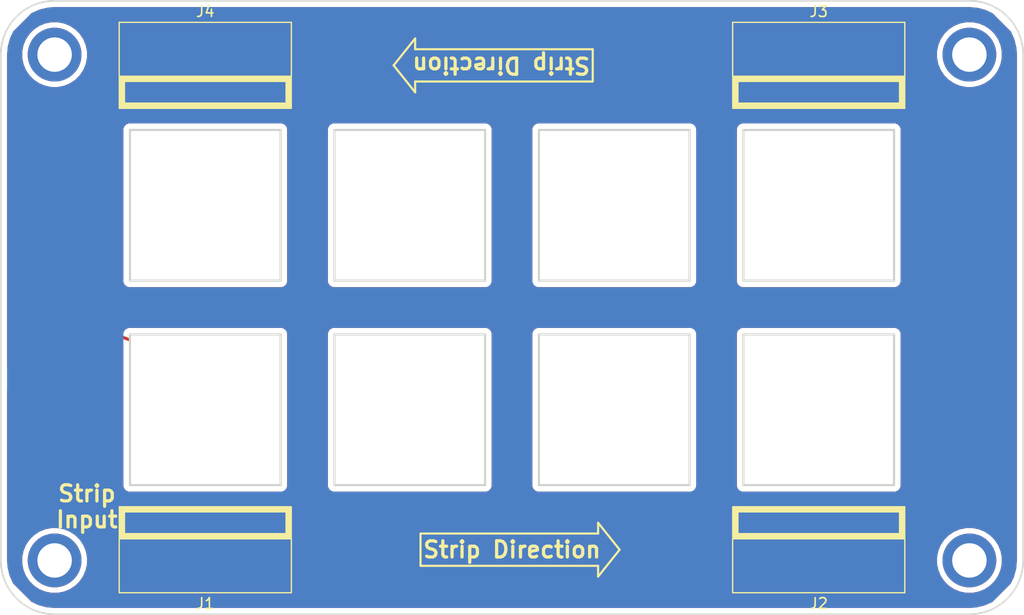
<source format=kicad_pcb>
(kicad_pcb (version 20171130) (host pcbnew 5.1.2-f72e74a~84~ubuntu18.04.1)
  (layers (0 F.Cu signal) (31 B.Cu signal) (34 B.Paste user) (35 F.Paste user) (36 B.SilkS user) (37 F.SilkS user) (38 B.Mask user) (39 F.Mask user) (44 Edge.Cuts user))
  (net 0 "")
  (net 1 GND)
  (net 2 "Net-(J1-Pad2)")
  (net 3 VCC)
  (net 4 "Net-(J2-Pad2)")
  (net 5 "Net-(J3-Pad2)")
  (module logos:8packplate (layer F.Cu) (at 143.5 97.5 90)
    (fp_text reference G*** hide)
    (fp_text value LOGO hide)
  )
  (module logos:8packplate (layer F.Cu) (at 143.5 97.5 90)
    (fp_text reference G*** hide)
    (fp_text value LOGO hide)
    (fp_poly (pts (xy -2.135461 1.410293) (xy -2.122129 1.419575) (xy -2.108304 1.430363) (xy -2.100263 1.437337) (xy -2.089619 1.445965) (xy -2.078592 1.45299) (xy -2.071866 1.456042) (xy -2.062936 1.459982) (xy -2.049953 1.467037) (xy -2.034319 1.476309) (xy -2.017437 1.486901) (xy -2.000712 1.497913) (xy -1.985545 1.50845) (xy -1.97334 1.517612) (xy -1.966597 1.523401) (xy -1.956701 1.534017) (xy -1.947162 1.545906) (xy -1.94431 1.549963) (xy -1.934931 1.564073) (xy -1.946143 1.616003) (xy -1.950614 1.637441) (xy -1.955035 1.659923) (xy -1.95896 1.6811) (xy -1.961945 1.698622) (xy -1.962504 1.702234) (xy -1.964811 1.719924) (xy -1.966466 1.737279) (xy -1.967417 1.753031) (xy -1.967616 1.765912) (xy -1.967011 1.774657) (xy -1.965553 1.777996) (xy -1.965492 1.778) (xy -1.96203 1.775881) (xy -1.955294 1.770395) (xy -1.948815 1.76462) (xy -1.930332 1.750637) (xy -1.905664 1.736871) (xy -1.8754 1.72358) (xy -1.840127 1.71102) (xy -1.800435 1.699447) (xy -1.79832 1.698893) (xy -1.779923 1.693535) (xy -1.759839 1.686814) (xy -1.741755 1.67998) (xy -1.737952 1.67839) (xy -1.684913 1.658461) (xy -1.631244 1.644189) (xy -1.575201 1.635158) (xy -1.546963 1.632562) (xy -1.529706 1.631195) (xy -1.514548 1.629746) (xy -1.50295 1.628373) (xy -1.496376 1.627232) (xy -1.495821 1.627057) (xy -1.489089 1.626553) (xy -1.479104 1.627954) (xy -1.474799 1.629013) (xy -1.464542 1.631347) (xy -1.458247 1.631063) (xy -1.454502 1.628927) (xy -1.447714 1.626684) (xy -1.43562 1.626059) (xy -1.419467 1.626942) (xy -1.400497 1.629222) (xy -1.379956 1.63279) (xy -1.36019 1.637255) (xy -1.315739 1.651319) (xy -1.269933 1.671119) (xy -1.223907 1.696093) (xy -1.178796 1.725676) (xy -1.171896 1.730684) (xy -1.154396 1.743773) (xy -1.140455 1.754933) (xy -1.128841 1.765461) (xy -1.118325 1.776655) (xy -1.107675 1.78981) (xy -1.095661 1.806224) (xy -1.083045 1.824302) (xy -1.040661 1.888701) (xy -1.004387 1.95026) (xy -0.974203 2.009019) (xy -0.950089 2.06502) (xy -0.932026 2.118303) (xy -0.922626 2.155613) (xy -0.918669 2.182013) (xy -0.916811 2.212552) (xy -0.917026 2.244934) (xy -0.919289 2.276866) (xy -0.923576 2.306052) (xy -0.924288 2.309559) (xy -0.938026 2.360532) (xy -0.957785 2.411384) (xy -0.983653 2.462235) (xy -1.015718 2.5132) (xy -1.054068 2.564398) (xy -1.098791 2.615946) (xy -1.149975 2.667961) (xy -1.207708 2.720561) (xy -1.27154 2.773436) (xy -1.290634 2.788305) (xy -1.31157 2.804143) (xy -1.332298 2.819427) (xy -1.350769 2.832637) (xy -1.357888 2.83756) (xy -1.407398 2.869485) (xy -1.463339 2.902219) (xy -1.525435 2.935627) (xy -1.593409 2.969577) (xy -1.666986 3.003936) (xy -1.745889 3.038569) (xy -1.829841 3.073343) (xy -1.918546 3.108119) (xy -1.951598 3.120694) (xy -1.979689 3.131254) (xy -2.00417 3.140255) (xy -2.026387 3.148152) (xy -2.047689 3.155399) (xy -2.069424 3.162451) (xy -2.092939 3.169764) (xy -2.119582 3.177792) (xy -2.150702 3.186991) (xy -2.162386 3.19042) (xy -2.205804 3.203246) (xy -2.245043 3.215037) (xy -2.279786 3.225689) (xy -2.309714 3.235102) (xy -2.334509 3.243171) (xy -2.353852 3.249796) (xy -2.367424 3.254872) (xy -2.374907 3.258299) (xy -2.376107 3.259166) (xy -2.378862 3.264283) (xy -2.382399 3.273856) (xy -2.385742 3.285066) (xy -2.391892 3.30666) (xy -2.400199 3.333703) (xy -2.410366 3.365332) (xy -2.422093 3.400684) (xy -2.43508 3.438895) (xy -2.449028 3.479104) (xy -2.463639 3.520447) (xy -2.478613 3.562061) (xy -2.49365 3.603083) (xy -2.508452 3.64265) (xy -2.521951 3.67792) (xy -2.531614 3.702655) (xy -2.539176 3.721507) (xy -2.544868 3.734954) (xy -2.548919 3.743473) (xy -2.551561 3.747539) (xy -2.553024 3.747632) (xy -2.553537 3.744227) (xy -2.553546 3.743361) (xy -2.552422 3.737289) (xy -2.549369 3.726305) (xy -2.544871 3.711827) (xy -2.539411 3.695273) (xy -2.533471 3.67806) (xy -2.527535 3.661605) (xy -2.522086 3.647328) (xy -2.517605 3.636645) (xy -2.516203 3.633717) (xy -2.511524 3.620269) (xy -2.509528 3.605458) (xy -2.50952 3.604583) (xy -2.50952 3.58855) (xy -2.518152 3.600215) (xy -2.527287 3.614508) (xy -2.538172 3.634948) (xy -2.550664 3.661175) (xy -2.564623 3.69283) (xy -2.579909 3.729557) (xy -2.59638 3.770995) (xy -2.613896 3.816786) (xy -2.632316 3.866573) (xy -2.6515 3.919995) (xy -2.671306 3.976696) (xy -2.691594 4.036316) (xy -2.70421 4.07416) (xy -2.712189 4.097889) (xy -2.719785 4.119754) (xy -2.726665 4.138851) (xy -2.732496 4.154279) (xy -2.736945 4.165135) (xy -2.73968 4.170515) (xy -2.739812 4.17068) (xy -2.74532 4.179419) (xy -2.752085 4.194269) (xy -2.759907 4.214728) (xy -2.768589 4.240291) (xy -2.773873 4.25704) (xy -2.779421 4.273757) (xy -2.785506 4.290018) (xy -2.791233 4.303512) (xy -2.794241 4.309533) (xy -2.799528 4.319663) (xy -2.805588 4.332538) (xy -2.812685 4.348797) (xy -2.821088 4.369078) (xy -2.831063 4.394021) (xy -2.842875 4.424262) (xy -2.852172 4.448386) (xy -2.863918 4.478084) (xy -2.873922 4.501395) (xy -2.882253 4.518457) (xy -2.88898 4.529408) (xy -2.894174 4.534388) (xy -2.895648 4.534746) (xy -2.898532 4.531872) (xy -2.898338 4.523769) (xy -2.895116 4.511217) (xy -2.893923 4.507701) (xy -2.891031 4.498551) (xy -2.890981 4.492696) (xy -2.894214 4.487095) (xy -2.89749 4.483094) (xy -2.90324 4.47409) (xy -2.903824 4.467385) (xy -2.901983 4.462467) (xy -2.898356 4.452341) (xy -2.893366 4.438205) (xy -2.887436 4.421254) (xy -2.88299 4.408461) (xy -2.875132 4.384991) (xy -2.869871 4.367102) (xy -2.867134 4.354148) (xy -2.866852 4.345484) (xy -2.868954 4.340463) (xy -2.873369 4.338439) (xy -2.875317 4.33832) (xy -2.879635 4.34144) (xy -2.88619 4.350605) (xy -2.89483 4.36552) (xy -2.905405 4.38589) (xy -2.917765 4.41142) (xy -2.93176 4.441816) (xy -2.947239 4.476783) (xy -2.954715 4.494084) (xy -2.962798 4.512628) (xy -2.970131 4.5289) (xy -2.976253 4.541921) (xy -2.980701 4.550708) (xy -2.983015 4.554282) (xy -2.983067 4.554306) (xy -2.984274 4.551921) (xy -2.984085 4.544708) (xy -2.983335 4.539088) (xy -2.980861 4.518909) (xy -2.980731 4.503282) (xy -2.982915 4.492899) (xy -2.985568 4.489283) (xy -2.987967 4.486728) (xy -2.98862 4.482794) (xy -2.987353 4.47603) (xy -2.98399 4.464985) (xy -2.981865 4.458584) (xy -2.977082 4.442662) (xy -2.973423 4.427227) (xy -2.971084 4.413585) (xy -2.970261 4.403045) (xy -2.971147 4.396914) (xy -2.972501 4.395893) (xy -2.974915 4.398794) (xy -2.979564 4.406751) (xy -2.985902 4.418646) (xy -2.993379 4.433361) (xy -3.001448 4.449777) (xy -3.009561 4.466775) (xy -3.017168 4.483239) (xy -3.023723 4.498049) (xy -3.028677 4.510087) (xy -3.029361 4.511886) (xy -3.03414 4.521814) (xy -3.038847 4.527105) (xy -3.042601 4.527308) (xy -3.044522 4.521971) (xy -3.044613 4.5197) (xy -3.042904 4.511465) (xy -3.038672 4.501483) (xy -3.03742 4.499235) (xy -3.033463 4.491207) (xy -3.032165 4.485695) (xy -3.032502 4.484768) (xy -3.037032 4.484316) (xy -3.043308 4.488471) (xy -3.050108 4.495751) (xy -3.056212 4.504675) (xy -3.060398 4.513761) (xy -3.061546 4.520007) (xy -3.063283 4.526281) (xy -3.066305 4.527973) (xy -3.068913 4.526551) (xy -3.069925 4.52141) (xy -3.069528 4.51124) (xy -3.069228 4.507725) (xy -3.068487 4.496068) (xy -3.069125 4.489426) (xy -3.071431 4.486128) (xy -3.073108 4.485283) (xy -3.079697 4.486046) (xy -3.087807 4.491546) (xy -3.095884 4.500484) (xy -3.100902 4.5085) (xy -3.106165 4.516099) (xy -3.11054 4.517023) (xy -3.113969 4.511261) (xy -3.114011 4.511129) (xy -3.117036 4.50478) (xy -3.122651 4.49531) (xy -3.127786 4.487504) (xy -3.133972 4.478063) (xy -3.138198 4.470756) (xy -3.13944 4.467643) (xy -3.138341 4.46378) (xy -3.135247 4.454434) (xy -3.130466 4.44049) (xy -3.124304 4.422837) (xy -3.117069 4.40236) (xy -3.110426 4.383742) (xy -3.088333 4.321908) (xy -3.067007 4.261884) (xy -3.046575 4.204042) (xy -3.027165 4.148755) (xy -3.008905 4.096397) (xy -2.991923 4.047339) (xy -2.976346 4.001955) (xy -2.962303 3.960618) (xy -2.954517 3.937402) (xy -2.714449 3.937402) (xy -2.714205 3.938266) (xy -2.711807 3.939018) (xy -2.708183 3.93464) (xy -2.703943 3.926522) (xy -2.699697 3.916053) (xy -2.696056 3.904623) (xy -2.693628 3.893622) (xy -2.693209 3.890433) (xy -2.69294 3.879818) (xy -2.694622 3.874851) (xy -2.69784 3.8759) (xy -2.701897 3.88271) (xy -2.705901 3.893285) (xy -2.709612 3.906086) (xy -2.712575 3.919069) (xy -2.714338 3.930189) (xy -2.714449 3.937402) (xy -2.954517 3.937402) (xy -2.949921 3.923701) (xy -2.939329 3.891575) (xy -2.930653 3.864615) (xy -2.924022 3.843193) (xy -2.919564 3.827682) (xy -2.918923 3.82524) (xy -2.911014 3.801616) (xy -2.900121 3.778728) (xy -2.897625 3.77444) (xy -2.891982 3.764018) (xy -2.885634 3.75008) (xy -2.878339 3.732001) (xy -2.869855 3.709155) (xy -2.859937 3.68092) (xy -2.850868 3.654213) (xy -2.840791 3.624528) (xy -2.829588 3.592096) (xy -2.817939 3.558847) (xy -2.806524 3.526713) (xy -2.796023 3.497623) (xy -2.789104 3.478824) (xy -2.761489 3.404651) (xy -2.454609 3.404651) (xy -2.454416 3.411263) (xy -2.454391 3.411331) (xy -2.451665 3.416058) (xy -2.448635 3.416034) (xy -2.445019 3.410816) (xy -2.44053 3.399961) (xy -2.434885 3.383028) (xy -2.433646 3.379046) (xy -2.42828 3.36152) (xy -2.42301 3.34406) (xy -2.418536 3.328997) (xy -2.416134 3.320711) (xy -2.41198 3.30829) (xy -2.407259 3.297348) (xy -2.404118 3.291925) (xy -2.398139 3.281305) (xy -2.395454 3.271217) (xy -2.396307 3.263428) (xy -2.399703 3.260039) (xy -2.402809 3.259129) (xy -2.40545 3.259704) (xy -2.408177 3.262669) (xy -2.411542 3.268927) (xy -2.416097 3.27938) (xy -2.422394 3.294932) (xy -2.424978 3.301411) (xy -2.431926 3.319996) (xy -2.438512 3.33968) (xy -2.444405 3.359225) (xy -2.449273 3.377394) (xy -2.452785 3.392948) (xy -2.454609 3.404651) (xy -2.761489 3.404651) (xy -2.75974 3.399955) (xy -2.76657 3.388904) (xy -2.7734 3.377852) (xy -2.756938 3.328919) (xy -2.745488 3.296225) (xy -2.734155 3.266405) (xy -2.723352 3.240471) (xy -2.713494 3.219436) (xy -2.70776 3.208819) (xy -2.702392 3.197168) (xy -2.701094 3.185767) (xy -2.701543 3.179984) (xy -2.701746 3.172989) (xy -2.700789 3.164034) (xy -2.698465 3.152163) (xy -2.694566 3.136421) (xy -2.688886 3.11585) (xy -2.683939 3.098751) (xy -2.668154 3.045525) (xy -2.651428 2.99038) (xy -2.634351 2.935212) (xy -2.617513 2.881918) (xy -2.611792 2.86422) (xy -2.256549 2.86422) (xy -2.256225 2.866672) (xy -2.253161 2.867801) (xy -2.247152 2.867436) (xy -2.237516 2.865406) (xy -2.223571 2.861542) (xy -2.204633 2.855671) (xy -2.18013 2.847661) (xy -2.130213 2.830162) (xy -2.075028 2.80909) (xy -2.014958 2.784602) (xy -1.950387 2.756859) (xy -1.881698 2.72602) (xy -1.837977 2.705772) (xy -1.831412 2.701553) (xy -1.829926 2.696011) (xy -1.830573 2.692036) (xy -1.831116 2.686688) (xy -1.82922 2.682275) (xy -1.823748 2.677367) (xy -1.813561 2.670533) (xy -1.81336 2.670404) (xy -1.796982 2.660251) (xy -1.77842 2.649268) (xy -1.759107 2.638251) (xy -1.740476 2.627995) (xy -1.723962 2.619297) (xy -1.710996 2.612952) (xy -1.705998 2.610793) (xy -1.696398 2.607177) (xy -1.690792 2.606129) (xy -1.686892 2.607685) (xy -1.683138 2.611155) (xy -1.676612 2.616149) (xy -1.671766 2.617893) (xy -1.667583 2.616155) (xy -1.65894 2.611432) (xy -1.647037 2.604464) (xy -1.633071 2.595987) (xy -1.618243 2.58674) (xy -1.60375 2.577461) (xy -1.590792 2.568889) (xy -1.580568 2.561761) (xy -1.580472 2.561691) (xy -1.573294 2.555416) (xy -1.572383 2.551683) (xy -1.577719 2.55055) (xy -1.584113 2.551173) (xy -1.596813 2.553073) (xy -1.586952 2.54569) (xy -1.527045 2.499973) (xy -1.473072 2.456962) (xy -1.424835 2.416483) (xy -1.382135 2.378365) (xy -1.344775 2.342433) (xy -1.312557 2.308517) (xy -1.305099 2.300123) (xy -1.289111 2.280422) (xy -1.271756 2.256534) (xy -1.253717 2.229626) (xy -1.235676 2.200861) (xy -1.218315 2.171404) (xy -1.20232 2.142419) (xy -1.188371 2.115071) (xy -1.177152 2.090524) (xy -1.169346 2.069943) (xy -1.16848 2.067165) (xy -1.163514 2.045313) (xy -1.162225 2.025987) (xy -1.162281 2.024831) (xy -1.16332 2.0066) (xy -1.18872 1.993763) (xy -1.205923 1.985975) (xy -1.21809 1.982557) (xy -1.222904 1.982566) (xy -1.230629 1.982375) (xy -1.242067 1.980254) (xy -1.253384 1.977078) (xy -1.26249 1.974382) (xy -1.271764 1.972437) (xy -1.28256 1.971119) (xy -1.296233 1.970305) (xy -1.314137 1.969871) (xy -1.334346 1.969707) (xy -1.357123 1.969718) (xy -1.375161 1.970093) (xy -1.390492 1.971029) (xy -1.405149 1.972722) (xy -1.421164 1.975366) (xy -1.440569 1.979159) (xy -1.4478 1.980642) (xy -1.515868 1.995617) (xy -1.578293 2.011425) (xy -1.636191 2.028497) (xy -1.69068 2.047264) (xy -1.742878 2.068156) (xy -1.793902 2.091605) (xy -1.84487 2.118041) (xy -1.896899 2.147895) (xy -1.92306 2.163864) (xy -1.968483 2.193475) (xy -2.007271 2.221727) (xy -2.039427 2.248623) (xy -2.064951 2.274163) (xy -2.083844 2.298348) (xy -2.096108 2.321181) (xy -2.101151 2.338493) (xy -2.102887 2.346501) (xy -2.106254 2.360194) (xy -2.111026 2.37874) (xy -2.116976 2.401311) (xy -2.123878 2.427077) (xy -2.131505 2.455207) (xy -2.139632 2.484872) (xy -2.148032 2.515243) (xy -2.156477 2.54549) (xy -2.164743 2.574782) (xy -2.172602 2.60229) (xy -2.179829 2.627184) (xy -2.181079 2.63144) (xy -2.190198 2.661896) (xy -2.199956 2.693575) (xy -2.209992 2.725368) (xy -2.219943 2.756169) (xy -2.229446 2.784868) (xy -2.238141 2.810359) (xy -2.245664 2.831533) (xy -2.251528 2.84697) (xy -2.254989 2.856918) (xy -2.256549 2.86422) (xy -2.611792 2.86422) (xy -2.601503 2.832393) (xy -2.594424 2.810933) (xy -2.587436 2.78956) (xy -2.581108 2.769546) (xy -2.575796 2.75207) (xy -2.571854 2.738309) (xy -2.569638 2.729442) (xy -2.56937 2.72796) (xy -2.56546 2.715714) (xy -2.55674 2.705106) (xy -2.555388 2.703894) (xy -2.546161 2.69308) (xy -2.543581 2.682731) (xy -2.547685 2.673017) (xy -2.548741 2.671776) (xy -2.550596 2.669089) (xy -2.551359 2.665491) (xy -2.550819 2.659955) (xy -2.548763 2.651452) (xy -2.544979 2.638956) (xy -2.539253 2.621438) (xy -2.536836 2.614183) (xy -2.528587 2.590448) (xy -2.520324 2.568422) (xy -2.512415 2.548944) (xy -2.505229 2.532854) (xy -2.499134 2.520994) (xy -2.494498 2.514203) (xy -2.492459 2.512906) (xy -2.489818 2.510135) (xy -2.489427 2.5035) (xy -2.491267 2.495522) (xy -2.49261 2.492541) (xy -2.493852 2.486779) (xy -2.492643 2.477622) (xy -2.488792 2.463785) (xy -2.488043 2.461437) (xy -2.484662 2.450444) (xy -2.480873 2.437063) (xy -2.476513 2.420646) (xy -2.471419 2.400545) (xy -2.465429 2.376111) (xy -2.45838 2.346698) (xy -2.450109 2.311655) (xy -2.445292 2.29108) (xy -2.440352 2.270494) (xy -2.434095 2.245266) (xy -2.427 2.217285) (xy -2.419548 2.188439) (xy -2.41222 2.160616) (xy -2.409522 2.150533) (xy -2.398751 2.109762) (xy -2.387779 2.066883) (xy -2.376873 2.023023) (xy -2.3663 1.979311) (xy -2.356326 1.936877) (xy -2.347219 1.896848) (xy -2.339244 1.860355) (xy -2.332669 1.828525) (xy -2.329302 1.811033) (xy -2.324459 1.786157) (xy -2.320363 1.767848) (xy -2.317024 1.756156) (xy -2.314457 1.751129) (xy -2.31394 1.75092) (xy -2.310716 1.753906) (xy -2.309948 1.762954) (xy -2.311637 1.778152) (xy -2.314846 1.795216) (xy -2.317125 1.807256) (xy -2.318396 1.816488) (xy -2.318424 1.821136) (xy -2.318318 1.821317) (xy -2.315984 1.819793) (xy -2.312391 1.812919) (xy -2.307997 1.801897) (xy -2.30326 1.787927) (xy -2.298639 1.772212) (xy -2.296536 1.764161) (xy -2.291468 1.741664) (xy -2.286117 1.713994) (xy -2.280742 1.682731) (xy -2.275602 1.649455) (xy -2.270954 1.615745) (xy -2.267443 1.586653) (xy -2.264053 1.559911) (xy -2.259736 1.531409) (xy -2.254807 1.502878) (xy -2.249582 1.476048) (xy -2.244377 1.452651) (xy -2.239906 1.435743) (xy -2.235269 1.420129) (xy -2.154889 1.397865) (xy -2.135461 1.410293)) (layer F.Cu) (width 0.01))
    (fp_poly (pts (xy 0.824729 1.562152) (xy 0.835862 1.565992) (xy 0.854915 1.578993) (xy 0.873208 1.597292) (xy 0.889595 1.619424) (xy 0.902929 1.643925) (xy 0.90913 1.659572) (xy 0.914486 1.673352) (xy 0.920665 1.686242) (xy 0.926166 1.695212) (xy 0.937424 1.706337) (xy 0.951409 1.715023) (xy 0.965613 1.71987) (xy 0.97133 1.720426) (xy 0.983792 1.723665) (xy 0.998063 1.733328) (xy 1.014068 1.749329) (xy 1.031734 1.771586) (xy 1.050988 1.800014) (xy 1.071382 1.83388) (xy 1.080817 1.849983) (xy 1.089655 1.864452) (xy 1.097102 1.876029) (xy 1.102363 1.883456) (xy 1.103683 1.884989) (xy 1.109218 1.89191) (xy 1.114399 1.901588) (xy 1.119628 1.915033) (xy 1.125302 1.933254) (xy 1.130931 1.953846) (xy 1.135253 1.971173) (xy 1.137763 1.984047) (xy 1.138696 1.994471) (xy 1.138286 2.004447) (xy 1.137559 2.010567) (xy 1.13305 2.037153) (xy 1.12751 2.059158) (xy 1.121144 2.076028) (xy 1.11416 2.087209) (xy 1.107137 2.092057) (xy 1.101556 2.096377) (xy 1.098624 2.102678) (xy 1.087175 2.150581) (xy 1.075494 2.19173) (xy 1.063572 2.22614) (xy 1.051406 2.253826) (xy 1.038987 2.274803) (xy 1.026309 2.289086) (xy 1.018549 2.294464) (xy 1.010365 2.299593) (xy 1.006722 2.305032) (xy 1.005852 2.31355) (xy 1.005849 2.314334) (xy 1.006289 2.322728) (xy 1.008264 2.325963) (xy 1.012658 2.325647) (xy 1.019841 2.326614) (xy 1.022818 2.330109) (xy 1.025755 2.337309) (xy 1.024292 2.341254) (xy 1.017596 2.3427) (xy 1.009048 2.342617) (xy 0.991936 2.34188) (xy 0.955219 2.437064) (xy 0.944787 2.464168) (xy 0.936579 2.485734) (xy 0.930362 2.502535) (xy 0.925902 2.515346) (xy 0.922967 2.524938) (xy 0.921321 2.532087) (xy 0.920732 2.537564) (xy 0.920966 2.542145) (xy 0.921789 2.546601) (xy 0.921936 2.547254) (xy 0.922956 2.55255) (xy 0.923253 2.557776) (xy 0.922567 2.563907) (xy 0.920639 2.571922) (xy 0.917209 2.582798) (xy 0.912017 2.597512) (xy 0.904803 2.617041) (xy 0.899928 2.630058) (xy 0.887856 2.663693) (xy 0.876462 2.698627) (xy 0.865442 2.735944) (xy 0.854491 2.77673) (xy 0.843303 2.822069) (xy 0.831599 2.872933) (xy 0.826973 2.893241) (xy 0.823307 2.908029) (xy 0.820204 2.918415) (xy 0.817264 2.925515) (xy 0.81409 2.930445) (xy 0.810283 2.934321) (xy 0.809444 2.93504) (xy 0.803066 2.941441) (xy 0.800066 2.948358) (xy 0.799259 2.958726) (xy 0.799254 2.960247) (xy 0.799623 2.970293) (xy 0.801188 2.97526) (xy 0.804629 2.976824) (xy 0.806027 2.97688) (xy 0.811162 2.979506) (xy 0.813284 2.98581) (xy 0.812446 2.993433) (xy 0.808702 3.000013) (xy 0.805446 3.002323) (xy 0.795049 3.010166) (xy 0.786761 3.023441) (xy 0.780491 3.042427) (xy 0.776146 3.067401) (xy 0.773635 3.098641) (xy 0.773627 3.0988) (xy 0.772488 3.120684) (xy 0.771313 3.136841) (xy 0.769936 3.148316) (xy 0.768193 3.156154) (xy 0.765919 3.1614) (xy 0.763191 3.164859) (xy 0.760084 3.169368) (xy 0.75967 3.175482) (xy 0.761652 3.185182) (xy 0.76262 3.19001) (xy 0.763048 3.195505) (xy 0.762824 3.202461) (xy 0.761833 3.211676) (xy 0.75996 3.223943) (xy 0.757092 3.24006) (xy 0.753114 3.260821) (xy 0.747912 3.287022) (xy 0.744861 3.30219) (xy 0.738918 3.331928) (xy 0.734298 3.355769) (xy 0.730892 3.374434) (xy 0.72859 3.388648) (xy 0.727283 3.399132) (xy 0.726862 3.406609) (xy 0.727219 3.411803) (xy 0.727906 3.414562) (xy 0.729477 3.422436) (xy 0.730703 3.434991) (xy 0.731412 3.450136) (xy 0.73152 3.458609) (xy 0.731409 3.474064) (xy 0.730911 3.484044) (xy 0.729778 3.489844) (xy 0.727763 3.492761) (xy 0.724747 3.494058) (xy 0.720827 3.49586) (xy 0.718737 3.499507) (xy 0.718432 3.506166) (xy 0.719867 3.517004) (xy 0.722997 3.533189) (xy 0.723189 3.534121) (xy 0.728425 3.555847) (xy 0.736169 3.582823) (xy 0.746126 3.614131) (xy 0.757999 3.648855) (xy 0.771491 3.686079) (xy 0.777409 3.701813) (xy 0.784416 3.720531) (xy 0.790492 3.737287) (xy 0.795247 3.750966) (xy 0.798293 3.760454) (xy 0.799254 3.764503) (xy 0.796057 3.769368) (xy 0.787096 3.774652) (xy 0.773311 3.779825) (xy 0.770467 3.780682) (xy 0.763281 3.780071) (xy 0.751576 3.775763) (xy 0.739987 3.770087) (xy 0.713642 3.752961) (xy 0.687463 3.729901) (xy 0.66215 3.701727) (xy 0.638403 3.669257) (xy 0.616923 3.633311) (xy 0.607938 3.615713) (xy 0.599267 3.595707) (xy 0.589803 3.570194) (xy 0.579882 3.540347) (xy 0.56984 3.507338) (xy 0.560012 3.472339) (xy 0.550734 3.436522) (xy 0.542342 3.401059) (xy 0.535171 3.367122) (xy 0.53214 3.351048) (xy 0.528181 3.327118) (xy 0.524895 3.303479) (xy 0.522367 3.281167) (xy 0.520682 3.261218) (xy 0.519925 3.244669) (xy 0.52018 3.232554) (xy 0.521533 3.225911) (xy 0.521845 3.22544) (xy 0.52415 3.218406) (xy 0.522628 3.212999) (xy 0.521189 3.205297) (xy 0.520983 3.192646) (xy 0.521889 3.178386) (xy 0.523127 3.161127) (xy 0.523953 3.140977) (xy 0.524364 3.119598) (xy 0.524357 3.098654) (xy 0.52393 3.079808) (xy 0.52308 3.064724) (xy 0.52209 3.056466) (xy 0.519638 3.04292) (xy 0.502812 3.043251) (xy 0.490542 3.042495) (xy 0.483857 3.039758) (xy 0.483279 3.039018) (xy 0.478299 3.034716) (xy 0.473004 3.036703) (xy 0.468534 3.044249) (xy 0.462585 3.052797) (xy 0.454245 3.056371) (xy 0.446019 3.059894) (xy 0.444199 3.065011) (xy 0.448803 3.071069) (xy 0.453792 3.074404) (xy 0.460603 3.078851) (xy 0.463897 3.082124) (xy 0.463952 3.08238) (xy 0.461749 3.0855) (xy 0.455686 3.092551) (xy 0.446604 3.102591) (xy 0.435346 3.114678) (xy 0.431171 3.119086) (xy 0.38259 3.16609) (xy 0.331626 3.207529) (xy 0.278852 3.242963) (xy 0.245534 3.261693) (xy 0.225588 3.271425) (xy 0.204206 3.280741) (xy 0.183106 3.288981) (xy 0.16401 3.295484) (xy 0.148636 3.29959) (xy 0.145114 3.300239) (xy 0.136789 3.302777) (xy 0.12637 3.307614) (xy 0.11546 3.313761) (xy 0.105665 3.320229) (xy 0.098587 3.326029) (xy 0.095831 3.330171) (xy 0.095891 3.330592) (xy 0.099714 3.333894) (xy 0.10522 3.335921) (xy 0.11193 3.339506) (xy 0.114531 3.343635) (xy 0.112291 3.347248) (xy 0.104551 3.349243) (xy 0.092356 3.34974) (xy 0.076751 3.348859) (xy 0.058781 3.346721) (xy 0.039494 3.343444) (xy 0.019934 3.339151) (xy 0.001146 3.33396) (xy -0.01347 3.328918) (xy -0.039717 3.3172) (xy -0.064145 3.302676) (xy -0.088375 3.284252) (xy -0.113453 3.261395) (xy -0.128689 3.24661) (xy -0.146429 3.229485) (xy -0.164263 3.212344) (xy -0.177205 3.199963) (xy -0.208882 3.167077) (xy -0.24177 3.127722) (xy -0.275734 3.082068) (xy -0.296897 3.051234) (xy -0.308627 3.033309) (xy -0.316973 3.019559) (xy -0.322582 3.008718) (xy -0.326102 2.99952) (xy -0.328182 2.990696) (xy -0.328349 2.989699) (xy -0.331212 2.977054) (xy -0.335885 2.961378) (xy -0.336421 2.959869) (xy -0.130286 2.959869) (xy -0.13 2.970062) (xy -0.128531 2.980411) (xy -0.125943 2.992041) (xy -0.122296 3.006078) (xy -0.119782 3.015539) (xy -0.106715 3.064933) (xy -0.091045 3.064933) (xy -0.0808 3.064077) (xy -0.066423 3.061785) (xy -0.050298 3.058466) (xy -0.0423 3.056543) (xy -0.003271 3.043856) (xy 0.034228 3.026833) (xy 0.493075 3.026833) (xy 0.493324 3.030248) (xy 0.498358 3.030981) (xy 0.50603 3.02901) (xy 0.50948 3.025227) (xy 0.511289 3.018987) (xy 0.511061 3.013193) (xy 0.508525 3.010746) (xy 0.50414 3.013266) (xy 0.498279 3.019382) (xy 0.493075 3.026833) (xy 0.034228 3.026833) (xy 0.038196 3.025032) (xy 0.081951 3.000193) (xy 0.12784 2.96946) (xy 0.175711 2.932953) (xy 0.225411 2.890795) (xy 0.276789 2.843106) (xy 0.329692 2.790008) (xy 0.383968 2.731621) (xy 0.425678 2.684208) (xy 0.442187 2.664431) (xy 0.461419 2.640427) (xy 0.482317 2.613593) (xy 0.503824 2.585322) (xy 0.524884 2.55701) (xy 0.544439 2.530052) (xy 0.561433 2.505843) (xy 0.566991 2.497666) (xy 0.575482 2.484106) (xy 0.586269 2.465436) (xy 0.598815 2.442696) (xy 0.612584 2.416929) (xy 0.627039 2.389177) (xy 0.641643 2.360481) (xy 0.655858 2.331884) (xy 0.669149 2.304426) (xy 0.680979 2.27915) (xy 0.690028 2.258906) (xy 0.710209 2.209927) (xy 0.727274 2.163389) (xy 0.740794 2.120499) (xy 0.74518 2.104372) (xy 0.749379 2.08968) (xy 0.755457 2.07063) (xy 0.763115 2.048) (xy 0.772057 2.022566) (xy 0.781983 1.995108) (xy 0.792595 1.966402) (xy 0.803595 1.937227) (xy 0.814684 1.90836) (xy 0.825565 1.880578) (xy 0.835939 1.854661) (xy 0.845508 1.831385) (xy 0.853973 1.811528) (xy 0.861037 1.795868) (xy 0.8664 1.785183) (xy 0.869323 1.780676) (xy 0.873264 1.77349) (xy 0.871412 1.767929) (xy 0.864632 1.764366) (xy 0.853788 1.763175) (xy 0.839745 1.76473) (xy 0.834951 1.765809) (xy 0.829089 1.767815) (xy 0.826732 1.771297) (xy 0.826911 1.77843) (xy 0.827455 1.782638) (xy 0.829435 1.797089) (xy 0.811804 1.803292) (xy 0.780236 1.816001) (xy 0.744688 1.833199) (xy 0.705858 1.854474) (xy 0.664442 1.879413) (xy 0.621135 1.907606) (xy 0.576633 1.93864) (xy 0.549197 1.95879) (xy 0.51758 1.982461) (xy 0.519807 1.997917) (xy 0.521514 2.008901) (xy 0.523136 2.017979) (xy 0.523594 2.020146) (xy 0.523231 2.023928) (xy 0.519902 2.028468) (xy 0.512776 2.034536) (xy 0.501024 2.0429) (xy 0.493718 2.047808) (xy 0.469352 2.06451) (xy 0.449363 2.079604) (xy 0.432106 2.094594) (xy 0.415942 2.110981) (xy 0.399227 2.130267) (xy 0.386921 2.145535) (xy 0.36724 2.170214) (xy 0.35087 2.190155) (xy 0.337135 2.206093) (xy 0.325358 2.218763) (xy 0.314859 2.2289) (xy 0.304961 2.23724) (xy 0.29691 2.24319) (xy 0.290534 2.248199) (xy 0.282734 2.255415) (xy 0.273113 2.265286) (xy 0.261271 2.278259) (xy 0.246808 2.294781) (xy 0.229325 2.315299) (xy 0.208425 2.340261) (xy 0.184994 2.36855) (xy 0.158501 2.400676) (xy 0.135969 2.428046) (xy 0.117034 2.451121) (xy 0.101336 2.470359) (xy 0.088512 2.486222) (xy 0.078199 2.499167) (xy 0.070037 2.509656) (xy 0.063662 2.518148) (xy 0.058712 2.525101) (xy 0.054826 2.530977) (xy 0.051642 2.536234) (xy 0.048796 2.541333) (xy 0.048618 2.541662) (xy 0.041132 2.554356) (xy 0.032603 2.567153) (xy 0.02888 2.572173) (xy 0.019544 2.584697) (xy 0.010503 2.598231) (xy 0.000814 2.61429) (xy -0.010464 2.634392) (xy -0.015302 2.643293) (xy -0.023399 2.657735) (xy -0.031501 2.671262) (xy -0.038381 2.68186) (xy -0.041131 2.685626) (xy -0.052756 2.70331) (xy -0.064753 2.727246) (xy -0.076934 2.756935) (xy -0.08911 2.79188) (xy -0.101091 2.831582) (xy -0.111783 2.871893) (xy -0.11835 2.898172) (xy -0.123421 2.918985) (xy -0.127059 2.935456) (xy -0.129326 2.948709) (xy -0.130286 2.959869) (xy -0.336421 2.959869) (xy -0.341417 2.945825) (xy -0.342088 2.944131) (xy -0.34768 2.929109) (xy -0.350584 2.917921) (xy -0.351251 2.908394) (xy -0.350738 2.902373) (xy -0.34965 2.888583) (xy -0.349529 2.87421) (xy -0.349635 2.871893) (xy -0.351075 2.824087) (xy -0.349368 2.780404) (xy -0.344278 2.738853) (xy -0.33557 2.69744) (xy -0.32441 2.658533) (xy -0.314696 2.630268) (xy -0.302893 2.599575) (xy -0.28946 2.567384) (xy -0.274855 2.534627) (xy -0.259537 2.502234) (xy -0.243967 2.471135) (xy -0.228601 2.442263) (xy -0.213901 2.416546) (xy -0.200323 2.394917) (xy -0.188328 2.378305) (xy -0.183366 2.372495) (xy -0.173148 2.360759) (xy -0.161517 2.346104) (xy -0.148065 2.327965) (xy -0.132383 2.305776) (xy -0.114064 2.27897) (xy -0.0927 2.246982) (xy -0.090454 2.243588) (xy -0.079782 2.227501) (xy -0.070523 2.213789) (xy -0.062051 2.201719) (xy -0.053746 2.190556) (xy -0.044983 2.179565) (xy -0.03514 2.168011) (xy -0.023595 2.15516) (xy -0.009723 2.140278) (xy 0.007096 2.122629) (xy 0.027488 2.10148) (xy 0.047988 2.08031) (xy 0.069412 2.058158) (xy 0.089848 2.036945) (xy 0.1087 2.017294) (xy 0.125375 1.999827) (xy 0.13928 1.985168) (xy 0.14982 1.973938) (xy 0.156402 1.966761) (xy 0.15748 1.965532) (xy 0.165546 1.957205) (xy 0.178381 1.945305) (xy 0.195353 1.930345) (xy 0.215831 1.912837) (xy 0.239182 1.893297) (xy 0.264775 1.872236) (xy 0.291978 1.85017) (xy 0.320158 1.82761) (xy 0.348684 1.805072) (xy 0.376925 1.783067) (xy 0.404247 1.762111) (xy 0.43002 1.742716) (xy 0.4476 1.72976) (xy 0.504178 1.690452) (xy 0.559746 1.655704) (xy 0.613798 1.625778) (xy 0.665833 1.600937) (xy 0.715345 1.581446) (xy 0.754311 1.569479) (xy 0.782959 1.563157) (xy 0.80634 1.560718) (xy 0.824729 1.562152)) (layer F.Cu) (width 0.01))
    (fp_poly (pts (xy -0.181784 0.404891) (xy -0.175281 0.406999) (xy -0.163682 0.411807) (xy -0.147899 0.418894) (xy -0.128847 0.427838) (xy -0.10744 0.438217) (xy -0.084591 0.449611) (xy -0.081573 0.451138) (xy -0.053897 0.465277) (xy -0.031564 0.477018) (xy -0.01382 0.486911) (xy 0.000089 0.49551) (xy 0.010915 0.503365) (xy 0.019413 0.511029) (xy 0.026338 0.519053) (xy 0.032441 0.527989) (xy 0.038478 0.538389) (xy 0.039058 0.53944) (xy 0.045828 0.556557) (xy 0.050561 0.578845) (xy 0.053121 0.604972) (xy 0.053368 0.633606) (xy 0.051555 0.659896) (xy 0.046748 0.696851) (xy 0.039488 0.740047) (xy 0.029774 0.789494) (xy 0.017604 0.845199) (xy 0.002975 0.90717) (xy -0.014114 0.975416) (xy -0.033666 1.049945) (xy -0.055682 1.130765) (xy -0.079574 1.215813) (xy -0.082771 1.226883) (xy -0.087727 1.243831) (xy -0.094311 1.266213) (xy -0.102391 1.293586) (xy -0.111833 1.325505) (xy -0.122507 1.361528) (xy -0.134279 1.401212) (xy -0.147017 1.444112) (xy -0.16059 1.489785) (xy -0.174864 1.537788) (xy -0.189708 1.587676) (xy -0.20499 1.639008) (xy -0.220577 1.691339) (xy -0.236337 1.744225) (xy -0.252139 1.797224) (xy -0.267848 1.849891) (xy -0.283335 1.901784) (xy -0.298465 1.952458) (xy -0.313107 2.001471) (xy -0.32713 2.048378) (xy -0.340399 2.092737) (xy -0.352784 2.134103) (xy -0.364153 2.172034) (xy -0.374372 2.206086) (xy -0.38331 2.235814) (xy -0.390834 2.260777) (xy -0.396813 2.28053) (xy -0.401113 2.29463) (xy -0.403429 2.302086) (xy -0.407059 2.309515) (xy -0.411284 2.313046) (xy -0.411742 2.313093) (xy -0.414337 2.312808) (xy -0.415763 2.311299) (xy -0.415874 2.307583) (xy -0.414523 2.300679) (xy -0.411563 2.289605) (xy -0.406847 2.27338) (xy -0.404706 2.266143) (xy -0.400162 2.250629) (xy -0.396424 2.237539) (xy -0.393864 2.228202) (xy -0.392856 2.223948) (xy -0.392853 2.223888) (xy -0.395693 2.222057) (xy -0.399483 2.221653) (xy -0.403363 2.222933) (xy -0.406746 2.227589) (xy -0.410312 2.236846) (xy -0.413135 2.246206) (xy -0.422164 2.275186) (xy -0.431941 2.301985) (xy -0.441793 2.324844) (xy -0.447176 2.335419) (xy -0.454178 2.352004) (xy -0.460006 2.373639) (xy -0.4621 2.384526) (xy -0.467776 2.413278) (xy -0.475958 2.447729) (xy -0.48669 2.48805) (xy -0.500017 2.534413) (xy -0.501938 2.540881) (xy -0.506751 2.557619) (xy -0.510546 2.571988) (xy -0.51303 2.582777) (xy -0.51391 2.588779) (xy -0.513755 2.58956) (xy -0.509019 2.591023) (xy -0.504644 2.586663) (xy -0.501315 2.57742) (xy -0.50022 2.570945) (xy -0.497894 2.559409) (xy -0.493611 2.544639) (xy -0.488233 2.529559) (xy -0.487391 2.527464) (xy -0.482416 2.514333) (xy -0.478763 2.502818) (xy -0.477047 2.494925) (xy -0.476998 2.493623) (xy -0.475805 2.486796) (xy -0.472281 2.476345) (xy -0.467747 2.465756) (xy -0.461305 2.450657) (xy -0.455036 2.433601) (xy -0.451756 2.423233) (xy -0.448185 2.412341) (xy -0.444848 2.404644) (xy -0.442288 2.400866) (xy -0.44105 2.401732) (xy -0.441676 2.407969) (xy -0.442189 2.41046) (xy -0.445867 2.42577) (xy -0.450873 2.444595) (xy -0.456929 2.466061) (xy -0.463758 2.489295) (xy -0.471081 2.513424) (xy -0.47862 2.537576) (xy -0.486097 2.560877) (xy -0.493234 2.582455) (xy -0.499753 2.601437) (xy -0.505376 2.61695) (xy -0.509824 2.62812) (xy -0.51282 2.634076) (xy -0.513667 2.634826) (xy -0.51701 2.631698) (xy -0.51816 2.622973) (xy -0.519261 2.614206) (xy -0.522777 2.611141) (xy -0.52324 2.61112) (xy -0.527698 2.613841) (xy -0.52832 2.616334) (xy -0.530634 2.625217) (xy -0.537483 2.638752) (xy -0.548727 2.656692) (xy -0.56041 2.673515) (xy -0.569337 2.68626) (xy -0.574694 2.694966) (xy -0.57707 2.70094) (xy -0.577057 2.705491) (xy -0.576081 2.708229) (xy -0.574377 2.714251) (xy -0.575679 2.716106) (xy -0.579696 2.719317) (xy -0.585306 2.728701) (xy -0.592367 2.743881) (xy -0.600737 2.764481) (xy -0.610275 2.790126) (xy -0.62084 2.820441) (xy -0.63229 2.85505) (xy -0.644485 2.893576) (xy -0.653443 2.922853) (xy -0.660377 2.945402) (xy -0.667125 2.966581) (xy -0.673307 2.985253) (xy -0.678542 3.000282) (xy -0.68245 3.01053) (xy -0.683816 3.013562) (xy -0.687323 3.020857) (xy -0.691319 3.030066) (xy -0.696065 3.04188) (xy -0.701819 3.056993) (xy -0.708844 3.076095) (xy -0.7174 3.099878) (xy -0.727748 3.129033) (xy -0.733707 3.145932) (xy -0.743526 3.173482) (xy -0.75152 3.195069) (xy -0.757917 3.211181) (xy -0.762946 3.222309) (xy -0.766834 3.228944) (xy -0.769809 3.231575) (xy -0.7721 3.230693) (xy -0.772704 3.229787) (xy -0.777549 3.224695) (xy -0.782786 3.226212) (xy -0.788529 3.234395) (xy -0.790541 3.238534) (xy -0.794506 3.246837) (xy -0.796663 3.249513) (xy -0.797837 3.247174) (xy -0.798317 3.244295) (xy -0.797718 3.237669) (xy -0.795126 3.226429) (xy -0.790984 3.212282) (xy -0.786939 3.200268) (xy -0.78038 3.180092) (xy -0.776218 3.163361) (xy -0.774757 3.151321) (xy -0.77477 3.150471) (xy -0.774563 3.141182) (xy -0.772465 3.13646) (xy -0.767437 3.134151) (xy -0.766817 3.133991) (xy -0.760545 3.13065) (xy -0.760042 3.126346) (xy -0.763525 3.112998) (xy -0.764459 3.104262) (xy -0.762932 3.098515) (xy -0.761693 3.096737) (xy -0.759291 3.092928) (xy -0.76211 3.092151) (xy -0.765533 3.092548) (xy -0.768523 3.093698) (xy -0.77201 3.096768) (xy -0.776407 3.102411) (xy -0.782126 3.111277) (xy -0.78958 3.124019) (xy -0.799181 3.141288) (xy -0.811342 3.163735) (xy -0.815527 3.171533) (xy -0.826785 3.192491) (xy -0.837008 3.211428) (xy -0.845758 3.22754) (xy -0.852595 3.240024) (xy -0.857083 3.248074) (xy -0.858757 3.250873) (xy -0.861634 3.249769) (xy -0.864705 3.246351) (xy -0.870996 3.241964) (xy -0.877864 3.242454) (xy -0.882612 3.247354) (xy -0.88321 3.249545) (xy -0.884675 3.256122) (xy -0.887486 3.26684) (xy -0.890966 3.27914) (xy -0.894754 3.29121) (xy -0.897884 3.298106) (xy -0.901297 3.301233) (xy -0.905935 3.301998) (xy -0.906259 3.302) (xy -0.912404 3.300949) (xy -0.913267 3.297054) (xy -0.912993 3.296073) (xy -0.909192 3.283695) (xy -0.904537 3.268095) (xy -0.899377 3.250489) (xy -0.894056 3.232092) (xy -0.888923 3.214119) (xy -0.884325 3.197784) (xy -0.880608 3.184304) (xy -0.878119 3.174891) (xy -0.877206 3.170766) (xy -0.879981 3.167333) (xy -0.88392 3.166533) (xy -0.889628 3.168936) (xy -0.890693 3.172486) (xy -0.892978 3.181593) (xy -0.899674 3.195226) (xy -0.910543 3.212985) (xy -0.925347 3.234471) (xy -0.93705 3.250357) (xy -0.947815 3.265163) (xy -0.957227 3.279064) (xy -0.964412 3.2907) (xy -0.968497 3.298711) (xy -0.968927 3.299973) (xy -0.972394 3.308249) (xy -0.976642 3.313183) (xy -0.977119 3.31341) (xy -0.979493 3.313336) (xy -0.980994 3.310188) (xy -0.981806 3.302878) (xy -0.982111 3.290318) (xy -0.982133 3.283629) (xy -0.98243 3.267378) (xy -0.983401 3.256966) (xy -0.985172 3.251485) (xy -0.986671 3.250183) (xy -0.988964 3.247533) (xy -0.990049 3.241074) (xy -0.990041 3.229663) (xy -0.989623 3.221034) (xy -0.98923 3.208231) (xy -0.989609 3.198676) (xy -0.990676 3.193899) (xy -0.991099 3.193626) (xy -0.99421 3.196427) (xy -0.998608 3.203528) (xy -1.000847 3.20802) (xy -1.006316 3.217727) (xy -1.010443 3.220842) (xy -1.012954 3.217424) (xy -1.013578 3.207532) (xy -1.013479 3.205265) (xy -1.013217 3.196021) (xy -1.014382 3.19196) (xy -1.017877 3.191516) (xy -1.020992 3.192213) (xy -1.029332 3.194307) (xy -1.022744 3.174493) (xy -1.020413 3.167332) (xy -1.016267 3.154433) (xy -1.010536 3.136515) (xy -1.003449 3.114297) (xy -0.995235 3.088499) (xy -0.986123 3.059841) (xy -0.976342 3.02904) (xy -0.966122 2.996818) (xy -0.965415 2.994585) (xy -0.953078 2.955485) (xy -0.942774 2.922412) (xy -0.934387 2.894969) (xy -0.927805 2.87276) (xy -0.922914 2.855388) (xy -0.9196 2.842454) (xy -0.917751 2.833564) (xy -0.917251 2.828318) (xy -0.91747 2.826945) (xy -0.918092 2.820949) (xy -0.915901 2.812331) (xy -0.910515 2.79977) (xy -0.908124 2.794846) (xy -0.902071 2.782095) (xy -0.89887 2.773485) (xy -0.89809 2.767234) (xy -0.899297 2.761561) (xy -0.899744 2.760326) (xy -0.901755 2.752541) (xy -0.899747 2.747262) (xy -0.897021 2.74449) (xy -0.890608 2.735357) (xy -0.885614 2.722291) (xy -0.88275 2.708094) (xy -0.882727 2.695568) (xy -0.883638 2.691752) (xy -0.886405 2.683518) (xy -0.886892 2.679834) (xy -0.885019 2.678844) (xy -0.883073 2.678778) (xy -0.877568 2.676792) (xy -0.870373 2.672174) (xy -0.864785 2.667462) (xy -0.864249 2.664475) (xy -0.868396 2.660877) (xy -0.868565 2.660753) (xy -0.872262 2.657436) (xy -0.873587 2.653376) (xy -0.872723 2.646504) (xy -0.870613 2.637723) (xy -0.867404 2.626216) (xy -0.862327 2.609393) (xy -0.855738 2.588337) (xy -0.847992 2.564129) (xy -0.839445 2.537853) (xy -0.83045 2.51059) (xy -0.821365 2.483423) (xy -0.812542 2.457435) (xy -0.804339 2.433707) (xy -0.797109 2.413322) (xy -0.795765 2.409613) (xy -0.789286 2.391158) (xy -0.781454 2.367788) (xy -0.772784 2.341097) (xy -0.763787 2.312683) (xy -0.754977 2.28414) (xy -0.748555 2.262779) (xy -0.740438 2.235542) (xy -0.733896 2.214022) (xy -0.732377 2.209235) (xy -0.396231 2.209235) (xy -0.395512 2.216829) (xy -0.3934 2.218006) (xy -0.389992 2.212958) (xy -0.385388 2.201874) (xy -0.379683 2.184947) (xy -0.373914 2.165657) (xy -0.369021 2.14824) (xy -0.364997 2.133253) (xy -0.362133 2.121836) (xy -0.36072 2.115128) (xy -0.360675 2.113849) (xy -0.36443 2.114145) (xy -0.36965 2.11944) (xy -0.374293 2.126954) (xy -0.377921 2.135789) (xy -0.382243 2.148967) (xy -0.386734 2.164526) (xy -0.390872 2.180499) (xy -0.394132 2.194924) (xy -0.395991 2.205837) (xy -0.396231 2.209235) (xy -0.732377 2.209235) (xy -0.728629 2.197428) (xy -0.724338 2.184968) (xy -0.720725 2.17585) (xy -0.717489 2.169282) (xy -0.714331 2.164473) (xy -0.710953 2.160631) (xy -0.709366 2.159086) (xy -0.70102 2.150252) (xy -0.698055 2.144098) (xy -0.700159 2.139626) (xy -0.702758 2.137853) (xy -0.705461 2.135487) (xy -0.706043 2.1314) (xy -0.704474 2.123805) (xy -0.702398 2.116518) (xy -0.697698 2.101632) (xy -0.693949 2.092548) (xy -0.690651 2.08845) (xy -0.687305 2.088523) (xy -0.685865 2.089519) (xy -0.683062 2.091443) (xy -0.680837 2.091106) (xy -0.678637 2.087501) (xy -0.675911 2.079622) (xy -0.672108 2.066461) (xy -0.670934 2.062263) (xy -0.666623 2.045968) (xy -0.664446 2.035103) (xy -0.664347 2.028689) (xy -0.666272 2.025746) (xy -0.668866 2.025226) (xy -0.673385 2.023494) (xy -0.672809 2.019109) (xy -0.667604 2.013288) (xy -0.663048 2.009986) (xy -0.655114 2.003919) (xy -0.650988 1.998761) (xy -0.651158 1.995593) (xy -0.656112 1.995497) (xy -0.65656 1.995609) (xy -0.661947 1.995847) (xy -0.663712 1.991475) (xy -0.663786 1.988987) (xy -0.66283 1.982989) (xy -0.659157 1.982333) (xy -0.65786 1.982781) (xy -0.649785 1.985272) (xy -0.645823 1.98398) (xy -0.644126 1.978413) (xy -0.645088 1.971479) (xy -0.649459 1.968838) (xy -0.652269 1.967767) (xy -0.65367 1.965565) (xy -0.653554 1.961019) (xy -0.651814 1.952918) (xy -0.648345 1.940049) (xy -0.646275 1.932679) (xy -0.634316 1.890127) (xy -0.297982 1.890127) (xy -0.296656 1.895529) (xy -0.295052 1.896533) (xy -0.292493 1.893573) (xy -0.289546 1.886121) (xy -0.288451 1.882249) (xy -0.286238 1.871637) (xy -0.286665 1.8668) (xy -0.289916 1.867203) (xy -0.292865 1.869372) (xy -0.295881 1.874502) (xy -0.297655 1.882269) (xy -0.297982 1.890127) (xy -0.634316 1.890127) (xy -0.626174 1.861159) (xy -0.605218 1.786185) (xy -0.583678 1.708745) (xy -0.561825 1.629828) (xy -0.539929 1.55042) (xy -0.518263 1.471511) (xy -0.497098 1.394087) (xy -0.476704 1.319138) (xy -0.457353 1.247651) (xy -0.439317 1.180613) (xy -0.422866 1.119014) (xy -0.42159 1.114213) (xy -0.413632 1.084522) (xy -0.405296 1.053883) (xy -0.396974 1.023707) (xy -0.389059 0.995404) (xy -0.381943 0.970387) (xy -0.376019 0.950064) (xy -0.37445 0.944821) (xy -0.368641 0.92521) (xy -0.361539 0.900663) (xy -0.353597 0.872786) (xy -0.345272 0.843186) (xy -0.337018 0.813471) (xy -0.330068 0.788108) (xy -0.321739 0.757881) (xy -0.31485 0.733874) (xy -0.309256 0.715724) (xy -0.304808 0.703067) (xy -0.301359 0.695538) (xy -0.298762 0.692774) (xy -0.296869 0.69441) (xy -0.295533 0.700083) (xy -0.295262 0.702147) (xy -0.293424 0.709382) (xy -0.290562 0.710467) (xy -0.286932 0.705905) (xy -0.282792 0.696198) (xy -0.278397 0.681848) (xy -0.274005 0.663357) (xy -0.273049 0.658706) (xy -0.268515 0.63429) (xy -0.263947 0.606048) (xy -0.259228 0.573179) (xy -0.254239 0.534882) (xy -0.250735 0.506174) (xy -0.247621 0.479934) (xy -0.24519 0.459633) (xy -0.243253 0.444495) (xy -0.241621 0.43374) (xy -0.240103 0.426593) (xy -0.238511 0.422276) (xy -0.236654 0.42001) (xy -0.234344 0.41902) (xy -0.23139 0.418527) (xy -0.229274 0.418156) (xy -0.218785 0.41483) (xy -0.207784 0.409755) (xy -0.20689 0.409252) (xy -0.195698 0.404663) (xy -0.183828 0.404575) (xy -0.181784 0.404891)) (layer F.Cu) (width 0.01))
    (fp_poly (pts (xy 1.872644 0.017536) (xy 1.898291 0.02476) (xy 1.924193 0.035955) (xy 1.948268 0.050257) (xy 1.959294 0.05669) (xy 1.970467 0.061492) (xy 1.974427 0.06262) (xy 1.992239 0.068449) (xy 2.005572 0.077869) (xy 2.013706 0.087948) (xy 2.023205 0.098702) (xy 2.032308 0.103361) (xy 2.041325 0.107103) (xy 2.053528 0.114541) (xy 2.067355 0.124541) (xy 2.081245 0.13597) (xy 2.093634 0.147694) (xy 2.094191 0.148273) (xy 2.107275 0.161938) (xy 2.104921 0.193576) (xy 2.101326 0.233306) (xy 2.096085 0.277816) (xy 2.089167 0.327277) (xy 2.08054 0.381857) (xy 2.070173 0.441728) (xy 2.058034 0.507059) (xy 2.044091 0.578021) (xy 2.028312 0.654783) (xy 2.010667 0.737515) (xy 1.991123 0.826388) (xy 1.969649 0.921571) (xy 1.969353 0.922866) (xy 1.961705 0.956908) (xy 1.954197 0.991326) (xy 1.946976 1.025366) (xy 1.94019 1.058271) (xy 1.933988 1.089286) (xy 1.928516 1.117657) (xy 1.923924 1.142627) (xy 1.920358 1.163442) (xy 1.917966 1.179345) (xy 1.916897 1.189583) (xy 1.916854 1.191118) (xy 1.917718 1.197142) (xy 1.919183 1.19888) (xy 1.92356 1.198622) (xy 1.934089 1.197881) (xy 1.950168 1.196702) (xy 1.971198 1.195132) (xy 1.996576 1.193218) (xy 2.025702 1.191006) (xy 2.057976 1.188542) (xy 2.092796 1.185874) (xy 2.129562 1.183048) (xy 2.167672 1.18011) (xy 2.206525 1.177106) (xy 2.245522 1.174084) (xy 2.28406 1.17109) (xy 2.321539 1.16817) (xy 2.357358 1.165371) (xy 2.390917 1.162739) (xy 2.421614 1.160321) (xy 2.448848 1.158164) (xy 2.472019 1.156313) (xy 2.490526 1.154816) (xy 2.503767 1.15372) (xy 2.511142 1.153069) (xy 2.51206 1.152975) (xy 2.522938 1.15234) (xy 2.528992 1.15327) (xy 2.52984 1.154327) (xy 2.526785 1.156437) (xy 2.51872 1.159371) (xy 2.507293 1.16271) (xy 2.494151 1.166038) (xy 2.480943 1.168938) (xy 2.469318 1.170993) (xy 2.460924 1.171786) (xy 2.460841 1.171786) (xy 2.453991 1.173214) (xy 2.45195 1.178257) (xy 2.451947 1.17856) (xy 2.452062 1.181088) (xy 2.452907 1.182985) (xy 2.455229 1.184248) (xy 2.459777 1.184875) (xy 2.467298 1.184862) (xy 2.478541 1.184208) (xy 2.494253 1.18291) (xy 2.515184 1.180965) (xy 2.54208 1.178372) (xy 2.54321 1.178263) (xy 2.565843 1.17623) (xy 2.587212 1.174605) (xy 2.606035 1.173462) (xy 2.621034 1.172878) (xy 2.630928 1.172925) (xy 2.632574 1.173057) (xy 2.644112 1.173311) (xy 2.659147 1.172233) (xy 2.674586 1.170053) (xy 2.675816 1.169825) (xy 2.695279 1.166975) (xy 2.709186 1.166919) (xy 2.713703 1.167771) (xy 2.723512 1.169153) (xy 2.731717 1.168226) (xy 2.731768 1.168207) (xy 2.738946 1.16699) (xy 2.75003 1.166597) (xy 2.758787 1.166899) (xy 2.770984 1.166972) (xy 2.787247 1.166097) (xy 2.804961 1.164444) (xy 2.81432 1.163274) (xy 2.830731 1.161297) (xy 2.851616 1.159218) (xy 2.874682 1.157242) (xy 2.897638 1.155574) (xy 2.90576 1.155069) (xy 2.96164 1.151787) (xy 2.968414 1.160196) (xy 2.972634 1.164544) (xy 2.977779 1.16724) (xy 2.985246 1.168494) (xy 2.99643 1.168513) (xy 3.012727 1.167506) (xy 3.015827 1.167269) (xy 3.026323 1.166772) (xy 3.034827 1.167555) (xy 3.043559 1.170187) (xy 3.054738 1.175237) (xy 3.062907 1.17934) (xy 3.07608 1.185884) (xy 3.085539 1.18977) (xy 3.093554 1.191519) (xy 3.102392 1.191652) (xy 3.11286 1.190828) (xy 3.125341 1.189906) (xy 3.132462 1.190153) (xy 3.135561 1.191734) (xy 3.136054 1.193689) (xy 3.133311 1.198608) (xy 3.12669 1.203546) (xy 3.126451 1.203671) (xy 3.119684 1.208496) (xy 3.117925 1.214745) (xy 3.118269 1.218325) (xy 3.117998 1.224833) (xy 3.11441 1.229808) (xy 3.106615 1.233719) (xy 3.093723 1.237035) (xy 3.077494 1.239828) (xy 3.062196 1.242182) (xy 3.052578 1.244035) (xy 3.047638 1.246003) (xy 3.046375 1.248705) (xy 3.047789 1.252757) (xy 3.049893 1.256839) (xy 3.05541 1.267507) (xy 3.046625 1.265302) (xy 3.039606 1.264724) (xy 3.037606 1.26715) (xy 3.04021 1.271544) (xy 3.047003 1.276868) (xy 3.052456 1.279857) (xy 3.06668 1.284808) (xy 3.083902 1.286826) (xy 3.090077 1.286933) (xy 3.113081 1.286933) (xy 3.110757 1.296246) (xy 3.104855 1.309054) (xy 3.094534 1.316822) (xy 3.085635 1.319325) (xy 3.07119 1.322519) (xy 3.055902 1.327173) (xy 3.041175 1.332694) (xy 3.02841 1.33849) (xy 3.019012 1.343966) (xy 3.014384 1.34853) (xy 3.014134 1.349559) (xy 3.017328 1.353288) (xy 3.026212 1.356093) (xy 3.039733 1.357731) (xy 3.050532 1.358053) (xy 3.059619 1.358348) (xy 3.063118 1.359591) (xy 3.062198 1.362315) (xy 3.061583 1.36309) (xy 3.058713 1.369991) (xy 3.062187 1.375496) (xy 3.071632 1.37909) (xy 3.073408 1.379411) (xy 3.086066 1.382908) (xy 3.093084 1.388829) (xy 3.095403 1.398006) (xy 3.095414 1.398864) (xy 3.094919 1.404446) (xy 3.09231 1.40754) (xy 3.085894 1.409224) (xy 3.077634 1.410202) (xy 3.04859 1.413255) (xy 3.025167 1.415853) (xy 3.006239 1.418148) (xy 2.990681 1.420289) (xy 2.977366 1.422426) (xy 2.965171 1.42471) (xy 2.958552 1.426078) (xy 2.939897 1.430513) (xy 2.926696 1.435024) (xy 2.917664 1.440341) (xy 2.911513 1.447194) (xy 2.907471 1.455053) (xy 2.904226 1.463032) (xy 2.902474 1.467755) (xy 2.902374 1.468176) (xy 2.905287 1.468086) (xy 2.912536 1.466721) (xy 2.915074 1.46615) (xy 2.926747 1.464232) (xy 2.940262 1.463191) (xy 2.953983 1.462991) (xy 2.966278 1.463592) (xy 2.975514 1.464956) (xy 2.980056 1.467045) (xy 2.980267 1.467683) (xy 2.978283 1.470172) (xy 2.971768 1.472114) (xy 2.959874 1.473697) (xy 2.94894 1.474615) (xy 2.925 1.476549) (xy 2.895112 1.479267) (xy 2.860043 1.482687) (xy 2.820563 1.486724) (xy 2.77744 1.491296) (xy 2.731444 1.49632) (xy 2.683343 1.50171) (xy 2.633905 1.507386) (xy 2.583899 1.513262) (xy 2.534095 1.519256) (xy 2.509313 1.522295) (xy 2.488497 1.524737) (xy 2.469664 1.526707) (xy 2.453966 1.528103) (xy 2.442558 1.528823) (xy 2.436593 1.528767) (xy 2.436334 1.528713) (xy 2.431357 1.52866) (xy 2.420561 1.529368) (xy 2.404848 1.530751) (xy 2.38512 1.532721) (xy 2.362278 1.535192) (xy 2.337223 1.538077) (xy 2.329862 1.538956) (xy 2.255122 1.547731) (xy 2.183232 1.555734) (xy 2.114781 1.562908) (xy 2.050356 1.569197) (xy 1.990545 1.574546) (xy 1.935939 1.578897) (xy 1.887123 1.582194) (xy 1.864861 1.583441) (xy 1.821335 1.585681) (xy 1.813046 1.604425) (xy 1.807421 1.618852) (xy 1.800524 1.639477) (xy 1.792476 1.66587) (xy 1.783403 1.6976) (xy 1.773426 1.734237) (xy 1.76267 1.775351) (xy 1.752568 1.815253) (xy 1.743631 1.850623) (xy 1.734717 1.884935) (xy 1.725615 1.918905) (xy 1.716115 1.953248) (xy 1.706004 1.98868) (xy 1.695071 2.025917) (xy 1.683105 2.065675) (xy 1.669895 2.108668) (xy 1.655229 2.155613) (xy 1.638896 2.207225) (xy 1.620685 2.26422) (xy 1.612057 2.29108) (xy 1.60128 2.324834) (xy 1.589642 2.361725) (xy 1.577679 2.400025) (xy 1.565926 2.438005) (xy 1.55492 2.473938) (xy 1.545196 2.506096) (xy 1.540661 2.521301) (xy 1.531849 2.550729) (xy 1.522459 2.581546) (xy 1.512969 2.612215) (xy 1.503861 2.641198) (xy 1.495614 2.666958) (xy 1.488707 2.687956) (xy 1.487908 2.690329) (xy 1.479308 2.71501) (xy 1.470731 2.738211) (xy 1.462484 2.759231) (xy 1.454875 2.777367) (xy 1.448211 2.791919) (xy 1.442797 2.802183) (xy 1.438942 2.807459) (xy 1.436951 2.807044) (xy 1.436924 2.806941) (xy 1.437381 2.801711) (xy 1.43959 2.791275) (xy 1.443199 2.776866) (xy 1.447855 2.759714) (xy 1.453202 2.741051) (xy 1.458889 2.72211) (xy 1.46456 2.704122) (xy 1.469863 2.688317) (xy 1.474444 2.67593) (xy 1.474797 2.675053) (xy 1.47884 2.664052) (xy 1.481206 2.655483) (xy 1.481403 2.651333) (xy 1.477201 2.648144) (xy 1.47224 2.651187) (xy 1.466389 2.660609) (xy 1.459615 2.676313) (xy 1.44974 2.702308) (xy 1.438024 2.733882) (xy 1.424765 2.77019) (xy 1.410261 2.810383) (xy 1.394809 2.853617) (xy 1.378709 2.899043) (xy 1.362258 2.945815) (xy 1.345754 2.993086) (xy 1.329496 3.04001) (xy 1.313782 3.08574) (xy 1.29891 3.129428) (xy 1.285179 3.17023) (xy 1.276835 3.19532) (xy 1.269227 3.218118) (xy 1.262184 3.238833) (xy 1.256016 3.25658) (xy 1.251036 3.270478) (xy 1.247553 3.279643) (xy 1.245927 3.283147) (xy 1.242166 3.285184) (xy 1.2403 3.280985) (xy 1.240321 3.270462) (xy 1.242218 3.253524) (xy 1.242442 3.251947) (xy 1.244914 3.237317) (xy 1.247771 3.224255) (xy 1.250506 3.214984) (xy 1.251275 3.213175) (xy 1.25404 3.204178) (xy 1.254024 3.196921) (xy 1.254166 3.189372) (xy 1.256837 3.179567) (xy 1.257739 3.177372) (xy 1.260723 3.169151) (xy 1.263801 3.158395) (xy 1.266506 3.147136) (xy 1.268369 3.137405) (xy 1.268921 3.131231) (xy 1.268631 3.130169) (xy 1.2657 3.13147) (xy 1.259291 3.135701) (xy 1.256248 3.137898) (xy 1.249021 3.142493) (xy 1.244418 3.144035) (xy 1.243723 3.143581) (xy 1.244468 3.13978) (xy 1.247017 3.130286) (xy 1.251144 3.115871) (xy 1.256623 3.097303) (xy 1.263226 3.075354) (xy 1.270729 3.050792) (xy 1.276706 3.031453) (xy 1.284769 3.005348) (xy 1.292148 2.981194) (xy 1.298608 2.959779) (xy 1.303913 2.941892) (xy 1.30783 2.92832) (xy 1.310125 2.919853) (xy 1.31064 2.917356) (xy 1.309519 2.91267) (xy 1.306425 2.913915) (xy 1.301765 2.920679) (xy 1.296185 2.932006) (xy 1.289522 2.94865) (xy 1.281373 2.971778) (xy 1.271775 3.001277) (xy 1.260764 3.037032) (xy 1.249496 3.075093) (xy 1.243769 3.093931) (xy 1.237882 3.111902) (xy 1.232422 3.127306) (xy 1.227974 3.138442) (xy 1.226822 3.140902) (xy 1.218909 3.158128) (xy 1.209352 3.181399) (xy 1.198336 3.210239) (xy 1.186045 3.24417) (xy 1.178266 3.266398) (xy 1.170365 3.288357) (xy 1.164108 3.303787) (xy 1.159474 3.312725) (xy 1.156444 3.315206) (xy 1.154995 3.311269) (xy 1.154854 3.307644) (xy 1.156212 3.30075) (xy 1.158705 3.297894) (xy 1.160072 3.294329) (xy 1.157585 3.285635) (xy 1.155537 3.280743) (xy 1.15141 3.2694) (xy 1.15142 3.263367) (xy 1.152132 3.262642) (xy 1.156481 3.263233) (xy 1.158854 3.265964) (xy 1.163437 3.270956) (xy 1.167158 3.270117) (xy 1.1684 3.264974) (xy 1.165559 3.258777) (xy 1.161537 3.256251) (xy 1.152973 3.250532) (xy 1.147144 3.241212) (xy 1.145694 3.231111) (xy 1.145989 3.229564) (xy 1.14601 3.222241) (xy 1.142699 3.219379) (xy 1.1357 3.217625) (xy 1.131821 3.220144) (xy 1.129434 3.228124) (xy 1.129223 3.229224) (xy 1.126302 3.238963) (xy 1.12247 3.243901) (xy 1.118622 3.24319) (xy 1.118389 3.239161) (xy 1.119687 3.230566) (xy 1.121898 3.220667) (xy 1.12451 3.208646) (xy 1.141625 3.208646) (xy 1.14321 3.210412) (xy 1.144777 3.21056) (xy 1.148354 3.207745) (xy 1.151699 3.201482) (xy 1.154881 3.190911) (xy 1.156909 3.179928) (xy 1.157599 3.170443) (xy 1.156768 3.164365) (xy 1.155378 3.163146) (xy 1.151988 3.166053) (xy 1.149509 3.17246) (xy 1.147154 3.182472) (xy 1.144404 3.193546) (xy 1.144384 3.193626) (xy 1.142029 3.203584) (xy 1.141625 3.208646) (xy 1.12451 3.208646) (xy 1.12453 3.208557) (xy 1.124784 3.202343) (xy 1.123223 3.201348) (xy 1.117763 3.206224) (xy 1.111152 3.217412) (xy 1.103556 3.23458) (xy 1.095139 3.257397) (xy 1.09505 3.257658) (xy 1.088853 3.274246) (xy 1.083523 3.285527) (xy 1.079344 3.290923) (xy 1.078531 3.291281) (xy 1.075047 3.29079) (xy 1.074357 3.286181) (xy 1.075017 3.281121) (xy 1.077309 3.266026) (xy 1.079551 3.249256) (xy 1.081515 3.232769) (xy 1.082973 3.21852) (xy 1.083695 3.208466) (xy 1.083734 3.206679) (xy 1.082035 3.199338) (xy 1.078092 3.197233) (xy 1.073632 3.200116) (xy 1.070384 3.207737) (xy 1.070213 3.208628) (xy 1.067736 3.215766) (xy 1.064236 3.219731) (xy 1.061195 3.219577) (xy 1.060078 3.215075) (xy 1.061228 3.208028) (xy 1.064028 3.198166) (xy 1.065009 3.19532) (xy 1.069219 3.18121) (xy 1.069905 3.172745) (xy 1.067417 3.170013) (xy 1.062107 3.173103) (xy 1.054326 3.182102) (xy 1.048174 3.191062) (xy 1.034627 3.212146) (xy 1.033548 3.200953) (xy 1.034292 3.190646) (xy 1.037486 3.182102) (xy 1.040516 3.174109) (xy 1.039634 3.169802) (xy 1.038162 3.163323) (xy 1.038688 3.154839) (xy 1.041594 3.14495) (xy 1.047053 3.131022) (xy 1.054232 3.114881) (xy 1.062301 3.098358) (xy 1.070429 3.083278) (xy 1.073832 3.077536) (xy 1.080226 3.065263) (xy 1.082662 3.056034) (xy 1.082449 3.053612) (xy 1.083005 3.045966) (xy 1.086979 3.036421) (xy 1.08769 3.035224) (xy 1.091349 3.028247) (xy 1.093224 3.020919) (xy 1.09362 3.011066) (xy 1.092932 2.997798) (xy 1.092374 2.987606) (xy 1.092474 2.9788) (xy 1.093507 2.969945) (xy 1.095748 2.959602) (xy 1.099473 2.946337) (xy 1.104956 2.928711) (xy 1.107964 2.919306) (xy 1.112703 2.904259) (xy 1.115632 2.894753) (xy 1.308153 2.894753) (xy 1.309232 2.898521) (xy 1.311155 2.898986) (xy 1.314639 2.896001) (xy 1.319129 2.888094) (xy 1.323371 2.87782) (xy 1.327892 2.864958) (xy 1.330146 2.85718) (xy 1.3302 2.853207) (xy 1.328119 2.851764) (xy 1.324726 2.851573) (xy 1.32068 2.853176) (xy 1.317472 2.858843) (xy 1.314402 2.869862) (xy 1.314134 2.871046) (xy 1.311502 2.882318) (xy 1.309241 2.89116) (xy 1.308153 2.894753) (xy 1.115632 2.894753) (xy 1.119019 2.883765) (xy 1.126595 2.858878) (xy 1.135114 2.830652) (xy 1.144257 2.800143) (xy 1.15214 2.773662) (xy 1.346715 2.773662) (xy 1.347249 2.778579) (xy 1.347433 2.778863) (xy 1.351961 2.780452) (xy 1.356729 2.779431) (xy 1.358054 2.77749) (xy 1.358669 2.772329) (xy 1.360151 2.764041) (xy 1.36017 2.763943) (xy 1.361012 2.756585) (xy 1.358864 2.753724) (xy 1.355461 2.75336) (xy 1.350479 2.755008) (xy 1.347889 2.761048) (xy 1.347239 2.765316) (xy 1.346715 2.773662) (xy 1.15214 2.773662) (xy 1.153705 2.768405) (xy 1.163141 2.736493) (xy 1.165324 2.729077) (xy 1.205832 2.591341) (xy 1.203238 2.588542) (xy 1.493523 2.588542) (xy 1.49489 2.591334) (xy 1.498114 2.589504) (xy 1.50186 2.584408) (xy 1.504796 2.577397) (xy 1.504906 2.576987) (xy 1.506802 2.570508) (xy 1.510469 2.558667) (xy 1.515566 2.542539) (xy 1.521753 2.523196) (xy 1.52869 2.501713) (xy 1.532757 2.4892) (xy 1.541884 2.46092) (xy 1.551132 2.431769) (xy 1.560268 2.40252) (xy 1.569063 2.373946) (xy 1.577283 2.346821) (xy 1.584698 2.321918) (xy 1.591076 2.300012) (xy 1.596186 2.281875) (xy 1.599796 2.268281) (xy 1.601674 2.260004) (xy 1.601894 2.258185) (xy 1.600029 2.25324) (xy 1.594618 2.252744) (xy 1.591171 2.254034) (xy 1.588337 2.257518) (xy 1.585633 2.264363) (xy 1.582575 2.275735) (xy 1.579436 2.289386) (xy 1.566121 2.340672) (xy 1.549845 2.388668) (xy 1.537978 2.417179) (xy 1.531381 2.433285) (xy 1.525548 2.450203) (xy 1.521463 2.464989) (xy 1.52067 2.46888) (xy 1.517419 2.484865) (xy 1.513215 2.502482) (xy 1.510394 2.512906) (xy 1.507198 2.524732) (xy 1.503639 2.539141) (xy 1.500107 2.554386) (xy 1.496991 2.568719) (xy 1.494682 2.580395) (xy 1.493569 2.587664) (xy 1.493523 2.588542) (xy 1.203238 2.588542) (xy 1.197276 2.582109) (xy 1.190667 2.573695) (xy 1.18921 2.567047) (xy 1.192572 2.559959) (xy 1.193692 2.558427) (xy 1.197414 2.553932) (xy 1.198619 2.555071) (xy 1.198772 2.559058) (xy 1.200373 2.565599) (xy 1.203895 2.570608) (xy 1.207722 2.572535) (xy 1.210188 2.570014) (xy 1.211644 2.565274) (xy 1.214811 2.555386) (xy 1.219274 2.541633) (xy 1.224618 2.525298) (xy 1.226792 2.518685) (xy 1.232715 2.500572) (xy 1.236638 2.488028) (xy 1.238713 2.480198) (xy 1.239089 2.47623) (xy 1.237917 2.475269) (xy 1.235346 2.476462) (xy 1.234071 2.477277) (xy 1.23043 2.479558) (xy 1.227964 2.480362) (xy 1.226727 2.4789) (xy 1.226775 2.474384) (xy 1.228163 2.466027) (xy 1.230946 2.453042) (xy 1.235178 2.43464) (xy 1.237856 2.42316) (xy 1.243351 2.399961) (xy 1.248543 2.37893) (xy 1.25379 2.358788) (xy 1.259454 2.338256) (xy 1.265894 2.316054) (xy 1.273469 2.290902) (xy 1.28254 2.261521) (xy 1.290242 2.236893) (xy 1.296891 2.215273) (xy 1.3045 2.189862) (xy 1.315648 2.189862) (xy 1.316289 2.195716) (xy 1.318614 2.204481) (xy 1.321593 2.206593) (xy 1.325134 2.202127) (xy 1.329141 2.191161) (xy 1.331276 2.183323) (xy 1.332057 2.179751) (xy 1.619487 2.179751) (xy 1.620521 2.18413) (xy 1.621113 2.1844) (xy 1.623682 2.181413) (xy 1.626808 2.173753) (xy 1.628711 2.167266) (xy 1.631077 2.15531) (xy 1.630876 2.148468) (xy 1.62819 2.147222) (xy 1.625576 2.149202) (xy 1.623101 2.154207) (xy 1.621067 2.162496) (xy 1.619765 2.171775) (xy 1.619487 2.179751) (xy 1.332057 2.179751) (xy 1.333727 2.172125) (xy 1.334784 2.164033) (xy 1.334236 2.160705) (xy 1.334146 2.160693) (xy 1.330498 2.163152) (xy 1.324815 2.169302) (xy 1.322771 2.171881) (xy 1.317076 2.181105) (xy 1.315648 2.189862) (xy 1.3045 2.189862) (xy 1.30506 2.187995) (xy 1.314498 2.15594) (xy 1.324958 2.119987) (xy 1.336188 2.081017) (xy 1.34794 2.03991) (xy 1.359963 1.997545) (xy 1.372009 1.954805) (xy 1.383827 1.912567) (xy 1.395169 1.871714) (xy 1.405783 1.833124) (xy 1.415421 1.797679) (xy 1.423834 1.766258) (xy 1.425654 1.759373) (xy 1.433527 1.728909) (xy 1.44076 1.699795) (xy 1.447199 1.672742) (xy 1.452688 1.648463) (xy 1.457073 1.62767) (xy 1.4602 1.611077) (xy 1.461914 1.599396) (xy 1.46206 1.59334) (xy 1.461795 1.592745) (xy 1.45777 1.591676) (xy 1.448432 1.590357) (xy 1.435229 1.588967) (xy 1.421583 1.587827) (xy 1.378586 1.584212) (xy 1.337275 1.579929) (xy 1.29854 1.575106) (xy 1.263269 1.569874) (xy 1.232351 1.564359) (xy 1.206675 1.558691) (xy 1.19189 1.554574) (xy 1.169574 1.546402) (xy 1.15327 1.537634) (xy 1.142219 1.527784) (xy 1.13701 1.51959) (xy 1.131963 1.507904) (xy 1.128065 1.49612) (xy 1.12518 1.483151) (xy 1.123168 1.467906) (xy 1.121891 1.449298) (xy 1.121211 1.426238) (xy 1.120989 1.397636) (xy 1.120987 1.393592) (xy 1.120849 1.37112) (xy 1.120461 1.346057) (xy 1.119861 1.319398) (xy 1.119085 1.292142) (xy 1.118173 1.265284) (xy 1.117162 1.23982) (xy 1.116089 1.216748) (xy 1.114993 1.197063) (xy 1.113911 1.181762) (xy 1.112881 1.171842) (xy 1.112495 1.169617) (xy 1.113593 1.162171) (xy 1.119054 1.157015) (xy 1.122755 1.154978) (xy 1.12698 1.153999) (xy 1.132943 1.154222) (xy 1.141859 1.155787) (xy 1.154945 1.158838) (xy 1.172365 1.163246) (xy 1.236964 1.178138) (xy 1.303817 1.190392) (xy 1.371079 1.199762) (xy 1.436906 1.206004) (xy 1.499454 1.208873) (xy 1.517374 1.20904) (xy 1.556806 1.20904) (xy 1.567342 1.169246) (xy 1.576821 1.132186) (xy 1.586994 1.090107) (xy 1.597742 1.043639) (xy 1.608943 0.993411) (xy 1.620479 0.940054) (xy 1.632229 0.884197) (xy 1.644073 0.826469) (xy 1.655891 0.7675) (xy 1.667564 0.70792) (xy 1.678972 0.648357) (xy 1.689993 0.589443) (xy 1.70051 0.531806) (xy 1.710401 0.476075) (xy 1.719547 0.422881) (xy 1.727827 0.372853) (xy 1.735123 0.32662) (xy 1.741313 0.284813) (xy 1.746278 0.24806) (xy 1.749898 0.216991) (xy 1.751068 0.204893) (xy 1.754572 0.16694) (xy 1.758027 0.132358) (xy 1.761364 0.101748) (xy 1.76451 0.07571) (xy 1.767394 0.054846) (xy 1.769947 0.039756) (xy 1.771368 0.033426) (xy 1.774423 0.025253) (xy 1.779456 0.020673) (xy 1.788839 0.017533) (xy 1.788896 0.017518) (xy 1.800409 0.015685) (xy 1.807013 0.017121) (xy 1.807055 0.017155) (xy 1.813439 0.018581) (xy 1.825089 0.017118) (xy 1.827663 0.016554) (xy 1.848639 0.014671) (xy 1.872644 0.017536)) (layer F.Cu) (width 0.01))
    (fp_poly (pts (xy 2.633496 1.627245) (xy 2.653616 1.629549) (xy 2.677479 1.633401) (xy 2.706113 1.638839) (xy 2.731347 1.64398) (xy 2.822787 1.662949) (xy 2.866814 1.685371) (xy 2.918668 1.71306) (xy 2.964446 1.740192) (xy 3.004057 1.766696) (xy 3.037413 1.792495) (xy 3.064423 1.817516) (xy 3.084997 1.841684) (xy 3.099046 1.864924) (xy 3.105672 1.883396) (xy 3.107257 1.896224) (xy 3.10739 1.914018) (xy 3.106197 1.935153) (xy 3.1038 1.958007) (xy 3.100325 1.980956) (xy 3.096888 1.998133) (xy 3.082951 2.047535) (xy 3.06323 2.098795) (xy 3.038155 2.151078) (xy 3.008156 2.20355) (xy 2.973665 2.255376) (xy 2.943511 2.295328) (xy 2.915765 2.326543) (xy 2.88313 2.357152) (xy 2.84688 2.38629) (xy 2.808284 2.413092) (xy 2.768615 2.436691) (xy 2.729144 2.456224) (xy 2.691143 2.470823) (xy 2.681349 2.473793) (xy 2.633008 2.484073) (xy 2.581776 2.488256) (xy 2.527694 2.486348) (xy 2.470807 2.478353) (xy 2.411158 2.46428) (xy 2.348789 2.444133) (xy 2.283745 2.417919) (xy 2.280015 2.416268) (xy 2.256513 2.406237) (xy 2.237838 2.399174) (xy 2.224382 2.395219) (xy 2.218179 2.394373) (xy 2.205568 2.394373) (xy 2.183394 2.447713) (xy 2.150624 2.529762) (xy 2.121852 2.608572) (xy 2.097197 2.683766) (xy 2.076779 2.754965) (xy 2.060716 2.821791) (xy 2.05224 2.86512) (xy 2.047225 2.900502) (xy 2.044001 2.938281) (xy 2.042547 2.977031) (xy 2.042843 3.015326) (xy 2.044868 3.051738) (xy 2.048602 3.084842) (xy 2.054026 3.11321) (xy 2.055866 3.120187) (xy 2.058657 3.128423) (xy 2.062036 3.131637) (xy 2.068116 3.131409) (xy 2.07032 3.130996) (xy 2.083184 3.127111) (xy 2.100938 3.119686) (xy 2.122934 3.109076) (xy 2.148518 3.095634) (xy 2.177042 3.079715) (xy 2.207852 3.061671) (xy 2.240299 3.041857) (xy 2.273732 3.020628) (xy 2.27584 3.019261) (xy 2.293084 3.008394) (xy 2.314341 2.995492) (xy 2.337652 2.981717) (xy 2.361061 2.968227) (xy 2.378325 2.958541) (xy 2.398702 2.947316) (xy 2.414062 2.93903) (xy 2.425302 2.933316) (xy 2.433318 2.929808) (xy 2.439006 2.92814) (xy 2.443261 2.927945) (xy 2.446981 2.928858) (xy 2.449015 2.929655) (xy 2.459332 2.937314) (xy 2.464262 2.94529) (xy 2.467877 2.952698) (xy 2.470723 2.956447) (xy 2.471066 2.95656) (xy 2.47502 2.954933) (xy 2.482307 2.950878) (xy 2.484815 2.949357) (xy 2.493476 2.945071) (xy 2.499019 2.945407) (xy 2.501901 2.950927) (xy 2.502581 2.962193) (xy 2.502205 2.970695) (xy 2.500483 2.985228) (xy 2.496758 2.996521) (xy 2.48994 3.007978) (xy 2.484004 3.016911) (xy 2.480045 3.023456) (xy 2.47904 3.025707) (xy 2.482138 3.026339) (xy 2.490341 3.026311) (xy 2.502019 3.02564) (xy 2.504763 3.025419) (xy 2.520934 3.024734) (xy 2.530852 3.026073) (xy 2.534778 3.029612) (xy 2.532975 3.035525) (xy 2.528424 3.041192) (xy 2.521898 3.048752) (xy 2.513638 3.05902) (xy 2.508368 3.065882) (xy 2.501531 3.075683) (xy 2.498579 3.082321) (xy 2.498831 3.087633) (xy 2.49958 3.089589) (xy 2.500623 3.093636) (xy 2.499473 3.098089) (xy 2.495401 3.104116) (xy 2.487679 3.112885) (xy 2.479987 3.120992) (xy 2.470077 3.132063) (xy 2.457586 3.14716) (xy 2.443758 3.164718) (xy 2.429833 3.183173) (xy 2.421734 3.194329) (xy 2.408819 3.212292) (xy 2.3988 3.225715) (xy 2.390713 3.235624) (xy 2.383595 3.243044) (xy 2.376482 3.249002) (xy 2.368409 3.254524) (xy 2.360774 3.259221) (xy 2.33889 3.271673) (xy 2.31734 3.28227) (xy 2.293955 3.291972) (xy 2.266571 3.301739) (xy 2.259559 3.30407) (xy 2.243794 3.30923) (xy 2.232416 3.312563) (xy 2.22334 3.314242) (xy 2.214482 3.314443) (xy 2.203759 3.31334) (xy 2.189087 3.311108) (xy 2.1844 3.31037) (xy 2.166732 3.307104) (xy 2.143784 3.302104) (xy 2.11674 3.29567) (xy 2.086779 3.288103) (xy 2.055083 3.279705) (xy 2.022834 3.270776) (xy 1.991213 3.261616) (xy 1.9812 3.25862) (xy 1.961082 3.252775) (xy 1.941577 3.247521) (xy 1.924292 3.243261) (xy 1.910833 3.240397) (xy 1.905 3.239487) (xy 1.883175 3.236249) (xy 1.860483 3.231502) (xy 1.839021 3.225782) (xy 1.820883 3.219624) (xy 1.812016 3.215715) (xy 1.791213 3.20277) (xy 1.774837 3.187601) (xy 1.763585 3.17107) (xy 1.758151 3.15404) (xy 1.757755 3.148527) (xy 1.755667 3.139499) (xy 1.750632 3.129678) (xy 1.749587 3.128207) (xy 1.740379 3.113866) (xy 1.730649 3.095219) (xy 1.72149 3.074538) (xy 1.714216 3.054773) (xy 1.705708 3.023106) (xy 1.700199 2.989064) (xy 1.698658 2.967403) (xy 1.710733 2.967403) (xy 1.712108 2.972255) (xy 1.715347 2.973493) (xy 1.71865 2.972174) (xy 1.719974 2.967198) (xy 1.719766 2.957406) (xy 1.718524 2.948024) (xy 1.716524 2.942227) (xy 1.715347 2.94132) (xy 1.713177 2.944359) (xy 1.71146 2.952091) (xy 1.710928 2.957406) (xy 1.710733 2.967403) (xy 1.698658 2.967403) (xy 1.697504 2.951199) (xy 1.697197 2.921219) (xy 1.697324 2.915587) (xy 1.710416 2.915587) (xy 1.711666 2.92241) (xy 1.712525 2.923822) (xy 1.717618 2.925896) (xy 1.719758 2.92608) (xy 1.722677 2.924726) (xy 1.723487 2.919672) (xy 1.722566 2.91026) (xy 1.720804 2.899217) (xy 1.718993 2.893718) (xy 1.716499 2.892561) (xy 1.713879 2.893767) (xy 1.711656 2.898291) (xy 1.710457 2.906556) (xy 1.710416 2.915587) (xy 1.697324 2.915587) (xy 1.697739 2.897272) (xy 1.69902 2.878699) (xy 1.701313 2.864555) (xy 1.710267 2.864555) (xy 1.710635 2.877355) (xy 1.712075 2.884761) (xy 1.715092 2.888128) (xy 1.719298 2.888826) (xy 1.721928 2.886709) (xy 1.72337 2.879739) (xy 1.723813 2.866984) (xy 1.723814 2.866813) (xy 1.723602 2.8549) (xy 1.722662 2.848258) (xy 1.720532 2.84539) (xy 1.71704 2.8448) (xy 1.713215 2.845562) (xy 1.711172 2.848894) (xy 1.710373 2.856362) (xy 1.710267 2.864555) (xy 1.701313 2.864555) (xy 1.701385 2.864116) (xy 1.705177 2.852134) (xy 1.710741 2.841368) (xy 1.718421 2.83043) (xy 1.720355 2.827956) (xy 1.725582 2.820776) (xy 1.728648 2.814174) (xy 1.730124 2.805956) (xy 1.730577 2.793929) (xy 1.730599 2.788432) (xy 1.731161 2.772071) (xy 1.733035 2.76058) (xy 1.736531 2.752132) (xy 1.736846 2.751604) (xy 1.740998 2.741289) (xy 1.740676 2.734671) (xy 1.739947 2.726285) (xy 1.741295 2.719876) (xy 1.742389 2.712705) (xy 1.73815 2.707484) (xy 1.737516 2.707029) (xy 1.732908 2.702434) (xy 1.733843 2.697339) (xy 1.734716 2.695856) (xy 1.740626 2.689909) (xy 1.744812 2.687854) (xy 1.749846 2.683345) (xy 1.750907 2.677477) (xy 1.749286 2.67049) (xy 1.745564 2.668906) (xy 1.741446 2.672525) (xy 1.739054 2.678853) (xy 1.73559 2.686731) (xy 1.730951 2.688574) (xy 1.726612 2.684277) (xy 1.725026 2.679836) (xy 1.724821 2.671564) (xy 1.72665 2.657968) (xy 1.740871 2.657968) (xy 1.741983 2.662003) (xy 1.745158 2.66078) (xy 1.749578 2.655175) (xy 1.754426 2.646062) (xy 1.756413 2.641348) (xy 1.762349 2.625419) (xy 1.765518 2.614574) (xy 1.766074 2.607786) (xy 1.76417 2.604027) (xy 1.76217 2.602895) (xy 1.755689 2.602674) (xy 1.75323 2.604055) (xy 1.751197 2.608607) (xy 1.748523 2.617777) (xy 1.745682 2.629501) (xy 1.743147 2.641715) (xy 1.741391 2.652357) (xy 1.740871 2.657968) (xy 1.72665 2.657968) (xy 1.726655 2.657933) (xy 1.730245 2.639947) (xy 1.735306 2.61861) (xy 1.741554 2.594926) (xy 1.743999 2.586367) (xy 1.761067 2.586367) (xy 1.762185 2.592899) (xy 1.764928 2.593588) (xy 1.768377 2.588867) (xy 1.770976 2.581677) (xy 1.772755 2.573184) (xy 1.772832 2.567827) (xy 1.772551 2.567289) (xy 1.769406 2.567796) (xy 1.765576 2.572619) (xy 1.762363 2.579593) (xy 1.761067 2.586367) (xy 1.743999 2.586367) (xy 1.748705 2.569899) (xy 1.756475 2.544531) (xy 1.764581 2.519827) (xy 1.772737 2.496791) (xy 1.78066 2.476426) (xy 1.786222 2.46363) (xy 1.794181 2.446993) (xy 1.801786 2.432152) (xy 1.808464 2.420127) (xy 1.813638 2.41194) (xy 1.816734 2.408611) (xy 1.817148 2.408685) (xy 1.816468 2.41214) (xy 1.813657 2.420583) (xy 1.809166 2.432741) (xy 1.803517 2.44716) (xy 1.792964 2.475649) (xy 1.783968 2.504282) (xy 1.77714 2.530952) (xy 1.773426 2.551006) (xy 1.772774 2.55942) (xy 1.774406 2.563051) (xy 1.777753 2.563706) (xy 1.782022 2.561914) (xy 1.784698 2.555609) (xy 1.785884 2.54889) (xy 1.789046 2.533367) (xy 1.794558 2.513805) (xy 1.801731 2.492221) (xy 1.809876 2.470633) (xy 1.818306 2.451055) (xy 1.821615 2.444214) (xy 1.828051 2.430994) (xy 1.831624 2.422027) (xy 1.832774 2.415651) (xy 1.83194 2.410206) (xy 1.831185 2.408011) (xy 1.829323 2.400953) (xy 1.83098 2.395465) (xy 1.836917 2.388719) (xy 1.84371 2.37984) (xy 1.852112 2.36552) (xy 1.861633 2.346757) (xy 1.871782 2.324553) (xy 1.874438 2.318189) (xy 2.255838 2.318189) (xy 2.256386 2.323063) (xy 2.257693 2.323646) (xy 2.267682 2.324517) (xy 2.278874 2.324809) (xy 2.289086 2.324553) (xy 2.296137 2.323785) (xy 2.297993 2.323027) (xy 2.301703 2.322556) (xy 2.309557 2.323601) (xy 2.319237 2.325645) (xy 2.328425 2.328171) (xy 2.334804 2.330663) (xy 2.336022 2.331505) (xy 2.341664 2.333293) (xy 2.351941 2.333375) (xy 2.364981 2.331933) (xy 2.378914 2.329149) (xy 2.388554 2.326382) (xy 2.41328 2.316411) (xy 2.438959 2.302556) (xy 2.466089 2.28445) (xy 2.495169 2.261726) (xy 2.526698 2.234016) (xy 2.561175 2.200954) (xy 2.567251 2.19489) (xy 2.594314 2.16686) (xy 2.617039 2.141134) (xy 2.636611 2.116092) (xy 2.654211 2.090113) (xy 2.671022 2.061577) (xy 2.687814 2.029683) (xy 2.705177 1.992142) (xy 2.719015 1.955622) (xy 2.729025 1.92114) (xy 2.734903 1.88971) (xy 2.736427 1.867081) (xy 2.736157 1.857767) (xy 2.734709 1.853657) (xy 2.731124 1.853188) (xy 2.7283 1.853812) (xy 2.716779 1.858182) (xy 2.701013 1.86633) (xy 2.681924 1.877655) (xy 2.660435 1.891557) (xy 2.637469 1.907436) (xy 2.613949 1.924691) (xy 2.590799 1.942723) (xy 2.587567 1.945334) (xy 2.543178 1.983216) (xy 2.496984 2.026086) (xy 2.450089 2.072818) (xy 2.403596 2.122282) (xy 2.358606 2.173349) (xy 2.324213 2.21488) (xy 2.305912 2.238256) (xy 2.28994 2.259878) (xy 2.276621 2.279214) (xy 2.26628 2.295733) (xy 2.259244 2.308902) (xy 2.255838 2.318189) (xy 1.874438 2.318189) (xy 1.88207 2.299904) (xy 1.888125 2.284306) (xy 1.894193 2.2693) (xy 1.900345 2.255898) (xy 1.905719 2.245895) (xy 1.908469 2.241973) (xy 1.916115 2.232388) (xy 1.923342 2.221618) (xy 1.929132 2.21141) (xy 1.932467 2.20351) (xy 1.932779 2.200238) (xy 1.929981 2.199647) (xy 1.924545 2.203669) (xy 1.917438 2.211184) (xy 1.909628 2.221071) (xy 1.902086 2.232212) (xy 1.896328 2.24238) (xy 1.889909 2.253777) (xy 1.884601 2.26071) (xy 1.880976 2.262622) (xy 1.879601 2.258951) (xy 1.8796 2.25881) (xy 1.881444 2.252099) (xy 1.886472 2.24112) (xy 1.893928 2.227115) (xy 1.903057 2.211328) (xy 1.913102 2.194998) (xy 1.923309 2.179369) (xy 1.932921 2.165683) (xy 1.941183 2.155181) (xy 1.945322 2.150789) (xy 1.951173 2.145538) (xy 1.953596 2.144772) (xy 1.954102 2.148345) (xy 1.954107 2.149942) (xy 1.955832 2.155638) (xy 1.962109 2.157303) (xy 1.962574 2.157306) (xy 1.968936 2.155999) (xy 1.97104 2.153484) (xy 1.973092 2.148254) (xy 1.978781 2.13875) (xy 1.987408 2.1259) (xy 1.998271 2.110631) (xy 2.010671 2.093872) (xy 2.023909 2.076551) (xy 2.037283 2.059596) (xy 2.050094 2.043935) (xy 2.061641 2.030496) (xy 2.071225 2.020207) (xy 2.072615 2.018832) (xy 2.082536 2.008435) (xy 2.091775 1.99754) (xy 2.096347 1.991377) (xy 2.100542 1.986448) (xy 2.10913 1.977424) (xy 2.121564 1.964846) (xy 2.137294 1.949254) (xy 2.155775 1.931186) (xy 2.176459 1.911184) (xy 2.198798 1.889787) (xy 2.21488 1.874501) (xy 2.237682 1.852858) (xy 2.258937 1.832608) (xy 2.278146 1.814231) (xy 2.294808 1.79821) (xy 2.308423 1.785027) (xy 2.318492 1.775164) (xy 2.324514 1.769103) (xy 2.326076 1.767336) (xy 2.324206 1.765051) (xy 2.320149 1.764453) (xy 2.314081 1.76352) (xy 2.313514 1.761076) (xy 2.317487 1.75765) (xy 2.325044 1.753775) (xy 2.335226 1.74998) (xy 2.347075 1.746797) (xy 2.354528 1.74541) (xy 2.36888 1.740684) (xy 2.386253 1.730572) (xy 2.390987 1.727245) (xy 2.433806 1.697795) (xy 2.474094 1.673324) (xy 2.511475 1.654038) (xy 2.545578 1.640144) (xy 2.553076 1.637684) (xy 2.569895 1.632789) (xy 2.585319 1.629262) (xy 2.600376 1.627138) (xy 2.616092 1.626453) (xy 2.633496 1.627245)) (layer F.Cu) (width 0.01))
    (fp_poly (pts (xy -3.904173 -4.046191) (xy -3.894497 -4.044262) (xy -3.88521 -4.040572) (xy -3.875302 -4.035163) (xy -3.871866 -4.033096) (xy -3.839801 -4.011525) (xy -3.80484 -3.984165) (xy -3.78083 -3.963499) (xy -3.769807 -3.954184) (xy -3.760166 -3.946917) (xy -3.753314 -3.942716) (xy -3.751281 -3.942081) (xy -3.744178 -3.940248) (xy -3.732336 -3.935092) (xy -3.716601 -3.927121) (xy -3.697817 -3.916845) (xy -3.676831 -3.904774) (xy -3.654487 -3.891418) (xy -3.63163 -3.877285) (xy -3.609106 -3.862887) (xy -3.58776 -3.848732) (xy -3.568437 -3.835331) (xy -3.551982 -3.823192) (xy -3.545001 -3.81768) (xy -3.511428 -3.786107) (xy -3.482258 -3.749826) (xy -3.475715 -3.740062) (xy -3.462285 -3.71923) (xy -3.478552 -3.646929) (xy -3.490695 -3.590966) (xy -3.501329 -3.537834) (xy -3.510367 -3.488101) (xy -3.517718 -3.442334) (xy -3.523294 -3.401102) (xy -3.527007 -3.364974) (xy -3.528768 -3.334517) (xy -3.528906 -3.324881) (xy -3.528759 -3.310549) (xy -3.528142 -3.301707) (xy -3.526794 -3.297077) (xy -3.524455 -3.295377) (xy -3.522853 -3.295227) (xy -3.517566 -3.297522) (xy -3.509462 -3.303546) (xy -3.500268 -3.31201) (xy -3.500027 -3.312255) (xy -3.474196 -3.334709) (xy -3.441654 -3.356434) (xy -3.402396 -3.37743) (xy -3.35642 -3.3977) (xy -3.303721 -3.417245) (xy -3.244296 -3.436067) (xy -3.178139 -3.454168) (xy -3.171613 -3.455822) (xy -3.142899 -3.463928) (xy -3.114181 -3.47359) (xy -3.088656 -3.483725) (xy -3.086211 -3.484808) (xy -3.004897 -3.517907) (xy -2.923164 -3.544365) (xy -2.840471 -3.564313) (xy -2.75628 -3.577882) (xy -2.673773 -3.585018) (xy -2.652976 -3.586434) (xy -2.630645 -3.588518) (xy -2.609731 -3.590965) (xy -2.595794 -3.593018) (xy -2.580192 -3.595555) (xy -2.569524 -3.596868) (xy -2.562058 -3.596944) (xy -2.556064 -3.595772) (xy -2.54981 -3.593339) (xy -2.54838 -3.592703) (xy -2.535766 -3.58868) (xy -2.522218 -3.586631) (xy -2.520209 -3.586569) (xy -2.510512 -3.587128) (xy -2.505572 -3.58949) (xy -2.503704 -3.593344) (xy -2.502414 -3.596554) (xy -2.499697 -3.598431) (xy -2.494192 -3.599176) (xy -2.484537 -3.59899) (xy -2.471001 -3.598183) (xy -2.403217 -3.591284) (xy -2.336928 -3.57946) (xy -2.271701 -3.562522) (xy -2.207103 -3.54028) (xy -2.142702 -3.512545) (xy -2.078065 -3.479129) (xy -2.012761 -3.439844) (xy -1.946356 -3.394499) (xy -1.878418 -3.342907) (xy -1.868749 -3.335166) (xy -1.858292 -3.326418) (xy -1.848297 -3.317252) (xy -1.838319 -3.307096) (xy -1.827912 -3.295378) (xy -1.816631 -3.281527) (xy -1.804031 -3.26497) (xy -1.789667 -3.245138) (xy -1.773093 -3.221458) (xy -1.753865 -3.193359) (xy -1.731537 -3.160269) (xy -1.725515 -3.151294) (xy -1.66894 -3.064) (xy -1.618323 -2.979771) (xy -1.573632 -2.898517) (xy -1.534833 -2.820145) (xy -1.501891 -2.744566) (xy -1.474775 -2.671686) (xy -1.453449 -2.601417) (xy -1.437879 -2.533665) (xy -1.428033 -2.468341) (xy -1.423877 -2.405352) (xy -1.425377 -2.344608) (xy -1.425712 -2.340187) (xy -1.434239 -2.26851) (xy -1.448418 -2.197751) (xy -1.468394 -2.127542) (xy -1.494313 -2.057516) (xy -1.526319 -1.987306) (xy -1.564557 -1.916543) (xy -1.609172 -1.844861) (xy -1.637715 -1.803164) (xy -1.688618 -1.735197) (xy -1.745955 -1.666218) (xy -1.809503 -1.596446) (xy -1.879034 -1.526101) (xy -1.954324 -1.455403) (xy -2.035148 -1.384571) (xy -2.12128 -1.313824) (xy -2.211805 -1.243899) (xy -2.256368 -1.211039) (xy -2.299855 -1.180176) (xy -2.343081 -1.150824) (xy -2.386858 -1.122494) (xy -2.432002 -1.094699) (xy -2.479325 -1.06695) (xy -2.52964 -1.038761) (xy -2.583763 -1.009644) (xy -2.642505 -0.979111) (xy -2.706682 -0.946674) (xy -2.71272 -0.943661) (xy -2.805644 -0.898257) (xy -2.9009 -0.853576) (xy -2.999123 -0.809346) (xy -3.100952 -0.765296) (xy -3.207021 -0.721155) (xy -3.317967 -0.676653) (xy -3.434428 -0.631518) (xy -3.53568 -0.593402) (xy -3.571404 -0.580118) (xy -3.60175 -0.568856) (xy -3.627692 -0.559295) (xy -3.650207 -0.551111) (xy -3.67027 -0.543981) (xy -3.688856 -0.537582) (xy -3.706942 -0.531591) (xy -3.725502 -0.525686) (xy -3.745512 -0.519544) (xy -3.767948 -0.512841) (xy -3.793785 -0.505255) (xy -3.823998 -0.496462) (xy -3.859564 -0.486141) (xy -3.8608 -0.485782) (xy -3.931097 -0.465296) (xy -3.995194 -0.446441) (xy -4.053438 -0.429111) (xy -4.106174 -0.4132) (xy -4.153751 -0.398601) (xy -4.196513 -0.385207) (xy -4.234808 -0.372913) (xy -4.268981 -0.361611) (xy -4.299381 -0.351195) (xy -4.303558 -0.349731) (xy -4.348382 -0.333962) (xy -4.353662 -0.315148) (xy -4.368234 -0.264775) (xy -4.385179 -0.208939) (xy -4.404232 -0.148417) (xy -4.425129 -0.083985) (xy -4.447605 -0.01642) (xy -4.471396 0.053502) (xy -4.496237 0.125005) (xy -4.521864 0.197312) (xy -4.548013 0.269647) (xy -4.574419 0.341234) (xy -4.600818 0.411296) (xy -4.603472 0.418253) (xy -4.620321 0.462316) (xy -4.634956 0.500452) (xy -4.647548 0.533073) (xy -4.658267 0.560594) (xy -4.667285 0.583424) (xy -4.674773 0.601979) (xy -4.680901 0.61667) (xy -4.68584 0.627909) (xy -4.689762 0.63611) (xy -4.692836 0.641685) (xy -4.695235 0.645047) (xy -4.697128 0.646608) (xy -4.698146 0.646853) (xy -4.703143 0.644114) (xy -4.70408 0.640053) (xy -4.703032 0.634863) (xy -4.700107 0.624287) (xy -4.695636 0.609342) (xy -4.689949 0.591045) (xy -4.683375 0.570415) (xy -4.676245 0.548469) (xy -4.668888 0.526224) (xy -4.661634 0.504698) (xy -4.654813 0.484909) (xy -4.648756 0.467873) (xy -4.644791 0.4572) (xy -4.638229 0.440682) (xy -4.630905 0.423248) (xy -4.624231 0.408239) (xy -4.623215 0.406072) (xy -4.617376 0.392564) (xy -4.614152 0.381056) (xy -4.612825 0.368257) (xy -4.61264 0.357612) (xy -4.613005 0.343404) (xy -4.614142 0.335549) (xy -4.616109 0.333663) (xy -4.61636 0.333792) (xy -4.622335 0.339695) (xy -4.630576 0.351102) (xy -4.640686 0.367287) (xy -4.652269 0.387527) (xy -4.664926 0.411098) (xy -4.678259 0.437275) (xy -4.691873 0.465333) (xy -4.705368 0.49455) (xy -4.70886 0.502362) (xy -4.725697 0.541305) (xy -4.744289 0.586138) (xy -4.764424 0.636272) (xy -4.785886 0.691119) (xy -4.808461 0.750088) (xy -4.831934 0.81259) (xy -4.85609 0.878036) (xy -4.880715 0.945836) (xy -4.905594 1.015401) (xy -4.930513 1.086142) (xy -4.955257 1.157468) (xy -4.979611 1.228791) (xy -5.003361 1.299522) (xy -5.026292 1.36907) (xy -5.041383 1.415619) (xy -5.04936 1.439707) (xy -5.056 1.458076) (xy -5.061649 1.471566) (xy -5.066655 1.481019) (xy -5.070624 1.486464) (xy -5.078309 1.497141) (xy -5.086711 1.512597) (xy -5.095947 1.53313) (xy -5.106132 1.559037) (xy -5.117383 1.590617) (xy -5.129816 1.628169) (xy -5.143547 1.671991) (xy -5.146059 1.680221) (xy -5.155211 1.708941) (xy -5.163207 1.731132) (xy -5.170102 1.746929) (xy -5.174624 1.754727) (xy -5.181296 1.765808) (xy -5.190006 1.782835) (xy -5.200566 1.805361) (xy -5.212789 1.832936) (xy -5.226485 1.865111) (xy -5.241467 1.901437) (xy -5.257546 1.941463) (xy -5.274534 1.984743) (xy -5.292242 2.030825) (xy -5.308643 2.074333) (xy -5.322977 2.11115) (xy -5.336656 2.143203) (xy -5.349514 2.170196) (xy -5.361388 2.191831) (xy -5.372114 2.207812) (xy -5.381528 2.217844) (xy -5.389466 2.221629) (xy -5.390073 2.221653) (xy -5.39342 2.220655) (xy -5.394488 2.216561) (xy -5.393635 2.20772) (xy -5.393415 2.206219) (xy -5.391319 2.195841) (xy -5.38774 2.181403) (xy -5.383333 2.165269) (xy -5.378756 2.149806) (xy -5.374666 2.137379) (xy -5.373228 2.133576) (xy -5.374198 2.12821) (xy -5.378733 2.125109) (xy -5.384813 2.120356) (xy -5.39199 2.111923) (xy -5.395859 2.106212) (xy -5.405412 2.090677) (xy -5.389715 2.048638) (xy -5.381023 2.02497) (xy -5.371918 1.999494) (xy -5.362778 1.973325) (xy -5.353977 1.947583) (xy -5.345893 1.923383) (xy -5.338901 1.901842) (xy -5.333378 1.884077) (xy -5.329701 1.871206) (xy -5.328993 1.868379) (xy -5.326461 1.850012) (xy -5.328622 1.836335) (xy -5.335447 1.827454) (xy -5.339969 1.825075) (xy -5.348127 1.823757) (xy -5.354936 1.827663) (xy -5.35997 1.834149) (xy -5.367397 1.84651) (xy -5.377034 1.864359) (xy -5.388699 1.887309) (xy -5.402208 1.91497) (xy -5.417378 1.946956) (xy -5.434027 1.982877) (xy -5.451971 2.022346) (xy -5.471027 2.064975) (xy -5.491013 2.110375) (xy -5.511746 2.158159) (xy -5.521922 2.18186) (xy -5.532987 2.207423) (xy -5.541853 2.2272) (xy -5.548782 2.241713) (xy -5.554039 2.251485) (xy -5.557887 2.25704) (xy -5.560589 2.258901) (xy -5.560719 2.258906) (xy -5.563087 2.258509) (xy -5.564444 2.256591) (xy -5.564782 2.252061) (xy -5.564095 2.243829) (xy -5.562373 2.230804) (xy -5.560426 2.21742) (xy -5.557939 2.198479) (xy -5.555921 2.17919) (xy -5.554608 2.162049) (xy -5.554221 2.15138) (xy -5.554355 2.138634) (xy -5.555119 2.131239) (xy -5.556884 2.12778) (xy -5.560023 2.126838) (xy -5.560665 2.126826) (xy -5.568467 2.124522) (xy -5.572183 2.12184) (xy -5.574279 2.118778) (xy -5.574672 2.114409) (xy -5.573115 2.107355) (xy -5.569363 2.096239) (xy -5.565985 2.087126) (xy -5.557233 2.062175) (xy -5.549718 2.037433) (xy -5.543595 2.013764) (xy -5.539019 1.992029) (xy -5.536144 1.973092) (xy -5.535126 1.957814) (xy -5.536118 1.947058) (xy -5.539276 1.941686) (xy -5.539839 1.941434) (xy -5.54269 1.943869) (xy -5.547865 1.951745) (xy -5.554997 1.96429) (xy -5.563717 1.98073) (xy -5.573657 2.000291) (xy -5.584448 2.022201) (xy -5.595723 2.045687) (xy -5.607112 2.069974) (xy -5.618247 2.09429) (xy -5.62876 2.117861) (xy -5.638283 2.139915) (xy -5.646448 2.159677) (xy -5.652885 2.176375) (xy -5.655978 2.185246) (xy -5.660114 2.197212) (xy -5.663416 2.204073) (xy -5.666936 2.207231) (xy -5.671726 2.208088) (xy -5.673143 2.208106) (xy -5.67852 2.207798) (xy -5.681413 2.205804) (xy -5.682591 2.200523) (xy -5.682825 2.190351) (xy -5.682826 2.187956) (xy -5.682199 2.175289) (xy -5.679686 2.164996) (xy -5.674341 2.153899) (xy -5.670982 2.148162) (xy -5.663159 2.133195) (xy -5.659662 2.122066) (xy -5.660173 2.115234) (xy -5.664375 2.113155) (xy -5.671953 2.116287) (xy -5.682589 2.125089) (xy -5.685154 2.127673) (xy -5.702032 2.149409) (xy -5.712424 2.172891) (xy -5.715763 2.189912) (xy -5.717074 2.200398) (xy -5.718943 2.20581) (xy -5.722477 2.20782) (xy -5.727799 2.208106) (xy -5.737957 2.208106) (xy -5.735655 2.190326) (xy -5.732796 2.167081) (xy -5.731124 2.149591) (xy -5.730733 2.136927) (xy -5.731715 2.128161) (xy -5.734161 2.122364) (xy -5.738166 2.118607) (xy -5.743034 2.116257) (xy -5.74803 2.114825) (xy -5.752424 2.115558) (xy -5.757667 2.119308) (xy -5.765211 2.126928) (xy -5.769955 2.132078) (xy -5.779809 2.143811) (xy -5.788714 2.156035) (xy -5.794759 2.166129) (xy -5.79481 2.166235) (xy -5.800016 2.175506) (xy -5.804975 2.179904) (xy -5.811445 2.181013) (xy -5.818099 2.180016) (xy -5.821525 2.1757) (xy -5.823136 2.169235) (xy -5.82632 2.160416) (xy -5.832693 2.148125) (xy -5.841138 2.134119) (xy -5.850538 2.120158) (xy -5.859778 2.107999) (xy -5.867098 2.099989) (xy -5.872987 2.093407) (xy -5.875821 2.08814) (xy -5.875866 2.087683) (xy -5.874757 2.083695) (xy -5.871591 2.074036) (xy -5.866612 2.059409) (xy -5.860064 2.040514) (xy -5.85219 2.018053) (xy -5.843234 1.992726) (xy -5.833438 1.965234) (xy -5.829898 1.955347) (xy -5.794846 1.857408) (xy -5.761032 1.762623) (xy -5.728513 1.67116) (xy -5.697346 1.583184) (xy -5.667587 1.498861) (xy -5.639294 1.418357) (xy -5.612523 1.341839) (xy -5.587331 1.269472) (xy -5.563776 1.201423) (xy -5.541913 1.137859) (xy -5.521801 1.078944) (xy -5.503495 1.024845) (xy -5.502929 1.023153) (xy -5.028575 1.023153) (xy -5.028188 1.027365) (xy -5.026405 1.029147) (xy -5.023261 1.029542) (xy -5.022472 1.029546) (xy -5.015977 1.02634) (xy -5.010214 1.016846) (xy -5.001496 0.99548) (xy -4.993835 0.974129) (xy -4.987451 0.953707) (xy -4.982563 0.935128) (xy -4.979388 0.919308) (xy -4.978147 0.907161) (xy -4.979057 0.899602) (xy -4.981655 0.897466) (xy -4.98863 0.900779) (xy -4.995949 0.910461) (xy -5.003441 0.926128) (xy -5.010934 0.947396) (xy -5.018256 0.973881) (xy -5.021023 0.98552) (xy -5.025027 1.003272) (xy -5.027533 1.01547) (xy -5.028575 1.023153) (xy -5.502929 1.023153) (xy -5.487053 0.975729) (xy -5.472531 0.931762) (xy -5.459987 0.893109) (xy -5.449477 0.859937) (xy -5.441059 0.832412) (xy -5.434788 0.8107) (xy -5.430722 0.794967) (xy -5.428919 0.78538) (xy -5.428826 0.783814) (xy -5.426647 0.771165) (xy -5.420091 0.753623) (xy -5.409131 0.731129) (xy -5.393741 0.703627) (xy -5.386375 0.691269) (xy -5.376973 0.675555) (xy -5.36943 0.662298) (xy -5.363162 0.650144) (xy -5.357586 0.637738) (xy -5.352118 0.623724) (xy -5.346175 0.606747) (xy -5.339174 0.585452) (xy -5.334296 0.570265) (xy -5.311094 0.498758) (xy -5.287139 0.427005) (xy -5.262052 0.353923) (xy -5.235454 0.278427) (xy -5.206965 0.199432) (xy -5.176206 0.115853) (xy -5.161467 0.076312) (xy -5.151433 0.049303) (xy -5.142197 0.024091) (xy -5.134024 0.001424) (xy -5.12718 -0.017947) (xy -5.123466 -0.028787) (xy -4.507551 -0.028787) (xy -4.499982 -0.022936) (xy -4.491076 -0.017731) (xy -4.485225 -0.018404) (xy -4.482626 -0.02286) (xy -4.481143 -0.027739) (xy -4.477991 -0.038064) (xy -4.473484 -0.052803) (xy -4.467938 -0.070927) (xy -4.461667 -0.091404) (xy -4.459063 -0.099907) (xy -4.451755 -0.123939) (xy -4.4443 -0.148763) (xy -4.437225 -0.172604) (xy -4.431056 -0.193688) (xy -4.42632 -0.210242) (xy -4.425973 -0.211478) (xy -4.420149 -0.230684) (xy -4.41455 -0.246089) (xy -4.409603 -0.256585) (xy -4.407261 -0.259925) (xy -4.403632 -0.264554) (xy -4.399702 -0.271276) (xy -4.394973 -0.281128) (xy -4.388954 -0.29515) (xy -4.381148 -0.314379) (xy -4.380172 -0.316824) (xy -4.382086 -0.319946) (xy -4.387892 -0.324263) (xy -4.395214 -0.328407) (xy -4.401674 -0.331005) (xy -4.404716 -0.330973) (xy -4.406543 -0.327622) (xy -4.410657 -0.319342) (xy -4.416472 -0.307338) (xy -4.423398 -0.292812) (xy -4.42424 -0.291034) (xy -4.450186 -0.230394) (xy -4.472878 -0.164984) (xy -4.492513 -0.094213) (xy -4.499158 -0.06604) (xy -4.507551 -0.028787) (xy -5.123466 -0.028787) (xy -5.121929 -0.033273) (xy -5.118536 -0.043803) (xy -5.117265 -0.048789) (xy -5.117262 -0.048882) (xy -5.118958 -0.055318) (xy -5.123373 -0.065164) (xy -5.128859 -0.075098) (xy -5.140448 -0.094316) (xy -5.122648 -0.151298) (xy -5.103674 -0.209484) (xy -5.084117 -0.264568) (xy -5.06428 -0.315793) (xy -5.044466 -0.362402) (xy -5.024979 -0.403639) (xy -5.010245 -0.431511) (xy -4.991452 -0.465089) (xy -4.996779 -0.479038) (xy -5.000216 -0.490721) (xy -5.002025 -0.50211) (xy -5.002106 -0.504297) (xy -5.00109 -0.511485) (xy -4.998138 -0.524648) (xy -4.993391 -0.543315) (xy -4.986994 -0.567016) (xy -4.979089 -0.59528) (xy -4.969819 -0.627637) (xy -4.959327 -0.663614) (xy -4.947756 -0.702743) (xy -4.935249 -0.744551) (xy -4.92195 -0.788568) (xy -4.908 -0.834323) (xy -4.893543 -0.881346) (xy -4.878721 -0.929166) (xy -4.863679 -0.977311) (xy -4.848558 -1.025311) (xy -4.833502 -1.072695) (xy -4.818905 -1.118213) (xy -4.106347 -1.118213) (xy -4.105222 -1.112701) (xy -4.101432 -1.110837) (xy -4.101018 -1.110827) (xy -4.096367 -1.111723) (xy -4.086716 -1.114151) (xy -4.073563 -1.117719) (xy -4.061119 -1.121249) (xy -3.998964 -1.140153) (xy -3.931772 -1.162358) (xy -3.86026 -1.187597) (xy -3.785149 -1.215604) (xy -3.707156 -1.24611) (xy -3.627 -1.27885) (xy -3.556 -1.30897) (xy -3.531268 -1.319742) (xy -3.503485 -1.332012) (xy -3.473649 -1.345326) (xy -3.442759 -1.35923) (xy -3.411811 -1.373267) (xy -3.381804 -1.386984) (xy -3.353736 -1.399925) (xy -3.328605 -1.411635) (xy -3.307409 -1.42166) (xy -3.291146 -1.429545) (xy -3.287691 -1.431268) (xy -3.275672 -1.436868) (xy -3.265234 -1.440949) (xy -3.258461 -1.442704) (xy -3.258058 -1.44272) (xy -3.252498 -1.445237) (xy -3.25147 -1.452788) (xy -3.254974 -1.465372) (xy -3.256372 -1.468863) (xy -3.259411 -1.477645) (xy -3.259146 -1.482877) (xy -3.257218 -1.4855) (xy -3.253259 -1.488318) (xy -3.244283 -1.494107) (xy -3.231094 -1.50237) (xy -3.214492 -1.512608) (xy -3.195279 -1.524324) (xy -3.174257 -1.537021) (xy -3.173707 -1.537351) (xy -3.13791 -1.558537) (xy -3.104069 -1.577922) (xy -3.072789 -1.595185) (xy -3.04468 -1.610008) (xy -3.020347 -1.622071) (xy -3.000398 -1.631053) (xy -2.985441 -1.636637) (xy -2.984517 -1.636916) (xy -2.966755 -1.642158) (xy -2.964647 -1.633761) (xy -2.959546 -1.625623) (xy -2.950085 -1.61908) (xy -2.938673 -1.615641) (xy -2.935386 -1.61544) (xy -2.929985 -1.617259) (xy -2.91984 -1.622356) (xy -2.905801 -1.630191) (xy -2.888719 -1.640224) (xy -2.869445 -1.651916) (xy -2.84883 -1.664727) (xy -2.827723 -1.678118) (xy -2.806977 -1.691549) (xy -2.787442 -1.70448) (xy -2.769968 -1.716371) (xy -2.755406 -1.726684) (xy -2.744607 -1.734878) (xy -2.738492 -1.740336) (xy -2.735074 -1.745989) (xy -2.735913 -1.748897) (xy -2.740539 -1.749105) (xy -2.749964 -1.747918) (xy -2.762438 -1.745659) (xy -2.776208 -1.742655) (xy -2.789524 -1.73923) (xy -2.792306 -1.738426) (xy -2.791814 -1.739687) (xy -2.786527 -1.744365) (xy -2.777142 -1.751906) (xy -2.764352 -1.761755) (xy -2.748851 -1.773359) (xy -2.744893 -1.776279) (xy -2.661993 -1.838484) (xy -2.582676 -1.900473) (xy -2.507315 -1.961919) (xy -2.436281 -2.022495) (xy -2.369946 -2.081876) (xy -2.308682 -2.139733) (xy -2.252863 -2.195741) (xy -2.202859 -2.249573) (xy -2.193106 -2.2606) (xy -2.176997 -2.280229) (xy -2.158417 -2.305009) (xy -2.137933 -2.334035) (xy -2.116116 -2.366408) (xy -2.093533 -2.401224) (xy -2.070754 -2.437582) (xy -2.048348 -2.474579) (xy -2.026883 -2.511314) (xy -2.00693 -2.546883) (xy -1.989057 -2.580385) (xy -1.979495 -2.599267) (xy -1.961218 -2.637392) (xy -1.946514 -2.670834) (xy -1.935106 -2.700484) (xy -1.926715 -2.727229) (xy -1.921061 -2.751959) (xy -1.917867 -2.775563) (xy -1.916853 -2.798929) (xy -1.916853 -2.79913) (xy -1.916953 -2.813041) (xy -1.917609 -2.821943) (xy -1.919362 -2.827604) (xy -1.922747 -2.831786) (xy -1.928127 -2.836121) (xy -1.935864 -2.841071) (xy -1.948153 -2.84788) (xy -1.963392 -2.855769) (xy -1.97998 -2.863958) (xy -1.996319 -2.871665) (xy -2.010805 -2.878111) (xy -2.02184 -2.882515) (xy -2.025882 -2.883789) (xy -2.037859 -2.883369) (xy -2.044737 -2.8803) (xy -2.051185 -2.876964) (xy -2.05643 -2.876509) (xy -2.06333 -2.879089) (xy -2.068285 -2.88156) (xy -2.089699 -2.890352) (xy -2.116593 -2.897614) (xy -2.149227 -2.903388) (xy -2.18786 -2.907715) (xy -2.232751 -2.910638) (xy -2.255841 -2.91153) (xy -2.274696 -2.912049) (xy -2.291276 -2.912265) (xy -2.30654 -2.912073) (xy -2.321444 -2.91137) (xy -2.336946 -2.910051) (xy -2.354003 -2.908013) (xy -2.373573 -2.905152) (xy -2.396614 -2.901363) (xy -2.424082 -2.896544) (xy -2.456936 -2.890589) (xy -2.46888 -2.888402) (xy -2.570298 -2.868253) (xy -2.669724 -2.845431) (xy -2.766348 -2.82017) (xy -2.859364 -2.792707) (xy -2.947963 -2.763275) (xy -3.031336 -2.73211) (xy -3.090373 -2.707557) (xy -3.139409 -2.68514) (xy -3.192377 -2.65906) (xy -3.248039 -2.630031) (xy -3.305158 -2.598766) (xy -3.362495 -2.565978) (xy -3.418812 -2.532379) (xy -3.472871 -2.498683) (xy -3.523434 -2.465603) (xy -3.569263 -2.433852) (xy -3.583093 -2.423818) (xy -3.630886 -2.387181) (xy -3.672305 -2.352139) (xy -3.707509 -2.318504) (xy -3.736656 -2.286086) (xy -3.759908 -2.254696) (xy -3.777422 -2.224143) (xy -3.789358 -2.194239) (xy -3.794792 -2.171853) (xy -3.797114 -2.160607) (xy -3.801146 -2.143438) (xy -3.806728 -2.120932) (xy -3.813699 -2.093677) (xy -3.8219 -2.062259) (xy -3.831171 -2.027266) (xy -3.841351 -1.989284) (xy -3.852282 -1.9489) (xy -3.863803 -1.906701) (xy -3.875754 -1.863274) (xy -3.887976 -1.819206) (xy -3.900308 -1.775083) (xy -3.91259 -1.731494) (xy -3.924664 -1.689024) (xy -3.936368 -1.64826) (xy -3.947542 -1.60979) (xy -3.952842 -1.591734) (xy -3.976063 -1.51377) (xy -3.997922 -1.442164) (xy -4.018503 -1.376659) (xy -4.037892 -1.316995) (xy -4.056172 -1.262913) (xy -4.073427 -1.214156) (xy -4.089742 -1.170465) (xy -4.092774 -1.162634) (xy -4.100219 -1.142578) (xy -4.104711 -1.127971) (xy -4.106347 -1.118213) (xy -4.818905 -1.118213) (xy -4.818654 -1.118993) (xy -4.804156 -1.163734) (xy -4.790152 -1.206446) (xy -4.776784 -1.24666) (xy -4.775745 -1.249759) (xy -4.766846 -1.276616) (xy -4.758575 -1.30221) (xy -4.751209 -1.325637) (xy -4.745023 -1.345991) (xy -4.740295 -1.362368) (xy -4.737302 -1.373863) (xy -4.736395 -1.378453) (xy -4.73148 -1.403945) (xy -4.723846 -1.42377) (xy -4.713088 -1.438627) (xy -4.6988 -1.449214) (xy -4.69385 -1.451625) (xy -4.685981 -1.455448) (xy -4.681988 -1.459414) (xy -4.680557 -1.46583) (xy -4.680373 -1.475269) (xy -4.680938 -1.489595) (xy -4.683081 -1.498844) (xy -4.687477 -1.504648) (xy -4.69402 -1.508322) (xy -4.703267 -1.512209) (xy -4.68064 -1.583298) (xy -4.665713 -1.629032) (xy -4.651316 -1.670847) (xy -4.637602 -1.708368) (xy -4.624726 -1.741218) (xy -4.612842 -1.769021) (xy -4.602103 -1.791401) (xy -4.592663 -1.807983) (xy -4.584677 -1.81839) (xy -4.584174 -1.818879) (xy -4.577687 -1.829357) (xy -4.575427 -1.843181) (xy -4.577491 -1.858328) (xy -4.581776 -1.869046) (xy -4.585482 -1.876839) (xy -4.586002 -1.882617) (xy -4.583349 -1.889842) (xy -4.581871 -1.892946) (xy -4.577097 -1.904732) (xy -4.571107 -1.922705) (xy -4.56402 -1.946414) (xy -4.555951 -1.975405) (xy -4.547019 -2.009224) (xy -4.537341 -2.04742) (xy -4.527035 -2.089539) (xy -4.516217 -2.135128) (xy -4.505007 -2.183734) (xy -4.495711 -2.22504) (xy -4.490191 -2.249073) (xy -4.48323 -2.278174) (xy -4.475194 -2.310885) (xy -4.466448 -2.345745) (xy -4.457357 -2.381296) (xy -4.448286 -2.416078) (xy -4.441447 -2.441787) (xy -4.416014 -2.537043) (xy -4.392531 -2.6263) (xy -4.370891 -2.710012) (xy -4.350985 -2.788633) (xy -4.332704 -2.862619) (xy -4.315942 -2.932422) (xy -4.300589 -2.998497) (xy -4.286538 -3.061298) (xy -4.273681 -3.12128) (xy -4.261908 -3.178896) (xy -4.251114 -3.2346) (xy -4.245525 -3.264747) (xy -4.23101 -3.344334) (xy -4.220023 -3.345417) (xy -4.209037 -3.3465) (xy -4.211419 -3.324253) (xy -4.212938 -3.312636) (xy -4.215437 -3.296323) (xy -4.218601 -3.277269) (xy -4.222114 -3.257426) (xy -4.223043 -3.252393) (xy -4.226658 -3.232051) (xy -4.228655 -3.218143) (xy -4.228957 -3.210507) (xy -4.227485 -3.208982) (xy -4.224165 -3.213406) (xy -4.218917 -3.223618) (xy -4.214188 -3.233832) (xy -4.204484 -3.258594) (xy -4.194746 -3.289974) (xy -4.185003 -3.327819) (xy -4.175285 -3.371975) (xy -4.165618 -3.422288) (xy -4.156033 -3.478603) (xy -4.146558 -3.540766) (xy -4.137221 -3.608624) (xy -4.128051 -3.682022) (xy -4.123209 -3.72364) (xy -4.108684 -3.823789) (xy -4.088129 -3.922078) (xy -4.080582 -3.951923) (xy -4.075971 -3.969732) (xy -4.072161 -3.983351) (xy -4.068236 -3.993581) (xy -4.063281 -4.001225) (xy -4.056381 -4.007084) (xy -4.04662 -4.011962) (xy -4.033081 -4.016659) (xy -4.014851 -4.02198) (xy -3.993849 -4.027913) (xy -3.967033 -4.035435) (xy -3.94567 -4.040981) (xy -3.928748 -4.044594) (xy -3.915253 -4.046316) (xy -3.904173 -4.046191)) (layer F.Cu) (width 0.01))
    (fp_poly (pts (xy -6.383703 -6.804267) (xy -6.369737 -6.798011) (xy -6.357739 -6.794797) (xy -6.344143 -6.793766) (xy -6.340146 -6.793748) (xy -6.327011 -6.794225) (xy -6.317889 -6.796043) (xy -6.310042 -6.799984) (xy -6.304481 -6.80394) (xy -6.296368 -6.809271) (xy -6.290407 -6.811723) (xy -6.288702 -6.811465) (xy -6.284273 -6.8034) (xy -6.280298 -6.789594) (xy -6.276963 -6.771076) (xy -6.274454 -6.748876) (xy -6.272999 -6.725074) (xy -6.271238 -6.678507) (xy -6.20776 -6.678507) (xy -6.20776 -6.63448) (xy -6.305973 -6.63448) (xy -6.305899 -6.618394) (xy -6.304214 -6.603981) (xy -6.299869 -6.589814) (xy -6.293738 -6.578015) (xy -6.286694 -6.570709) (xy -6.286164 -6.570407) (xy -6.280286 -6.56917) (xy -6.267884 -6.568178) (xy -6.249202 -6.567438) (xy -6.224484 -6.566961) (xy -6.193976 -6.566755) (xy -6.185815 -6.566747) (xy -6.092305 -6.566747) (xy -6.083732 -6.558174) (xy -6.077308 -6.549618) (xy -6.069906 -6.536363) (xy -6.062014 -6.519714) (xy -6.054119 -6.500971) (xy -6.04671 -6.48144) (xy -6.040274 -6.462421) (xy -6.035299 -6.445219) (xy -6.032273 -6.431137) (xy -6.031683 -6.421477) (xy -6.031972 -6.41991) (xy -6.037351 -6.408074) (xy -6.046559 -6.399249) (xy -6.060396 -6.392993) (xy -6.079664 -6.388869) (xy -6.09092 -6.387532) (xy -6.11124 -6.38556) (xy -6.11124 -6.338147) (xy -6.065628 -6.337197) (xy -6.045251 -6.336624) (xy -6.030316 -6.335416) (xy -6.019495 -6.332871) (xy -6.011458 -6.328284) (xy -6.004874 -6.320952) (xy -5.998414 -6.310171) (xy -5.992364 -6.298438) (xy -5.987797 -6.289208) (xy -5.984633 -6.281662) (xy -5.982615 -6.274237) (xy -5.981484 -6.265372) (xy -5.980984 -6.253505) (xy -5.980857 -6.237074) (xy -5.980853 -6.228564) (xy -5.980853 -6.181465) (xy -5.997738 -6.146353) (xy -6.004544 -6.131394) (xy -6.010047 -6.117768) (xy -6.013619 -6.107127) (xy -6.014671 -6.10169) (xy -6.013903 -6.097858) (xy -6.01124 -6.092725) (xy -6.006191 -6.0857) (xy -5.998269 -6.076195) (xy -5.986983 -6.06362) (xy -5.971846 -6.047385) (xy -5.954153 -6.028771) (xy -5.937522 -6.011415) (xy -5.92221 -5.99552) (xy -5.908906 -5.981795) (xy -5.8983 -5.970948) (xy -5.891082 -5.963689) (xy -5.888113 -5.96086) (xy -5.886118 -5.958337) (xy -5.884663 -5.953935) (xy -5.883669 -5.946695) (xy -5.883054 -5.935661) (xy -5.882738 -5.919873) (xy -5.882641 -5.898375) (xy -5.88264 -5.895664) (xy -5.882818 -5.87053) (xy -5.883475 -5.851161) (xy -5.884793 -5.836554) (xy -5.886956 -5.825706) (xy -5.890147 -5.817616) (xy -5.89455 -5.81128) (xy -5.898843 -5.807) (xy -5.906761 -5.802495) (xy -5.91741 -5.799296) (xy -5.91963 -5.798934) (xy -5.928417 -5.797324) (xy -5.932372 -5.794434) (xy -5.93341 -5.788408) (xy -5.93344 -5.785568) (xy -5.932678 -5.780085) (xy -5.930033 -5.773326) (xy -5.924968 -5.764384) (xy -5.916948 -5.752353) (xy -5.905434 -5.736326) (xy -5.899578 -5.728387) (xy -5.88628 -5.710332) (xy -5.87691 -5.696778) (xy -5.871372 -5.686776) (xy -5.869572 -5.679376) (xy -5.871415 -5.673629) (xy -5.876807 -5.668586) (xy -5.885654 -5.663298) (xy -5.892733 -5.659532) (xy -5.911334 -5.651109) (xy -5.936213 -5.642065) (xy -5.966913 -5.63251) (xy -6.00298 -5.622553) (xy -6.043956 -5.612303) (xy -6.089386 -5.60187) (xy -6.138814 -5.591362) (xy -6.191783 -5.58089) (xy -6.247838 -5.570563) (xy -6.30428 -5.560862) (xy -6.333206 -5.555803) (xy -6.357196 -5.550867) (xy -6.37805 -5.54548) (xy -6.397568 -5.539067) (xy -6.417551 -5.531051) (xy -6.4398 -5.520859) (xy -6.459119 -5.511409) (xy -6.510843 -5.483781) (xy -6.564746 -5.451244) (xy -6.62096 -5.413693) (xy -6.679617 -5.371021) (xy -6.740849 -5.32312) (xy -6.804788 -5.269884) (xy -6.871567 -5.211206) (xy -6.941316 -5.146979) (xy -7.014169 -5.077097) (xy -7.090257 -5.001452) (xy -7.093492 -4.998182) (xy -7.128608 -4.962572) (xy -7.159331 -4.931221) (xy -7.186097 -4.903642) (xy -7.209346 -4.879349) (xy -7.229518 -4.857855) (xy -7.24705 -4.838674) (xy -7.262383 -4.82132) (xy -7.275954 -4.805306) (xy -7.288203 -4.790147) (xy -7.299569 -4.775355) (xy -7.310491 -4.760445) (xy -7.319201 -4.748107) (xy -7.393014 -4.640141) (xy -7.462057 -4.535112) (xy -7.526275 -4.433128) (xy -7.585613 -4.334294) (xy -7.640016 -4.238718) (xy -7.689429 -4.146504) (xy -7.733797 -4.05776) (xy -7.773065 -3.972592) (xy -7.807178 -3.891107) (xy -7.836082 -3.81341) (xy -7.859721 -3.739608) (xy -7.87804 -3.669807) (xy -7.87928 -3.664374) (xy -7.887339 -3.625937) (xy -7.893498 -3.58985) (xy -7.898004 -3.554023) (xy -7.901104 -3.516367) (xy -7.903043 -3.474791) (xy -7.903484 -3.459333) (xy -7.905409 -3.381291) (xy -7.871031 -3.331394) (xy -7.822527 -3.262272) (xy -7.776364 -3.199098) (xy -7.732579 -3.141915) (xy -7.691206 -3.090765) (xy -7.652282 -3.045691) (xy -7.615842 -3.006735) (xy -7.581923 -2.973941) (xy -7.550559 -2.947349) (xy -7.544293 -2.942551) (xy -7.523457 -2.927485) (xy -7.506235 -2.916534) (xy -7.491349 -2.909128) (xy -7.477524 -2.904698) (xy -7.463481 -2.902672) (xy -7.454266 -2.902374) (xy -7.430346 -2.902374) (xy -7.430346 -2.858347) (xy -7.414093 -2.858347) (xy -7.407308 -2.858614) (xy -7.401216 -2.859837) (xy -7.39462 -2.862654) (xy -7.386323 -2.8677) (xy -7.37513 -2.875611) (xy -7.359846 -2.887024) (xy -7.359059 -2.887617) (xy -7.326074 -2.913552) (xy -7.292375 -2.941958) (xy -7.259155 -2.971722) (xy -7.227603 -3.001732) (xy -7.198909 -3.030874) (xy -7.174264 -3.058036) (xy -7.165158 -3.068891) (xy -7.152277 -3.084701) (xy -7.158974 -3.107837) (xy -7.162655 -3.12088) (xy -7.165779 -3.13252) (xy -7.167612 -3.139991) (xy -7.168199 -3.142212) (xy -7.168573 -3.144125) (xy -7.168287 -3.146172) (xy -7.166889 -3.148794) (xy -7.163932 -3.152433) (xy -7.158966 -3.15753) (xy -7.151542 -3.164527) (xy -7.14121 -3.173865) (xy -7.127522 -3.185985) (xy -7.110028 -3.20133) (xy -7.088279 -3.22034) (xy -7.066377 -3.239478) (xy -7.010798 -3.288427) (xy -6.953667 -3.339475) (xy -6.894605 -3.392972) (xy -6.833234 -3.449271) (xy -6.769174 -3.508726) (xy -6.702045 -3.571687) (xy -6.631467 -3.638507) (xy -6.557063 -3.709538) (xy -6.478452 -3.785133) (xy -6.470557 -3.792753) (xy -6.438456 -3.823645) (xy -6.410893 -3.849952) (xy -6.38763 -3.871892) (xy -6.368428 -3.889682) (xy -6.35305 -3.903539) (xy -6.341256 -3.913682) (xy -6.332808 -3.920328) (xy -6.327467 -3.923693) (xy -6.326623 -3.924036) (xy -6.315375 -3.930276) (xy -6.302022 -3.941711) (xy -6.287375 -3.957419) (xy -6.272245 -3.976483) (xy -6.257442 -3.997981) (xy -6.2484 -4.012791) (xy -6.237094 -4.030978) (xy -6.223008 -4.05122) (xy -6.205579 -4.074268) (xy -6.184247 -4.100877) (xy -6.169082 -4.119172) (xy -6.110998 -4.188964) (xy -6.057496 -4.254132) (xy -6.008412 -4.314883) (xy -5.963583 -4.371427) (xy -5.922846 -4.423973) (xy -5.886037 -4.472729) (xy -5.852994 -4.517905) (xy -5.823552 -4.559709) (xy -5.815316 -4.571745) (xy -5.784426 -4.617209) (xy -5.784426 -4.596073) (xy -5.784306 -4.584559) (xy -5.783485 -4.578333) (xy -5.781274 -4.57591) (xy -5.776984 -4.575803) (xy -5.775113 -4.576009) (xy -5.76883 -4.577928) (xy -5.765526 -4.582497) (xy -5.765144 -4.590617) (xy -5.767626 -4.603194) (xy -5.772363 -4.619391) (xy -5.776398 -4.63314) (xy -5.779434 -4.645343) (xy -5.780955 -4.653868) (xy -5.78104 -4.655312) (xy -5.778905 -4.661836) (xy -5.772335 -4.671936) (xy -5.761083 -4.68596) (xy -5.75198 -4.696407) (xy -5.716404 -4.73982) (xy -5.683016 -4.787793) (xy -5.651622 -4.840697) (xy -5.622026 -4.898907) (xy -5.594035 -4.962797) (xy -5.567454 -5.03274) (xy -5.549702 -5.085132) (xy -5.52867 -5.154074) (xy -5.508638 -5.227507) (xy -5.490094 -5.303328) (xy -5.473528 -5.379428) (xy -5.459428 -5.453703) (xy -5.449117 -5.518177) (xy -5.441874 -5.56858) (xy -5.448578 -5.594377) (xy -5.452217 -5.610151) (xy -5.455276 -5.626551) (xy -5.457067 -5.639816) (xy -5.458852 -5.659458) (xy -5.442146 -5.67146) (xy -5.433295 -5.678424) (xy -5.427256 -5.684333) (xy -5.425486 -5.687378) (xy -5.425996 -5.691913) (xy -5.427376 -5.701918) (xy -5.42945 -5.716168) (xy -5.432039 -5.733441) (xy -5.43388 -5.74548) (xy -5.437621 -5.771589) (xy -5.440172 -5.794671) (xy -5.441533 -5.816257) (xy -5.4417 -5.837878) (xy -5.440671 -5.861066) (xy -5.438446 -5.887353) (xy -5.435021 -5.918269) (xy -5.433629 -5.929733) (xy -5.424885 -6.000641) (xy -5.436799 -6.030541) (xy -5.445487 -6.05385) (xy -5.451651 -6.074415) (xy -5.456184 -6.095338) (xy -5.457322 -6.101927) (xy -5.459137 -6.112934) (xy -5.442701 -6.112934) (xy -5.434706 -6.112641) (xy -5.428299 -6.111173) (xy -5.421862 -6.107647) (xy -5.413782 -6.101176) (xy -5.402488 -6.090921) (xy -5.392093 -6.081454) (xy -5.383615 -6.074027) (xy -5.378224 -6.069651) (xy -5.376973 -6.068907) (xy -5.375378 -6.071886) (xy -5.373518 -6.07932) (xy -5.372982 -6.082242) (xy -5.3693 -6.093466) (xy -5.363 -6.103589) (xy -5.355555 -6.110695) (xy -5.349352 -6.112934) (xy -5.347287 -6.112625) (xy -5.345071 -6.111347) (xy -5.34241 -6.108578) (xy -5.339013 -6.103792) (xy -5.334586 -6.096466) (xy -5.328837 -6.086075) (xy -5.321474 -6.072096) (xy -5.312204 -6.054004) (xy -5.300734 -6.031275) (xy -5.286773 -6.003385) (xy -5.274687 -5.97916) (xy -5.246238 -5.921054) (xy -5.221293 -5.867802) (xy -5.199552 -5.818654) (xy -5.180717 -5.772861) (xy -5.164487 -5.729672) (xy -5.150564 -5.688336) (xy -5.138647 -5.648105) (xy -5.131332 -5.620174) (xy -5.125689 -5.597108) (xy -5.121693 -5.579683) (xy -5.119253 -5.566996) (xy -5.118276 -5.558142) (xy -5.118669 -5.552217) (xy -5.120341 -5.548316) (xy -5.123199 -5.545536) (xy -5.123681 -5.54519) (xy -5.129581 -5.538295) (xy -5.129921 -5.52922) (xy -5.124716 -5.517128) (xy -5.124171 -5.516192) (xy -5.118771 -5.504027) (xy -5.113033 -5.485393) (xy -5.107014 -5.460584) (xy -5.100769 -5.429892) (xy -5.094355 -5.393611) (xy -5.087829 -5.352035) (xy -5.081246 -5.305455) (xy -5.076375 -5.26796) (xy -5.072589 -5.240707) (xy -5.068262 -5.216115) (xy -5.062864 -5.191663) (xy -5.055862 -5.164831) (xy -5.051015 -5.147734) (xy -5.034588 -5.088953) (xy -5.020561 -5.034484) (xy -5.009009 -4.984681) (xy -5.00001 -4.939903) (xy -4.99364 -4.900507) (xy -4.989975 -4.86685) (xy -4.989566 -4.860714) (xy -4.988708 -4.845128) (xy -4.988457 -4.835084) (xy -4.98901 -4.829366) (xy -4.990563 -4.826755) (xy -4.993315 -4.826034) (xy -4.995185 -4.826) (xy -5.000678 -4.824764) (xy -5.000719 -4.820496) (xy -4.998247 -4.811334) (xy -4.995454 -4.796335) (xy -4.99244 -4.776422) (xy -4.989306 -4.752519) (xy -4.986152 -4.72555) (xy -4.98308 -4.696437) (xy -4.980189 -4.666103) (xy -4.97758 -4.635472) (xy -4.975354 -4.605468) (xy -4.973611 -4.577014) (xy -4.973102 -4.56692) (xy -4.972514 -4.551919) (xy -4.97236 -4.538639) (xy -4.972746 -4.525743) (xy -4.97378 -4.511891) (xy -4.97557 -4.495745) (xy -4.978222 -4.475965) (xy -4.981846 -4.451213) (xy -4.983034 -4.443307) (xy -4.998353 -4.344302) (xy -5.013428 -4.252039) (xy -5.028264 -4.16649) (xy -5.04287 -4.087629) (xy -5.057252 -4.015429) (xy -5.071417 -3.949862) (xy -5.085372 -3.890903) (xy -5.099123 -3.838523) (xy -5.112679 -3.792697) (xy -5.126046 -3.753396) (xy -5.13923 -3.720595) (xy -5.152239 -3.694265) (xy -5.16508 -3.674381) (xy -5.177759 -3.660914) (xy -5.186227 -3.655441) (xy -5.19352 -3.650841) (xy -5.198161 -3.644224) (xy -5.201753 -3.633265) (xy -5.20188 -3.632774) (xy -5.20578 -3.621498) (xy -5.212741 -3.605443) (xy -5.222238 -3.585576) (xy -5.233747 -3.562863) (xy -5.246743 -3.538271) (xy -5.260702 -3.512768) (xy -5.275099 -3.487321) (xy -5.289408 -3.462896) (xy -5.303106 -3.440461) (xy -5.315669 -3.420982) (xy -5.321094 -3.413034) (xy -5.327516 -3.403841) (xy -5.344459 -3.414266) (xy -5.353128 -3.419432) (xy -5.359428 -3.421842) (xy -5.364933 -3.42102) (xy -5.371217 -3.416491) (xy -5.379851 -3.407779) (xy -5.385354 -3.401907) (xy -5.395572 -3.389836) (xy -5.408652 -3.372559) (xy -5.424151 -3.350784) (xy -5.441625 -3.325218) (xy -5.460632 -3.296567) (xy -5.480727 -3.265538) (xy -5.501468 -3.232838) (xy -5.522411 -3.199175) (xy -5.543113 -3.165254) (xy -5.563131 -3.131783) (xy -5.582022 -3.099469) (xy -5.599341 -3.069018) (xy -5.614647 -3.041138) (xy -5.627495 -3.016536) (xy -5.629417 -3.012702) (xy -5.648071 -2.97634) (xy -5.66497 -2.945709) (xy -5.680029 -2.920931) (xy -5.693169 -2.902128) (xy -5.704306 -2.88942) (xy -5.71336 -2.882931) (xy -5.717246 -2.882054) (xy -5.721709 -2.883889) (xy -5.729592 -2.888617) (xy -5.736127 -2.89306) (xy -5.745268 -2.899125) (xy -5.750487 -2.901211) (xy -5.753011 -2.89974) (xy -5.753324 -2.898987) (xy -5.755443 -2.894148) (xy -5.759977 -2.884596) (xy -5.766284 -2.871663) (xy -5.773719 -2.856681) (xy -5.77458 -2.85496) (xy -5.786529 -2.831925) (xy -5.797912 -2.811505) (xy -5.808246 -2.794469) (xy -5.817051 -2.781584) (xy -5.823846 -2.773619) (xy -5.826872 -2.771475) (xy -5.832367 -2.771956) (xy -5.841626 -2.77517) (xy -5.851907 -2.780046) (xy -5.862797 -2.785482) (xy -5.871761 -2.789296) (xy -5.87656 -2.790614) (xy -5.881104 -2.787833) (xy -5.886 -2.780999) (xy -5.886712 -2.779607) (xy -5.891293 -2.77208) (xy -5.899002 -2.761331) (xy -5.908482 -2.749214) (xy -5.912739 -2.744075) (xy -5.93344 -2.719549) (xy -5.93344 -2.658073) (xy -5.943949 -2.665923) (xy -5.952065 -2.671948) (xy -5.958396 -2.676583) (xy -5.959086 -2.677078) (xy -5.965268 -2.677613) (xy -5.973287 -2.67169) (xy -5.983149 -2.659296) (xy -5.994865 -2.64042) (xy -6.008441 -2.615051) (xy -6.014605 -2.602654) (xy -6.024077 -2.582931) (xy -6.033253 -2.563256) (xy -6.041386 -2.545271) (xy -6.047727 -2.530621) (xy -6.050558 -2.523602) (xy -6.053924 -2.515021) (xy -6.05722 -2.507846) (xy -6.061144 -2.501411) (xy -6.066393 -2.495049) (xy -6.073664 -2.488094) (xy -6.083654 -2.47988) (xy -6.097062 -2.469739) (xy -6.114583 -2.457007) (xy -6.136916 -2.441016) (xy -6.137159 -2.440842) (xy -6.168661 -2.418789) (xy -6.196752 -2.400058) (xy -6.221021 -2.384903) (xy -6.241057 -2.373578) (xy -6.256448 -2.366338) (xy -6.259324 -2.365264) (xy -6.266278 -2.362255) (xy -6.272645 -2.357804) (xy -6.279533 -2.35081) (xy -6.288049 -2.340173) (xy -6.297443 -2.327379) (xy -6.332561 -2.280391) (xy -6.366367 -2.23875) (xy -6.398681 -2.202643) (xy -6.429318 -2.172258) (xy -6.458096 -2.147784) (xy -6.484834 -2.129406) (xy -6.496067 -2.123218) (xy -6.506182 -2.117822) (xy -6.513341 -2.113449) (xy -6.515946 -2.111111) (xy -6.514115 -2.108063) (xy -6.508784 -2.099745) (xy -6.5002 -2.086531) (xy -6.488609 -2.068796) (xy -6.474258 -2.046913) (xy -6.457391 -2.021256) (xy -6.438255 -1.9922) (xy -6.417097 -1.960119) (xy -6.394162 -1.925385) (xy -6.369697 -1.888375) (xy -6.343947 -1.849461) (xy -6.321569 -1.815673) (xy -6.294392 -1.774594) (xy -6.267948 -1.734502) (xy -6.242517 -1.695832) (xy -6.218385 -1.659019) (xy -6.195833 -1.6245) (xy -6.175145 -1.592708) (xy -6.156603 -1.564079) (xy -6.14049 -1.53905) (xy -6.127089 -1.518054) (xy -6.116683 -1.501527) (xy -6.109554 -1.489905) (xy -6.10671 -1.485003) (xy -6.079558 -1.432779) (xy -6.051784 -1.373911) (xy -6.023422 -1.308495) (xy -5.994503 -1.236629) (xy -5.96506 -1.158409) (xy -5.935125 -1.073933) (xy -5.90473 -0.983298) (xy -5.873907 -0.886602) (xy -5.842688 -0.78394) (xy -5.811106 -0.675411) (xy -5.779192 -0.561111) (xy -5.746979 -0.441138) (xy -5.714499 -0.315588) (xy -5.698383 -0.251607) (xy -5.687301 -0.207285) (xy -5.677699 -0.168874) (xy -5.669452 -0.135702) (xy -5.662434 -0.107098) (xy -5.656521 -0.082394) (xy -5.651588 -0.060917) (xy -5.647509 -0.041997) (xy -5.644161 -0.024964) (xy -5.641419 -0.009147) (xy -5.639157 0.006124) (xy -5.63725 0.021521) (xy -5.635575 0.037713) (xy -5.634005 0.055371) (xy -5.632416 0.075166) (xy -5.630684 0.097768) (xy -5.628829 0.121957) (xy -5.623926 0.186625) (xy -5.619389 0.249233) (xy -5.615283 0.308809) (xy -5.611674 0.364383) (xy -5.608627 0.414985) (xy -5.606591 0.45212) (xy -5.606243 0.50687) (xy -5.610733 0.564955) (xy -5.620096 0.626499) (xy -5.634369 0.691628) (xy -5.65359 0.760464) (xy -5.677795 0.833133) (xy -5.70702 0.909758) (xy -5.741302 0.990465) (xy -5.780678 1.075378) (xy -5.804549 1.123979) (xy -5.823073 1.160875) (xy -5.839112 1.192441) (xy -5.853145 1.219442) (xy -5.865645 1.242641) (xy -5.877089 1.262801) (xy -5.887953 1.280686) (xy -5.898711 1.29706) (xy -5.909841 1.312686) (xy -5.921816 1.328327) (xy -5.935114 1.344748) (xy -5.95021 1.362712) (xy -5.961464 1.375872) (xy -5.983937 1.402115) (xy -6.006586 1.428703) (xy -6.028818 1.454928) (xy -6.050038 1.480083) (xy -6.069652 1.50346) (xy -6.087065 1.524349) (xy -6.101683 1.542045) (xy -6.112912 1.555838) (xy -6.118666 1.563087) (xy -6.126309 1.571273) (xy -6.138904 1.582776) (xy -6.155806 1.597104) (xy -6.176368 1.613763) (xy -6.199943 1.632259) (xy -6.225885 1.652099) (xy -6.253548 1.672789) (xy -6.282286 1.693835) (xy -6.311451 1.714744) (xy -6.340398 1.735022) (xy -6.36848 1.754176) (xy -6.372013 1.756545) (xy -6.487526 1.829939) (xy -6.604848 1.896821) (xy -6.723964 1.957186) (xy -6.844856 2.011026) (xy -6.967508 2.058335) (xy -7.091903 2.099108) (xy -7.218025 2.133338) (xy -7.345857 2.161018) (xy -7.475382 2.182143) (xy -7.5184 2.187663) (xy -7.553756 2.191736) (xy -7.586117 2.195073) (xy -7.617216 2.197803) (xy -7.648789 2.200055) (xy -7.682568 2.201957) (xy -7.720289 2.203638) (xy -7.746978 2.204646) (xy -7.835009 2.207795) (xy -7.852275 2.195904) (xy -7.86954 2.184012) (xy -7.886163 2.19408) (xy -7.896565 2.199955) (xy -7.905565 2.204313) (xy -7.90956 2.205754) (xy -7.915038 2.20563) (xy -7.925869 2.204261) (xy -7.940791 2.201845) (xy -7.958538 2.198584) (xy -7.971892 2.195919) (xy -7.990397 2.192041) (xy -8.00647 2.188545) (xy -8.018987 2.185685) (xy -8.026821 2.183718) (xy -8.028941 2.182987) (xy -8.030114 2.177391) (xy -8.027196 2.168492) (xy -8.021047 2.157612) (xy -8.012525 2.146072) (xy -8.002487 2.135196) (xy -7.992431 2.126753) (xy -7.982509 2.119688) (xy -7.96775 2.128337) (xy -7.957949 2.1334) (xy -7.949682 2.136513) (xy -7.94689 2.136986) (xy -7.941732 2.13554) (xy -7.931842 2.131574) (xy -7.918522 2.125651) (xy -7.903074 2.118333) (xy -7.898762 2.116218) (xy -7.874143 2.103274) (xy -7.855034 2.091404) (xy -7.840398 2.079951) (xy -7.838274 2.077992) (xy -7.826767 2.066418) (xy -7.820812 2.058284) (xy -7.820493 2.053033) (xy -7.825895 2.05011) (xy -7.837101 2.048956) (xy -7.842673 2.048866) (xy -7.857339 2.048664) (xy -7.877545 2.048157) (xy -7.902068 2.047393) (xy -7.929684 2.046422) (xy -7.959171 2.045292) (xy -7.989303 2.044054) (xy -8.018859 2.042755) (xy -8.046614 2.041445) (xy -8.071344 2.040172) (xy -8.091827 2.038986) (xy -8.095826 2.03873) (xy -8.22435 2.028181) (xy -8.347337 2.013777) (xy -8.426181 2.00152) (xy -7.52856 2.00152) (xy -7.52856 2.07264) (xy -7.505444 2.07264) (xy -7.492538 2.072326) (xy -7.484291 2.071008) (xy -7.478605 2.068119) (xy -7.474477 2.064283) (xy -7.467754 2.052643) (xy -7.465297 2.03973) (xy -7.464827 2.030251) (xy -7.466215 2.024141) (xy -7.470706 2.01896) (xy -7.479188 2.012526) (xy -7.490379 2.005495) (xy -7.500546 2.002234) (xy -7.511484 2.00152) (xy -7.52856 2.00152) (xy -8.426181 2.00152) (xy -8.464784 1.995519) (xy -8.576687 1.973407) (xy -8.683043 1.947443) (xy -8.783846 1.917629) (xy -8.879094 1.883965) (xy -8.968782 1.846452) (xy -9.052906 1.805093) (xy -9.131463 1.759888) (xy -9.204448 1.710838) (xy -9.243906 1.680881) (xy -9.263849 1.664218) (xy -9.286499 1.64391) (xy -9.310579 1.621217) (xy -9.334812 1.597402) (xy -9.357922 1.573724) (xy -9.378633 1.551445) (xy -9.395668 1.531827) (xy -9.399282 1.527386) (xy -9.444555 1.465783) (xy -9.485703 1.399557) (xy -9.522139 1.329866) (xy -9.553274 1.257864) (xy -9.578519 1.184707) (xy -9.584688 1.16332) (xy -9.589908 1.145729) (xy -9.59485 1.131586) (xy -9.599087 1.122022) (xy -9.601677 1.118429) (xy -9.60603 1.112697) (xy -9.611794 1.101254) (xy -9.618653 1.084938) (xy -9.62629 1.064588) (xy -9.63439 1.041043) (xy -9.642636 1.015141) (xy -9.649933 0.990463) (xy -9.653638 0.977073) (xy -9.6584 0.959257) (xy -9.664012 0.937837) (xy -9.67027 0.913635) (xy -9.676967 0.887473) (xy -9.683897 0.860172) (xy -9.690854 0.832555) (xy -9.697632 0.805443) (xy -9.704025 0.779659) (xy -9.709828 0.756024) (xy -9.714834 0.73536) (xy -9.718836 0.718489) (xy -9.72163 0.706233) (xy -9.723009 0.699414) (xy -9.72312 0.698443) (xy -9.724933 0.694418) (xy -9.729862 0.686084) (xy -9.73714 0.674682) (xy -9.738765 0.672253) (xy -9.284546 0.672253) (xy -9.26084 0.688175) (xy -9.232137 0.705782) (xy -9.197117 0.724359) (xy -9.156144 0.743771) (xy -9.109584 0.763879) (xy -9.057801 0.784546) (xy -9.001161 0.805635) (xy -8.940028 0.827008) (xy -8.874766 0.848528) (xy -8.805742 0.870058) (xy -8.733319 0.89146) (xy -8.683413 0.905566) (xy -8.660584 0.911601) (xy -8.642697 0.915405) (xy -8.628306 0.917001) (xy -8.615966 0.916412) (xy -8.604231 0.913661) (xy -8.591656 0.908771) (xy -8.587945 0.907095) (xy -8.56475 0.896404) (xy -8.514862 0.903674) (xy -8.4753 0.909078) (xy -8.440121 0.913021) (xy -8.407132 0.915671) (xy -8.374142 0.917197) (xy -8.338959 0.917769) (xy -8.331744 0.917783) (xy -8.309135 0.91768) (xy -8.291453 0.917246) (xy -8.276854 0.9163) (xy -8.263493 0.914658) (xy -8.249525 0.912138) (xy -8.233105 0.908557) (xy -8.229053 0.907626) (xy -8.212349 0.903848) (xy -8.197787 0.900707) (xy -8.186761 0.898492) (xy -8.180665 0.897494) (xy -8.180177 0.897466) (xy -8.174527 0.899237) (xy -8.16604 0.903699) (xy -8.162269 0.906069) (xy -8.152634 0.911675) (xy -8.143146 0.915069) (xy -8.132452 0.916281) (xy -8.119198 0.915342) (xy -8.102028 0.912284) (xy -8.082762 0.907903) (xy -8.066149 0.904007) (xy -8.051668 0.900772) (xy -8.04072 0.8985) (xy -8.034705 0.89749) (xy -8.034266 0.897466) (xy -8.028851 0.899286) (xy -8.02026 0.90396) (xy -8.013955 0.908033) (xy -7.998595 0.918601) (xy -7.972704 0.914569) (xy -7.954485 0.911499) (xy -7.930854 0.907162) (xy -7.903002 0.901804) (xy -7.87212 0.895671) (xy -7.839399 0.889011) (xy -7.806028 0.882068) (xy -7.773198 0.875091) (xy -7.742101 0.868325) (xy -7.713926 0.862016) (xy -7.689865 0.856412) (xy -7.679266 0.853831) (xy -7.555838 0.820908) (xy -7.438186 0.784894) (xy -7.325996 0.745662) (xy -7.218954 0.703085) (xy -7.116746 0.657036) (xy -7.019058 0.607389) (xy -6.925576 0.554017) (xy -6.90463 0.541197) (xy -6.864795 0.514818) (xy -6.822004 0.483382) (xy -6.776958 0.44753) (xy -6.730357 0.407908) (xy -6.682901 0.365159) (xy -6.635292 0.319925) (xy -6.588229 0.272852) (xy -6.542413 0.224581) (xy -6.498544 0.175758) (xy -6.468302 0.140317) (xy -6.442288 0.108523) (xy -6.418914 0.078558) (xy -6.39751 0.049377) (xy -6.377408 0.019935) (xy -6.357941 -0.010816) (xy -6.338441 -0.043919) (xy -6.318239 -0.080422) (xy -6.296666 -0.121369) (xy -6.279104 -0.155787) (xy -6.252619 -0.2098) (xy -6.230214 -0.258956) (xy -6.211764 -0.303712) (xy -6.197142 -0.344519) (xy -6.186223 -0.381832) (xy -6.178881 -0.416106) (xy -6.174992 -0.447794) (xy -6.174428 -0.47735) (xy -6.177065 -0.505227) (xy -6.179169 -0.516895) (xy -6.190539 -0.55939) (xy -6.207615 -0.604356) (xy -6.230427 -0.651822) (xy -6.258999 -0.701818) (xy -6.293359 -0.754375) (xy -6.333533 -0.809523) (xy -6.379549 -0.867291) (xy -6.431432 -0.927709) (xy -6.48921 -0.990808) (xy -6.552909 -1.056618) (xy -6.622555 -1.125168) (xy -6.698177 -1.196488) (xy -6.7798 -1.270609) (xy -6.867451 -1.347561) (xy -6.961156 -1.427373) (xy -7.060943 -1.510076) (xy -7.068994 -1.516658) (xy -7.136056 -1.571433) (xy -7.206154 -1.518196) (xy -7.418357 -1.354641) (xy -7.625767 -1.189955) (xy -7.82793 -1.024512) (xy -8.024389 -0.858687) (xy -8.214692 -0.692854) (xy -8.273626 -0.640372) (xy -8.315307 -0.602876) (xy -8.357899 -0.564214) (xy -8.401044 -0.524731) (xy -8.444384 -0.48477) (xy -8.487558 -0.444675) (xy -8.530208 -0.404788) (xy -8.571976 -0.365455) (xy -8.612503 -0.327018) (xy -8.65143 -0.289821) (xy -8.688398 -0.254208) (xy -8.723049 -0.220523) (xy -8.755023 -0.189108) (xy -8.783961 -0.160308) (xy -8.809506 -0.134466) (xy -8.831298 -0.111927) (xy -8.848978 -0.093032) (xy -8.862188 -0.078127) (xy -8.867616 -0.071501) (xy -8.921834 -0.001122) (xy -8.972775 0.067228) (xy -9.020318 0.133338) (xy -9.06434 0.196998) (xy -9.104721 0.257997) (xy -9.141338 0.316123) (xy -9.174069 0.371167) (xy -9.202792 0.422918) (xy -9.227386 0.471165) (xy -9.247728 0.515696) (xy -9.263697 0.556303) (xy -9.275171 0.592772) (xy -9.282027 0.624895) (xy -9.284132 0.648526) (xy -9.284546 0.672253) (xy -9.738765 0.672253) (xy -9.745446 0.662267) (xy -9.784728 0.601424) (xy -9.821353 0.538084) (xy -9.854695 0.473521) (xy -9.88413 0.409008) (xy -9.909032 0.345817) (xy -9.92617 0.294094) (xy -9.937114 0.255864) (xy -9.946081 0.2203) (xy -9.953267 0.186031) (xy -9.953557 0.184249) (xy -9.902613 0.184249) (xy -9.902475 0.196772) (xy -9.901902 0.207822) (xy -9.900658 0.21872) (xy -9.898503 0.230786) (xy -9.895202 0.245341) (xy -9.890515 0.263706) (xy -9.884207 0.287202) (xy -9.883884 0.288389) (xy -9.877952 0.310517) (xy -9.872379 0.331858) (xy -9.867517 0.35103) (xy -9.863714 0.366652) (xy -9.861319 0.377342) (xy -9.861099 0.37846) (xy -9.858679 0.389971) (xy -9.856371 0.396319) (xy -9.853206 0.399029) (xy -9.848216 0.399624) (xy -9.847654 0.399626) (xy -9.842625 0.39934) (xy -9.839817 0.397465) (xy -9.838583 0.39247) (xy -9.838275 0.382829) (xy -9.838266 0.377454) (xy -9.839131 0.363519) (xy -9.841929 0.347371) (xy -9.846965 0.327498) (xy -9.851464 0.31226) (xy -9.859714 0.28386) (xy -9.867407 0.254528) (xy -9.874161 0.225927) (xy -9.879592 0.19972) (xy -9.883315 0.177572) (xy -9.884245 0.17018) (xy -9.885738 0.158591) (xy -9.887507 0.152224) (xy -9.890302 0.149544) (xy -9.894584 0.149013) (xy -9.89817 0.149256) (xy -9.900489 0.150795) (xy -9.901817 0.15484) (xy -9.90243 0.162604) (xy -9.902604 0.1753) (xy -9.902613 0.184249) (xy -9.953557 0.184249) (xy -9.95887 0.151684) (xy -9.963085 0.115889) (xy -9.966109 0.077273) (xy -9.968139 0.034465) (xy -9.969238 -0.006774) (xy -9.969795 -0.059233) (xy -9.969276 -0.105286) (xy -9.967637 -0.145223) (xy -9.964839 -0.179332) (xy -9.960838 -0.2079) (xy -9.955593 -0.231218) (xy -9.949063 -0.249573) (xy -9.941205 -0.263254) (xy -9.931978 -0.272549) (xy -9.930612 -0.273492) (xy -9.924977 -0.276458) (xy -9.921851 -0.27456) (xy -9.919656 -0.269528) (xy -9.915388 -0.262545) (xy -9.909807 -0.257975) (xy -9.905015 -0.257413) (xy -9.904353 -0.257905) (xy -9.903145 -0.261358) (xy -9.9003 -0.270598) (xy -9.896031 -0.284894) (xy -9.890553 -0.303519) (xy -9.88408 -0.325743) (xy -9.876826 -0.350837) (xy -9.869007 -0.378072) (xy -9.868628 -0.379397) (xy -9.848471 -0.449101) (xy -9.829729 -0.512333) (xy -9.812353 -0.569237) (xy -9.796292 -0.619954) (xy -9.781498 -0.664627) (xy -9.767919 -0.703397) (xy -9.755507 -0.736407) (xy -9.744212 -0.763798) (xy -9.733984 -0.785713) (xy -9.724774 -0.802295) (xy -9.716758 -0.813424) (xy -9.711525 -0.820085) (xy -9.703173 -0.831492) (xy -9.692332 -0.846749) (xy -9.679631 -0.86496) (xy -9.665702 -0.885229) (xy -9.651173 -0.90666) (xy -9.650522 -0.907627) (xy -9.616702 -0.957447) (xy -9.584315 -1.004266) (xy -9.553753 -1.047537) (xy -9.52541 -1.086709) (xy -9.499677 -1.121235) (xy -9.476948 -1.150566) (xy -9.473834 -1.15447) (xy -9.45748 -1.174371) (xy -9.442269 -1.191916) (xy -9.428804 -1.206473) (xy -9.417691 -1.217412) (xy -9.409532 -1.224101) (xy -9.405385 -1.225974) (xy -9.402689 -1.223052) (xy -9.399475 -1.215742) (xy -9.398454 -1.212609) (xy -9.393328 -1.201845) (xy -9.385659 -1.192531) (xy -9.377247 -1.186547) (xy -9.372337 -1.185334) (xy -9.366666 -1.186934) (xy -9.358375 -1.190879) (xy -9.356707 -1.191818) (xy -9.345869 -1.197085) (xy -9.333432 -1.201798) (xy -9.331113 -1.202514) (xy -9.31672 -1.206726) (xy -9.31672 -1.253067) (xy -9.353973 -1.253067) (xy -9.353973 -1.205654) (xy -9.384453 -1.205654) (xy -9.384453 -1.251604) (xy -9.362075 -1.278582) (xy -9.328671 -1.317799) (xy -9.290613 -1.360603) (xy -9.248535 -1.40635) (xy -9.203073 -1.454395) (xy -9.15486 -1.504095) (xy -9.104532 -1.554805) (xy -9.052724 -1.605881) (xy -9.000071 -1.656679) (xy -8.947207 -1.706556) (xy -8.894768 -1.754866) (xy -8.87476 -1.772972) (xy -8.831694 -1.811425) (xy -8.785682 -1.851936) (xy -8.737349 -1.89398) (xy -8.687326 -1.937034) (xy -8.63624 -1.980573) (xy -8.58472 -2.024073) (xy -8.533393 -2.067011) (xy -8.482887 -2.108863) (xy -8.433832 -2.149104) (xy -8.386855 -2.187211) (xy -8.342585 -2.222659) (xy -8.301649 -2.254926) (xy -8.264676 -2.283486) (xy -8.243086 -2.299799) (xy -8.217163 -2.31896) (xy -8.187226 -2.34072) (xy -8.154851 -2.363962) (xy -8.121615 -2.387564) (xy -8.089095 -2.410408) (xy -8.058867 -2.431373) (xy -8.033173 -2.448891) (xy -8.016995 -2.460309) (xy -8.006392 -2.469062) (xy -8.000906 -2.475557) (xy -7.999909 -2.478256) (xy -8.000547 -2.48645) (xy -8.003896 -2.500796) (xy -8.00994 -2.521246) (xy -8.018662 -2.547754) (xy -8.030044 -2.580271) (xy -8.044068 -2.61875) (xy -8.060719 -2.663144) (xy -8.079978 -2.713406) (xy -8.101829 -2.769488) (xy -8.126254 -2.831343) (xy -8.147154 -2.883747) (xy -8.209526 -3.039534) (xy -8.299066 -3.45948) (xy -8.388606 -3.879427) (xy -8.404986 -4.06908) (xy -8.421366 -4.258734) (xy -8.413536 -4.279978) (xy -8.407871 -4.297793) (xy -8.405969 -4.310875) (xy -8.407824 -4.320116) (xy -8.413242 -4.326281) (xy -8.416449 -4.32891) (xy -8.418545 -4.332304) (xy -8.419719 -4.337762) (xy -8.420161 -4.346585) (xy -8.42006 -4.360071) (xy -8.419807 -4.371347) (xy -8.415195 -4.448512) (xy -8.405162 -4.528645) (xy -8.389893 -4.610914) (xy -8.369572 -4.694485) (xy -8.344385 -4.778527) (xy -8.314516 -4.862205) (xy -8.305981 -4.883862) (xy -8.299965 -4.899452) (xy -8.295048 -4.913384) (xy -8.291741 -4.924122) (xy -8.29056 -4.930061) (xy -8.291809 -4.937219) (xy -8.295064 -4.948063) (xy -8.299026 -4.958732) (xy -8.303369 -4.969987) (xy -8.306423 -4.978988) (xy -8.307493 -4.983558) (xy -8.306063 -4.98908) (xy -8.30204 -4.999778) (xy -8.295829 -5.014754) (xy -8.28783 -5.033109) (xy -8.278448 -5.053945) (xy -8.268086 -5.076363) (xy -8.257145 -5.099464) (xy -8.246029 -5.12235) (xy -8.238454 -5.137574) (xy -8.182815 -5.24085) (xy -8.120677 -5.342444) (xy -8.052016 -5.442387) (xy -7.976812 -5.540711) (xy -7.895041 -5.637448) (xy -7.872306 -5.66278) (xy -7.862348 -5.674712) (xy -7.850494 -5.690402) (xy -7.838268 -5.707759) (xy -7.827765 -5.723786) (xy -7.787718 -5.784798) (xy -7.743547 -5.846558) (xy -7.694948 -5.909427) (xy -7.641617 -5.973767) (xy -7.583252 -6.03994) (xy -7.519549 -6.108309) (xy -7.450204 -6.179235) (xy -7.42482 -6.204459) (xy -7.409138 -6.219937) (xy -7.395208 -6.233648) (xy -7.382578 -6.245961) (xy -7.370793 -6.25725) (xy -7.3594 -6.267886) (xy -7.347948 -6.27824) (xy -7.335982 -6.288686) (xy -7.323049 -6.299595) (xy -7.308697 -6.311338) (xy -7.292472 -6.324288) (xy -7.273922 -6.338816) (xy -7.252593 -6.355295) (xy -7.228032 -6.374096) (xy -7.199786 -6.395591) (xy -7.167403 -6.420152) (xy -7.130428 -6.448151) (xy -7.098453 -6.472356) (xy -7.047601 -6.510713) (xy -6.998816 -6.547232) (xy -6.9524 -6.581696) (xy -6.908657 -6.613889) (xy -6.867887 -6.643594) (xy -6.830394 -6.670594) (xy -6.796479 -6.694674) (xy -6.766446 -6.715616) (xy -6.740595 -6.733204) (xy -6.71923 -6.747222) (xy -6.702653 -6.757452) (xy -6.693035 -6.762768) (xy -6.678416 -6.768241) (xy -6.6655 -6.769604) (xy -6.655423 -6.767062) (xy -6.649322 -6.760822) (xy -6.648026 -6.754588) (xy -6.647724 -6.748272) (xy -6.647157 -6.74624) (xy -6.643846 -6.747402) (xy -6.635647 -6.750526) (xy -6.623967 -6.755072) (xy -6.61583 -6.758275) (xy -6.591176 -6.767229) (xy -6.561583 -6.776689) (xy -6.52881 -6.786155) (xy -6.494617 -6.795127) (xy -6.460763 -6.803106) (xy -6.449438 -6.805546) (xy -6.404942 -6.81488) (xy -6.383703 -6.804267)) (layer F.Cu) (width 0.01))
    (fp_poly (pts (xy 0.676536 -3.724756) (xy 0.693889 -3.719675) (xy 0.713261 -3.711233) (xy 0.714067 -3.710842) (xy 0.735236 -3.697897) (xy 0.757384 -3.679708) (xy 0.779528 -3.657511) (xy 0.800682 -3.632545) (xy 0.819863 -3.606047) (xy 0.836086 -3.579255) (xy 0.848366 -3.553406) (xy 0.854752 -3.533987) (xy 0.8657 -3.500196) (xy 0.880465 -3.470846) (xy 0.898672 -3.446329) (xy 0.919945 -3.427035) (xy 0.943907 -3.413358) (xy 0.970181 -3.405686) (xy 0.979236 -3.404545) (xy 0.993586 -3.402714) (xy 1.005389 -3.39943) (xy 1.016336 -3.393797) (xy 1.028115 -3.384921) (xy 1.042418 -3.371906) (xy 1.044341 -3.370066) (xy 1.066597 -3.346579) (xy 1.090677 -3.317258) (xy 1.116197 -3.28267) (xy 1.142768 -3.243382) (xy 1.170006 -3.199963) (xy 1.197523 -3.152981) (xy 1.220851 -3.110654) (xy 1.228898 -3.096694) (xy 1.237103 -3.084209) (xy 1.24424 -3.074991) (xy 1.247345 -3.071899) (xy 1.256814 -3.060966) (xy 1.266654 -3.043295) (xy 1.276867 -3.01888) (xy 1.287454 -2.987718) (xy 1.298418 -2.949803) (xy 1.308792 -2.909147) (xy 1.31315 -2.889982) (xy 1.315843 -2.874153) (xy 1.316938 -2.859577) (xy 1.316505 -2.84417) (xy 1.314613 -2.825849) (xy 1.312137 -2.807982) (xy 1.305108 -2.767305) (xy 1.296882 -2.733149) (xy 1.287408 -2.705362) (xy 1.276635 -2.68379) (xy 1.265766 -2.66954) (xy 1.258032 -2.662821) (xy 1.251155 -2.658926) (xy 1.249216 -2.658534) (xy 1.242972 -2.656753) (xy 1.241146 -2.655037) (xy 1.239682 -2.650659) (xy 1.237073 -2.640901) (xy 1.233631 -2.626998) (xy 1.229666 -2.610186) (xy 1.227495 -2.600684) (xy 1.212258 -2.537252) (xy 1.196582 -2.479832) (xy 1.180505 -2.428512) (xy 1.164069 -2.383378) (xy 1.147314 -2.344517) (xy 1.130278 -2.312017) (xy 1.113004 -2.285963) (xy 1.095531 -2.266443) (xy 1.077899 -2.253543) (xy 1.064517 -2.248245) (xy 1.049867 -2.244556) (xy 1.049867 -2.21843) (xy 1.050105 -2.205765) (xy 1.050737 -2.195912) (xy 1.051636 -2.19067) (xy 1.051836 -2.190333) (xy 1.055916 -2.190242) (xy 1.063563 -2.192486) (xy 1.065749 -2.193354) (xy 1.073537 -2.196301) (xy 1.078008 -2.197406) (xy 1.078351 -2.197299) (xy 1.085288 -2.185605) (xy 1.089012 -2.177028) (xy 1.090405 -2.169289) (xy 1.090507 -2.165828) (xy 1.090016 -2.157916) (xy 1.08772 -2.155089) (xy 1.082887 -2.155563) (xy 1.063338 -2.159859) (xy 1.046852 -2.162997) (xy 1.034422 -2.164817) (xy 1.027043 -2.165161) (xy 1.02554 -2.164714) (xy 1.023943 -2.161218) (xy 1.02014 -2.15195) (xy 1.01435 -2.137462) (xy 1.006788 -2.11831) (xy 0.997672 -2.095045) (xy 0.987218 -2.068221) (xy 0.975643 -2.038392) (xy 0.963165 -2.006111) (xy 0.949999 -1.971931) (xy 0.949685 -1.971114) (xy 0.876142 -1.779841) (xy 0.882216 -1.757754) (xy 0.885289 -1.745101) (xy 0.887291 -1.733968) (xy 0.887781 -1.727376) (xy 0.886197 -1.719232) (xy 0.882169 -1.705247) (xy 0.875841 -1.685841) (xy 0.867361 -1.661432) (xy 0.856873 -1.632437) (xy 0.844524 -1.599276) (xy 0.83046 -1.562367) (xy 0.827496 -1.554677) (xy 0.815124 -1.521723) (xy 0.803319 -1.488248) (xy 0.791897 -1.45359) (xy 0.780677 -1.417088) (xy 0.769476 -1.378079) (xy 0.758112 -1.335901) (xy 0.746404 -1.289894) (xy 0.734168 -1.239395) (xy 0.721222 -1.183742) (xy 0.707385 -1.122273) (xy 0.70298 -1.10236) (xy 0.697341 -1.076773) (xy 0.692118 -1.053077) (xy 0.687505 -1.032149) (xy 0.683695 -1.014864) (xy 0.680882 -1.0021) (xy 0.679258 -0.994733) (xy 0.67899 -0.993515) (xy 0.674675 -0.987035) (xy 0.66938 -0.984259) (xy 0.662823 -0.980742) (xy 0.654107 -0.973712) (xy 0.647206 -0.966884) (xy 0.633045 -0.951521) (xy 0.634023 -0.921954) (xy 0.635 -0.892387) (xy 0.649394 -0.891346) (xy 0.663787 -0.890304) (xy 0.663787 -0.868909) (xy 0.663626 -0.857245) (xy 0.662674 -0.850652) (xy 0.660224 -0.847431) (xy 0.655569 -0.845879) (xy 0.6541 -0.845576) (xy 0.640562 -0.839486) (xy 0.628139 -0.827118) (xy 0.61695 -0.808895) (xy 0.607116 -0.78524) (xy 0.59876 -0.756575) (xy 0.592003 -0.723324) (xy 0.586964 -0.685908) (xy 0.583766 -0.644751) (xy 0.582529 -0.600275) (xy 0.582518 -0.595822) (xy 0.581537 -0.567398) (xy 0.578555 -0.545112) (xy 0.573491 -0.528607) (xy 0.56626 -0.517524) (xy 0.5638 -0.515316) (xy 0.555404 -0.508712) (xy 0.569564 -0.44196) (xy 0.547074 -0.333587) (xy 0.536093 -0.280397) (xy 0.526174 -0.231794) (xy 0.517379 -0.188091) (xy 0.509771 -0.149601) (xy 0.50341 -0.116639) (xy 0.498358 -0.089518) (xy 0.494677 -0.068551) (xy 0.493446 -0.06096) (xy 0.491356 -0.046485) (xy 0.490592 -0.036592) (xy 0.491236 -0.029208) (xy 0.493371 -0.022256) (xy 0.495159 -0.017982) (xy 0.49727 -0.012452) (xy 0.498818 -0.00621) (xy 0.499866 0.001787) (xy 0.500481 0.012585) (xy 0.500727 0.027227) (xy 0.50067 0.046757) (xy 0.500449 0.066685) (xy 0.499534 0.13716) (xy 0.48808 0.142196) (xy 0.476627 0.147232) (xy 0.478585 0.174369) (xy 0.481298 0.196065) (xy 0.48662 0.223366) (xy 0.494372 0.255705) (xy 0.504374 0.292514) (xy 0.516446 0.333227) (xy 0.530409 0.377275) (xy 0.546083 0.424091) (xy 0.563289 0.473108) (xy 0.581847 0.523758) (xy 0.601578 0.575474) (xy 0.621073 0.624651) (xy 0.627985 0.64438) (xy 0.632281 0.662334) (xy 0.633872 0.67749) (xy 0.632667 0.688825) (xy 0.628576 0.695317) (xy 0.62738 0.695953) (xy 0.614597 0.700813) (xy 0.600431 0.705673) (xy 0.586735 0.709956) (xy 0.575364 0.713089) (xy 0.568171 0.714496) (xy 0.56752 0.714522) (xy 0.561504 0.713032) (xy 0.551244 0.709094) (xy 0.538493 0.703411) (xy 0.531707 0.700123) (xy 0.501264 0.683505) (xy 0.472954 0.664769) (xy 0.445178 0.642722) (xy 0.416334 0.616171) (xy 0.408094 0.608012) (xy 0.375436 0.573086) (xy 0.345436 0.536268) (xy 0.317328 0.496445) (xy 0.290346 0.452504) (xy 0.263725 0.403333) (xy 0.254205 0.384386) (xy 0.245149 0.365609) (xy 0.23698 0.347593) (xy 0.229347 0.329366) (xy 0.221902 0.309955) (xy 0.214294 0.28839) (xy 0.206173 0.263699) (xy 0.197192 0.234909) (xy 0.186999 0.201049) (xy 0.181125 0.181186) (xy 0.156156 0.092982) (xy 0.134728 0.009902) (xy 0.116729 -0.068634) (xy 0.102047 -0.143205) (xy 0.090568 -0.214389) (xy 0.082179 -0.282767) (xy 0.076768 -0.348918) (xy 0.076335 -0.356347) (xy 0.075529 -0.372628) (xy 0.075389 -0.38359) (xy 0.076075 -0.390668) (xy 0.07775 -0.395296) (xy 0.080573 -0.398909) (xy 0.08118 -0.399527) (xy 0.086359 -0.406013) (xy 0.087386 -0.412449) (xy 0.084326 -0.421124) (xy 0.081909 -0.425852) (xy 0.079559 -0.430894) (xy 0.078139 -0.436323) (xy 0.077609 -0.443494) (xy 0.077929 -0.453763) (xy 0.079059 -0.468487) (xy 0.080271 -0.481732) (xy 0.08161 -0.498721) (xy 0.08296 -0.520734) (xy 0.084235 -0.546023) (xy 0.085348 -0.57284) (xy 0.086215 -0.599437) (xy 0.086434 -0.607907) (xy 0.08701 -0.635518) (xy 0.087237 -0.657637) (xy 0.08707 -0.675542) (xy 0.086464 -0.690507) (xy 0.085374 -0.703809) (xy 0.083755 -0.716723) (xy 0.082245 -0.72644) (xy 0.076114 -0.763694) (xy 0.055252 -0.764695) (xy 0.038202 -0.76425) (xy 0.024373 -0.761435) (xy 0.022428 -0.760699) (xy 0.014555 -0.757736) (xy 0.010689 -0.757863) (xy 0.008691 -0.761327) (xy 0.008363 -0.762327) (xy 0.003721 -0.769494) (xy -0.00385 -0.775316) (xy -0.01174 -0.778089) (xy -0.015214 -0.777719) (xy -0.019452 -0.773108) (xy -0.02032 -0.769039) (xy -0.023351 -0.754933) (xy -0.032299 -0.7439) (xy -0.046945 -0.736148) (xy -0.058537 -0.733127) (xy -0.066835 -0.730957) (xy -0.070369 -0.727303) (xy -0.07112 -0.72007) (xy -0.07112 -0.719815) (xy -0.068271 -0.708014) (xy -0.059725 -0.699876) (xy -0.045483 -0.695402) (xy -0.044115 -0.695204) (xy -0.035041 -0.69333) (xy -0.031326 -0.690415) (xy -0.031152 -0.687333) (xy -0.033964 -0.682088) (xy -0.04095 -0.672799) (xy -0.051464 -0.660178) (xy -0.064861 -0.64494) (xy -0.080493 -0.627797) (xy -0.097714 -0.609463) (xy -0.115878 -0.590651) (xy -0.134338 -0.572073) (xy -0.145876 -0.560765) (xy -0.213932 -0.498489) (xy -0.283478 -0.442208) (xy -0.355472 -0.391163) (xy -0.38497 -0.372169) (xy -0.415306 -0.353958) (xy -0.447695 -0.335934) (xy -0.48118 -0.318527) (xy -0.51481 -0.302167) (xy -0.547628 -0.287286) (xy -0.578683 -0.274315) (xy -0.607019 -0.263683) (xy -0.631683 -0.255822) (xy -0.651722 -0.251163) (xy -0.653626 -0.250861) (xy -0.677979 -0.244999) (xy -0.704053 -0.234931) (xy -0.729376 -0.221769) (xy -0.750993 -0.207013) (xy -0.762531 -0.196593) (xy -0.768277 -0.188416) (xy -0.76817 -0.182743) (xy -0.762152 -0.179833) (xy -0.757295 -0.179494) (xy -0.744054 -0.176545) (xy -0.73422 -0.168397) (xy -0.729612 -0.158359) (xy -0.729122 -0.150724) (xy -0.732818 -0.147004) (xy -0.73292 -0.146964) (xy -0.739326 -0.146164) (xy -0.75123 -0.146189) (xy -0.767417 -0.14693) (xy -0.786678 -0.14828) (xy -0.807799 -0.15013) (xy -0.829569 -0.152372) (xy -0.850775 -0.154899) (xy -0.870205 -0.157602) (xy -0.886648 -0.160372) (xy -0.889507 -0.160932) (xy -0.950518 -0.176372) (xy -1.007607 -0.197316) (xy -1.060921 -0.223852) (xy -1.110607 -0.256069) (xy -1.15681 -0.294056) (xy -1.199677 -0.337901) (xy -1.217506 -0.359055) (xy -1.223168 -0.364705) (xy -1.232753 -0.372911) (xy -1.244646 -0.382324) (xy -1.251373 -0.38737) (xy -1.262304 -0.396088) (xy -1.276678 -0.408557) (xy -1.293248 -0.423639) (xy -1.310767 -0.440198) (xy -1.327989 -0.457096) (xy -1.329377 -0.45849) (xy -1.360342 -0.4908) (xy -1.391421 -0.525642) (xy -1.423066 -0.563595) (xy -1.45573 -0.605239) (xy -1.489866 -0.651156) (xy -1.525926 -0.701924) (xy -1.564365 -0.758124) (xy -1.571512 -0.768774) (xy -1.61345 -0.831427) (xy -1.616075 -0.857956) (xy -1.61898 -0.875824) (xy -1.624289 -0.897808) (xy -1.630035 -0.917361) (xy -1.226083 -0.917361) (xy -1.200247 -0.820207) (xy -1.193673 -0.795589) (xy -1.187615 -0.773096) (xy -1.1823 -0.75356) (xy -1.177958 -0.737815) (xy -1.174816 -0.726695) (xy -1.173104 -0.721031) (xy -1.172899 -0.720514) (xy -1.1684 -0.718762) (xy -1.158486 -0.718073) (xy -1.144422 -0.718401) (xy -1.127476 -0.7197) (xy -1.108913 -0.721922) (xy -1.100666 -0.723164) (xy -1.045558 -0.734774) (xy -0.988878 -0.752208) (xy -0.93047 -0.77554) (xy -0.895742 -0.792421) (xy 0.023707 -0.792421) (xy 0.026632 -0.790382) (xy 0.033688 -0.789333) (xy 0.042297 -0.789339) (xy 0.049879 -0.790465) (xy 0.052833 -0.791686) (xy 0.05852 -0.797838) (xy 0.062401 -0.806333) (xy 0.064145 -0.815203) (xy 0.06342 -0.822482) (xy 0.059892 -0.826202) (xy 0.058686 -0.826347) (xy 0.053713 -0.82402) (xy 0.046161 -0.81813) (xy 0.03772 -0.810316) (xy 0.03008 -0.802216) (xy 0.024928 -0.795467) (xy 0.023707 -0.792421) (xy -0.895742 -0.792421) (xy -0.870176 -0.804848) (xy -0.807841 -0.840209) (xy -0.743307 -0.881698) (xy -0.676418 -0.929393) (xy -0.672253 -0.932508) (xy -0.635251 -0.960814) (xy -0.599321 -0.989493) (xy -0.563689 -1.019236) (xy -0.527576 -1.050734) (xy -0.490207 -1.084679) (xy -0.450806 -1.121761) (xy -0.408595 -1.162673) (xy -0.363869 -1.207032) (xy -0.304394 -1.267264) (xy -0.249445 -1.324433) (xy -0.198146 -1.379559) (xy -0.149618 -1.433659) (xy -0.102982 -1.487754) (xy -0.057362 -1.542863) (xy -0.011879 -1.600004) (xy 0.034346 -1.660197) (xy 0.08219 -1.724461) (xy 0.083757 -1.726596) (xy 0.110895 -1.763895) (xy 0.135373 -1.798323) (xy 0.157705 -1.830746) (xy 0.178403 -1.862028) (xy 0.197978 -1.893032) (xy 0.216944 -1.924624) (xy 0.235813 -1.957666) (xy 0.255096 -1.993025) (xy 0.275308 -2.031564) (xy 0.296958 -2.074147) (xy 0.320561 -2.121639) (xy 0.3332 -2.147384) (xy 0.373442 -2.231462) (xy 0.409451 -2.310605) (xy 0.441333 -2.385082) (xy 0.469194 -2.455159) (xy 0.493139 -2.521105) (xy 0.513274 -2.583187) (xy 0.529704 -2.641672) (xy 0.532203 -2.651542) (xy 0.537915 -2.672338) (xy 0.546087 -2.698862) (xy 0.556531 -2.730606) (xy 0.569063 -2.767062) (xy 0.583494 -2.807723) (xy 0.59964 -2.852081) (xy 0.617314 -2.899628) (xy 0.636329 -2.949857) (xy 0.656499 -3.00226) (xy 0.677638 -3.05633) (xy 0.69956 -3.111558) (xy 0.716222 -3.152987) (xy 0.729533 -3.185796) (xy 0.740611 -3.212831) (xy 0.749701 -3.234621) (xy 0.757047 -3.251699) (xy 0.762892 -3.264593) (xy 0.767481 -3.273834) (xy 0.771058 -3.279952) (xy 0.773868 -3.283477) (xy 0.776153 -3.28494) (xy 0.777034 -3.285067) (xy 0.782042 -3.28788) (xy 0.78445 -3.294788) (xy 0.783904 -3.303495) (xy 0.780957 -3.310438) (xy 0.776044 -3.316241) (xy 0.769735 -3.319614) (xy 0.760803 -3.320675) (xy 0.748021 -3.319543) (xy 0.730163 -3.316337) (xy 0.726914 -3.315673) (xy 0.712762 -3.312775) (xy 0.701306 -3.310476) (xy 0.694018 -3.30907) (xy 0.692201 -3.308774) (xy 0.69057 -3.30581) (xy 0.690277 -3.298242) (xy 0.691096 -3.28806) (xy 0.692804 -3.27725) (xy 0.695177 -3.267802) (xy 0.697412 -3.262543) (xy 0.703919 -3.251872) (xy 0.672846 -3.241025) (xy 0.623941 -3.222226) (xy 0.571119 -3.198682) (xy 0.514958 -3.170711) (xy 0.45604 -3.138633) (xy 0.394944 -3.102767) (xy 0.33225 -3.063433) (xy 0.268539 -3.020948) (xy 0.252307 -3.009724) (xy 0.237161 -2.999046) (xy 0.219561 -2.986429) (xy 0.200272 -2.97244) (xy 0.180058 -2.957648) (xy 0.159683 -2.942623) (xy 0.139914 -2.927934) (xy 0.121513 -2.914149) (xy 0.105247 -2.901838) (xy 0.091879 -2.89157) (xy 0.082175 -2.883913) (xy 0.076899 -2.879437) (xy 0.076209 -2.878682) (xy 0.075863 -2.874082) (xy 0.076655 -2.864607) (xy 0.078416 -2.852027) (xy 0.079189 -2.847453) (xy 0.081809 -2.831919) (xy 0.084186 -2.816676) (xy 0.085861 -2.804686) (xy 0.086023 -2.803347) (xy 0.087915 -2.787294) (xy 0.073591 -2.780011) (xy 0.064314 -2.774989) (xy 0.053725 -2.76861) (xy 0.041161 -2.760417) (xy 0.025958 -2.749951) (xy 0.007451 -2.736755) (xy -0.015022 -2.72037) (xy -0.042127 -2.700339) (xy -0.044866 -2.698304) (xy -0.066288 -2.682264) (xy -0.083264 -2.669169) (xy -0.096875 -2.658052) (xy -0.108204 -2.647946) (xy -0.118333 -2.637881) (xy -0.128344 -2.626892) (xy -0.139319 -2.614009) (xy -0.139873 -2.613346) (xy -0.164033 -2.584173) (xy -0.186341 -2.556833) (xy -0.206334 -2.531913) (xy -0.22355 -2.509999) (xy -0.237524 -2.491678) (xy -0.247796 -2.477536) (xy -0.251956 -2.47135) (xy -0.272962 -2.442156) (xy -0.297958 -2.414323) (xy -0.327718 -2.387105) (xy -0.36302 -2.359755) (xy -0.38077 -2.347307) (xy -0.386414 -2.34339) (xy -0.391753 -2.339448) (xy -0.397131 -2.335088) (xy -0.402892 -2.329921) (xy -0.409382 -2.323557) (xy -0.416944 -2.315603) (xy -0.425922 -2.30567) (xy -0.436662 -2.293367) (xy -0.449508 -2.278303) (xy -0.464805 -2.260088) (xy -0.482896 -2.238331) (xy -0.504126 -2.21264) (xy -0.52884 -2.182626) (xy -0.557383 -2.147898) (xy -0.568206 -2.134721) (xy -0.595228 -2.101832) (xy -0.621992 -2.069279) (xy -0.648032 -2.037629) (xy -0.672882 -2.007446) (xy -0.696076 -1.979295) (xy -0.717149 -1.953741) (xy -0.735635 -1.93135) (xy -0.751069 -1.912686) (xy -0.762984 -1.898314) (xy -0.768775 -1.891358) (xy -0.796469 -1.857668) (xy -0.819599 -1.828361) (xy -0.838424 -1.803063) (xy -0.853203 -1.781402) (xy -0.864195 -1.763004) (xy -0.871661 -1.747498) (xy -0.874645 -1.739129) (xy -0.88006 -1.727847) (xy -0.888259 -1.717345) (xy -0.889981 -1.715724) (xy -0.901615 -1.703501) (xy -0.915648 -1.685145) (xy -0.932101 -1.660624) (xy -0.950994 -1.629906) (xy -0.972347 -1.592958) (xy -0.996182 -1.54975) (xy -0.997286 -1.547707) (xy -1.006764 -1.5305) (xy -1.015727 -1.514835) (xy -1.023445 -1.501945) (xy -1.029186 -1.493064) (xy -1.031412 -1.490134) (xy -1.040746 -1.478202) (xy -1.051828 -1.461619) (xy -1.063716 -1.44195) (xy -1.075466 -1.420763) (xy -1.086139 -1.399621) (xy -1.087172 -1.397439) (xy -1.106185 -1.353646) (xy -1.125134 -1.303347) (xy -1.143938 -1.246808) (xy -1.162518 -1.184297) (xy -1.180792 -1.11608) (xy -1.198681 -1.042425) (xy -1.212585 -0.980118) (xy -1.226083 -0.917361) (xy -1.630035 -0.917361) (xy -1.631386 -0.921957) (xy -1.639662 -0.946321) (xy -1.648501 -0.96895) (xy -1.656263 -0.985883) (xy -1.661851 -0.997562) (xy -1.66492 -1.006628) (xy -1.666009 -1.015899) (xy -1.665658 -1.028194) (xy -1.665334 -1.033173) (xy -1.66381 -1.047204) (xy -1.661464 -1.059821) (xy -1.658786 -1.068436) (xy -1.658599 -1.06882) (xy -1.656259 -1.074609) (xy -1.65533 -1.08111) (xy -1.655796 -1.090158) (xy -1.65764 -1.10359) (xy -1.658249 -1.10744) (xy -1.661386 -1.132512) (xy -1.663681 -1.162147) (xy -1.665077 -1.194181) (xy -1.665514 -1.22645) (xy -1.664933 -1.25679) (xy -1.663278 -1.283036) (xy -1.663062 -1.285244) (xy -1.653576 -1.355027) (xy -1.639024 -1.426956) (xy -1.619318 -1.501307) (xy -1.594369 -1.578352) (xy -1.564086 -1.658366) (xy -1.528382 -1.741624) (xy -1.487167 -1.828399) (xy -1.485268 -1.832216) (xy -1.458855 -1.884363) (xy -1.433857 -1.931973) (xy -1.410431 -1.97478) (xy -1.388734 -2.012517) (xy -1.368921 -2.044917) (xy -1.351149 -2.071714) (xy -1.335573 -2.092642) (xy -1.326575 -2.103106) (xy -1.307265 -2.125062) (xy -1.285463 -2.152125) (xy -1.261068 -2.184438) (xy -1.233978 -2.222144) (xy -1.204092 -2.265384) (xy -1.171308 -2.314301) (xy -1.135525 -2.369038) (xy -1.123798 -2.387225) (xy -1.108719 -2.410636) (xy -1.096265 -2.429713) (xy -1.085583 -2.445537) (xy -1.075817 -2.459195) (xy -1.066112 -2.471769) (xy -1.055614 -2.484344) (xy -1.043467 -2.498003) (xy -1.028818 -2.513831) (xy -1.010812 -2.532912) (xy -0.999623 -2.544705) (xy -0.982456 -2.562711) (xy -0.961391 -2.584675) (xy -0.937274 -2.60972) (xy -0.910952 -2.636971) (xy -0.883272 -2.665552) (xy -0.855081 -2.694587) (xy -0.827226 -2.7232) (xy -0.804396 -2.746587) (xy -0.78011 -2.771536) (xy -0.756935 -2.795546) (xy -0.73537 -2.818087) (xy -0.715916 -2.838626) (xy -0.699071 -2.856633) (xy -0.685336 -2.871575) (xy -0.675209 -2.882921) (xy -0.669192 -2.89014) (xy -0.668257 -2.891429) (xy -0.658286 -2.904094) (xy -0.642838 -2.920581) (xy -0.621984 -2.940827) (xy -0.595793 -2.964768) (xy -0.564338 -2.992341) (xy -0.527687 -3.023482) (xy -0.485912 -3.058128) (xy -0.460586 -3.078808) (xy -0.437754 -3.09727) (xy -0.411473 -3.118366) (xy -0.382512 -3.14149) (xy -0.351641 -3.166036) (xy -0.31963 -3.191398) (xy -0.287247 -3.216969) (xy -0.255263 -3.242142) (xy -0.224447 -3.266313) (xy -0.195568 -3.288874) (xy -0.169395 -3.309219) (xy -0.146699 -3.326741) (xy -0.128249 -3.340836) (xy -0.123029 -3.344777) (xy -0.03333 -3.410189) (xy 0.053893 -3.469655) (xy 0.138594 -3.523152) (xy 0.220729 -3.570657) (xy 0.300251 -3.612147) (xy 0.377114 -3.647599) (xy 0.451273 -3.676988) (xy 0.522682 -3.700292) (xy 0.591295 -3.717487) (xy 0.615705 -3.722249) (xy 0.639534 -3.7258) (xy 0.659114 -3.726717) (xy 0.676536 -3.724756)) (layer F.Cu) (width 0.01))
    (fp_poly (pts (xy 2.94891 -3.631227) (xy 2.957437 -3.628217) (xy 2.969398 -3.622959) (xy 2.981338 -3.617407) (xy 3.01729 -3.600576) (xy 3.033953 -3.605905) (xy 3.050615 -3.611233) (xy 3.092488 -3.59094) (xy 3.147516 -3.56067) (xy 3.198978 -3.524879) (xy 3.247098 -3.48338) (xy 3.292099 -3.435991) (xy 3.316934 -3.405637) (xy 3.337714 -3.37778) (xy 3.359522 -3.346626) (xy 3.38138 -3.313709) (xy 3.402308 -3.280559) (xy 3.421328 -3.248709) (xy 3.437461 -3.219691) (xy 3.444436 -3.206124) (xy 3.459292 -3.175468) (xy 3.47141 -3.148958) (xy 3.48065 -3.126946) (xy 3.486872 -3.109783) (xy 3.489936 -3.097819) (xy 3.489957 -3.092017) (xy 3.485505 -3.087228) (xy 3.475231 -3.081188) (xy 3.459897 -3.074233) (xy 3.440265 -3.066698) (xy 3.417098 -3.058919) (xy 3.408992 -3.056412) (xy 3.378823 -3.047264) (xy 3.360633 -3.053447) (xy 3.351205 -3.056496) (xy 3.344199 -3.057803) (xy 3.337269 -3.057255) (xy 3.32807 -3.05474) (xy 3.317988 -3.0514) (xy 3.299001 -3.044121) (xy 3.275699 -3.033776) (xy 3.249404 -3.021054) (xy 3.221438 -3.006644) (xy 3.193124 -2.991236) (xy 3.165783 -2.975519) (xy 3.140737 -2.960184) (xy 3.130974 -2.95386) (xy 3.068331 -2.909843) (xy 3.003813 -2.859355) (xy 2.937443 -2.802426) (xy 2.869246 -2.739085) (xy 2.799248 -2.669362) (xy 2.727474 -2.593287) (xy 2.653947 -2.51089) (xy 2.578694 -2.422201) (xy 2.501738 -2.327248) (xy 2.423106 -2.226063) (xy 2.342821 -2.118674) (xy 2.260908 -2.005113) (xy 2.177393 -1.885407) (xy 2.092301 -1.759588) (xy 2.005655 -1.627685) (xy 1.946406 -1.535386) (xy 1.92831 -1.50599) (xy 1.908114 -1.471494) (xy 1.886218 -1.432693) (xy 1.863023 -1.390381) (xy 1.83893 -1.345353) (xy 1.814339 -1.298402) (xy 1.789653 -1.250325) (xy 1.765272 -1.201914) (xy 1.741596 -1.153964) (xy 1.719028 -1.107271) (xy 1.697967 -1.062627) (xy 1.678815 -1.020829) (xy 1.661974 -0.98267) (xy 1.647843 -0.948945) (xy 1.639001 -0.926336) (xy 1.630541 -0.902618) (xy 1.622982 -0.879206) (xy 1.616677 -0.857376) (xy 1.611978 -0.838406) (xy 1.609239 -0.823573) (xy 1.608675 -0.816563) (xy 1.608667 -0.805086) (xy 1.62814 -0.806864) (xy 1.643796 -0.809539) (xy 1.663518 -0.815119) (xy 1.68747 -0.823681) (xy 1.715814 -0.835303) (xy 1.748713 -0.850063) (xy 1.786328 -0.868037) (xy 1.828822 -0.889304) (xy 1.876358 -0.913941) (xy 1.929098 -0.942026) (xy 1.987204 -0.973637) (xy 2.049244 -1.00796) (xy 2.078169 -1.023989) (xy 2.101783 -1.036806) (xy 2.12063 -1.046604) (xy 2.135255 -1.053574) (xy 2.146204 -1.057909) (xy 2.154021 -1.059799) (xy 2.159251 -1.059437) (xy 2.162438 -1.057014) (xy 2.164129 -1.052723) (xy 2.164722 -1.048609) (xy 2.165774 -1.03719) (xy 2.203027 -1.05747) (xy 2.218153 -1.065596) (xy 2.23661 -1.075334) (xy 2.257613 -1.086288) (xy 2.280377 -1.098059) (xy 2.304119 -1.110251) (xy 2.328054 -1.122464) (xy 2.351398 -1.134302) (xy 2.373367 -1.145366) (xy 2.393176 -1.155259) (xy 2.410042 -1.163583) (xy 2.423179 -1.16994) (xy 2.431805 -1.173932) (xy 2.435071 -1.175174) (xy 2.439283 -1.172012) (xy 2.44347 -1.1634) (xy 2.447184 -1.150647) (xy 2.449977 -1.135063) (xy 2.450581 -1.129897) (xy 2.451943 -1.117941) (xy 2.453986 -1.111047) (xy 2.458204 -1.108238) (xy 2.466087 -1.10854) (xy 2.479127 -1.110977) (xy 2.479425 -1.111036) (xy 2.50925 -1.114354) (xy 2.535755 -1.111949) (xy 2.558784 -1.103875) (xy 2.578181 -1.090182) (xy 2.592122 -1.073528) (xy 2.598922 -1.059997) (xy 2.600365 -1.046947) (xy 2.596365 -1.032854) (xy 2.58902 -1.019544) (xy 2.582903 -1.00924) (xy 2.578648 -1.000731) (xy 2.577254 -0.996289) (xy 2.577496 -0.994175) (xy 2.578882 -0.99303) (xy 2.582398 -0.993009) (xy 2.589033 -0.994269) (xy 2.599773 -0.996963) (xy 2.615607 -1.001247) (xy 2.624667 -1.003738) (xy 2.642524 -1.008501) (xy 2.655117 -1.011259) (xy 2.66366 -1.011978) (xy 2.669369 -1.010624) (xy 2.673459 -1.007163) (xy 2.676729 -1.002271) (xy 2.680586 -0.994469) (xy 2.680635 -0.988173) (xy 2.677861 -0.981105) (xy 2.673701 -0.969818) (xy 2.670697 -0.957913) (xy 2.669831 -0.949663) (xy 2.671929 -0.944443) (xy 2.678363 -0.939474) (xy 2.680456 -0.938163) (xy 2.68785 -0.933425) (xy 2.692043 -0.93041) (xy 2.6924 -0.93) (xy 2.69139 -0.926671) (xy 2.688677 -0.918381) (xy 2.68474 -0.906581) (xy 2.68224 -0.899161) (xy 2.676996 -0.883445) (xy 2.67386 -0.872906) (xy 2.672746 -0.866314) (xy 2.67357 -0.862436) (xy 2.676245 -0.860043) (xy 2.679423 -0.858477) (xy 2.688743 -0.851733) (xy 2.691884 -0.842481) (xy 2.689953 -0.832424) (xy 2.68651 -0.820822) (xy 2.683851 -0.809048) (xy 2.682852 -0.800893) (xy 2.684782 -0.796983) (xy 2.6911 -0.794948) (xy 2.692738 -0.794614) (xy 2.703468 -0.790828) (xy 2.711874 -0.784945) (xy 2.715977 -0.778439) (xy 2.716107 -0.777197) (xy 2.713419 -0.773499) (xy 2.706364 -0.767684) (xy 2.696457 -0.760995) (xy 2.696219 -0.760848) (xy 2.673823 -0.745112) (xy 2.654072 -0.727503) (xy 2.637619 -0.708907) (xy 2.62512 -0.69021) (xy 2.61723 -0.672297) (xy 2.614605 -0.656054) (xy 2.615027 -0.651077) (xy 2.615888 -0.648283) (xy 2.617972 -0.647258) (xy 2.622238 -0.648364) (xy 2.629647 -0.651962) (xy 2.641157 -0.658414) (xy 2.653454 -0.665577) (xy 2.671293 -0.675676) (xy 2.684712 -0.682361) (xy 2.694826 -0.686118) (xy 2.702751 -0.687435) (xy 2.703621 -0.687452) (xy 2.711984 -0.687107) (xy 2.715403 -0.684872) (xy 2.715706 -0.679055) (xy 2.715475 -0.676487) (xy 2.714692 -0.672524) (xy 2.712683 -0.668503) (xy 2.708757 -0.663804) (xy 2.702226 -0.657805) (xy 2.692401 -0.649886) (xy 2.67859 -0.639427) (xy 2.660106 -0.625807) (xy 2.655147 -0.62218) (xy 2.567707 -0.560097) (xy 2.482317 -0.503091) (xy 2.399133 -0.451238) (xy 2.318311 -0.404616) (xy 2.240007 -0.3633) (xy 2.164377 -0.327367) (xy 2.091576 -0.296895) (xy 2.021761 -0.271961) (xy 1.955087 -0.25264) (xy 1.89171 -0.23901) (xy 1.870446 -0.235615) (xy 1.855004 -0.233723) (xy 1.834682 -0.231732) (xy 1.81137 -0.229801) (xy 1.786956 -0.228087) (xy 1.766147 -0.226888) (xy 1.743077 -0.225619) (xy 1.720166 -0.224186) (xy 1.699088 -0.222704) (xy 1.681518 -0.221292) (xy 1.669627 -0.220124) (xy 1.65613 -0.218662) (xy 1.645144 -0.21765) (xy 1.638456 -0.217247) (xy 1.637454 -0.21728) (xy 1.631867 -0.218045) (xy 1.623907 -0.21911) (xy 1.59335 -0.226075) (xy 1.560262 -0.239127) (xy 1.524799 -0.258138) (xy 1.487118 -0.282978) (xy 1.447375 -0.313517) (xy 1.405727 -0.349626) (xy 1.36233 -0.391176) (xy 1.317341 -0.438037) (xy 1.270916 -0.490079) (xy 1.223212 -0.547173) (xy 1.215133 -0.557189) (xy 1.198324 -0.577329) (xy 1.184151 -0.592627) (xy 1.172971 -0.602712) (xy 1.16839 -0.605812) (xy 1.149238 -0.618522) (xy 1.129223 -0.635088) (xy 1.110704 -0.65341) (xy 1.098225 -0.668354) (xy 1.079415 -0.697721) (xy 1.064687 -0.729938) (xy 1.05399 -0.76542) (xy 1.047269 -0.804582) (xy 1.044471 -0.847838) (xy 1.045544 -0.895605) (xy 1.050434 -0.948297) (xy 1.05674 -0.99232) (xy 1.070383 -1.061909) (xy 1.089382 -1.135563) (xy 1.113714 -1.213234) (xy 1.143355 -1.294873) (xy 1.178278 -1.380431) (xy 1.218461 -1.469861) (xy 1.263878 -1.563115) (xy 1.314505 -1.660143) (xy 1.370318 -1.760898) (xy 1.431291 -1.865332) (xy 1.497401 -1.973396) (xy 1.568623 -2.085042) (xy 1.644932 -2.200221) (xy 1.726304 -2.318886) (xy 1.74259 -2.342185) (xy 1.769028 -2.379627) (xy 1.797804 -2.419893) (xy 1.828503 -2.462428) (xy 1.86071 -2.506681) (xy 1.894011 -2.552098) (xy 1.927991 -2.598129) (xy 1.962236 -2.644219) (xy 1.996331 -2.689817) (xy 2.029861 -2.73437) (xy 2.062412 -2.777325) (xy 2.09357 -2.81813) (xy 2.122918 -2.856233) (xy 2.150044 -2.89108) (xy 2.174532 -2.92212) (xy 2.195968 -2.948799) (xy 2.213937 -2.970566) (xy 2.215548 -2.972476) (xy 2.237168 -2.997252) (xy 2.261857 -3.024204) (xy 2.288507 -3.052218) (xy 2.31601 -3.080179) (xy 2.343258 -3.106973) (xy 2.369144 -3.131485) (xy 2.39256 -3.152602) (xy 2.405938 -3.163984) (xy 2.418066 -3.174801) (xy 2.432413 -3.188832) (xy 2.446936 -3.204027) (xy 2.456489 -3.214693) (xy 2.502258 -3.265807) (xy 2.550295 -3.316061) (xy 2.599281 -3.364163) (xy 2.647898 -3.408819) (xy 2.694829 -3.448737) (xy 2.695749 -3.449484) (xy 2.719683 -3.468379) (xy 2.744107 -3.486698) (xy 2.768202 -3.503904) (xy 2.791153 -3.519457) (xy 2.812141 -3.532821) (xy 2.83035 -3.543456) (xy 2.844962 -3.550825) (xy 2.85496 -3.554349) (xy 2.867738 -3.558857) (xy 2.876024 -3.565811) (xy 2.878667 -3.573459) (xy 2.876158 -3.578603) (xy 2.870954 -3.579707) (xy 2.861594 -3.581839) (xy 2.853345 -3.58709) (xy 2.848587 -3.593746) (xy 2.848187 -3.596108) (xy 2.851209 -3.599852) (xy 2.859388 -3.604969) (xy 2.871393 -3.610887) (xy 2.885893 -3.617034) (xy 2.901557 -3.62284) (xy 2.917053 -3.627731) (xy 2.928535 -3.630624) (xy 2.935999 -3.632045) (xy 2.942277 -3.632374) (xy 2.94891 -3.631227)) (layer F.Cu) (width 0.01))
    (fp_poly (pts (xy 4.844009 -6.092427) (xy 4.854771 -6.091572) (xy 4.864875 -6.089602) (xy 4.876298 -6.086073) (xy 4.891012 -6.08054) (xy 4.899951 -6.076991) (xy 4.976048 -6.043678) (xy 5.053478 -6.004154) (xy 5.131705 -5.958719) (xy 5.210192 -5.907672) (xy 5.23973 -5.887038) (xy 5.262181 -5.87095) (xy 5.279727 -5.858062) (xy 5.293061 -5.847763) (xy 5.302878 -5.839443) (xy 5.309871 -5.83249) (xy 5.314735 -5.826294) (xy 5.318163 -5.820244) (xy 5.319751 -5.8166) (xy 5.321764 -5.810811) (xy 5.323211 -5.804369) (xy 5.324045 -5.796641) (xy 5.324217 -5.786993) (xy 5.323678 -5.774793) (xy 5.322379 -5.759408) (xy 5.320273 -5.740204) (xy 5.317309 -5.716548) (xy 5.313441 -5.687807) (xy 5.308619 -5.653349) (xy 5.305585 -5.632027) (xy 5.286339 -5.501671) (xy 5.266774 -5.377876) (xy 5.246853 -5.260437) (xy 5.226536 -5.149147) (xy 5.205785 -5.043801) (xy 5.184562 -4.944193) (xy 5.162828 -4.850117) (xy 5.151055 -4.802294) (xy 5.144337 -4.775823) (xy 5.138043 -4.751558) (xy 5.131863 -4.728413) (xy 5.125487 -4.705299) (xy 5.118607 -4.68113) (xy 5.110914 -4.65482) (xy 5.102098 -4.625282) (xy 5.091849 -4.591428) (xy 5.080228 -4.553374) (xy 5.054519 -4.468308) (xy 5.030123 -4.385328) (xy 5.007178 -4.304944) (xy 4.985818 -4.227671) (xy 4.96618 -4.154021) (xy 4.9484 -4.084508) (xy 4.932614 -4.019643) (xy 4.918958 -3.95994) (xy 4.907568 -3.905911) (xy 4.905017 -3.892974) (xy 4.900551 -3.871377) (xy 4.896584 -3.855543) (xy 4.89283 -3.844504) (xy 4.889001 -3.837297) (xy 4.888063 -3.83606) (xy 4.883053 -3.827511) (xy 4.87705 -3.813329) (xy 4.870384 -3.794523) (xy 4.863383 -3.772102) (xy 4.856378 -3.747076) (xy 4.849696 -3.720454) (xy 4.848072 -3.71348) (xy 4.84381 -3.695636) (xy 4.840215 -3.682961) (xy 4.836698 -3.673971) (xy 4.83267 -3.66718) (xy 4.827542 -3.661103) (xy 4.827114 -3.660652) (xy 4.815465 -3.648464) (xy 4.822166 -3.636946) (xy 4.828867 -3.625427) (xy 4.759747 -3.410374) (xy 4.747926 -3.373437) (xy 4.736742 -3.338178) (xy 4.726368 -3.305163) (xy 4.716975 -3.274955) (xy 4.708737 -3.248118) (xy 4.701826 -3.225218) (xy 4.696415 -3.206818) (xy 4.692677 -3.193483) (xy 4.690784 -3.185776) (xy 4.69058 -3.184314) (xy 4.691314 -3.176654) (xy 4.69459 -3.173679) (xy 4.698684 -3.173307) (xy 4.702784 -3.174999) (xy 4.712208 -3.179884) (xy 4.726469 -3.187675) (xy 4.745078 -3.198086) (xy 4.767549 -3.21083) (xy 4.793394 -3.225621) (xy 4.822125 -3.242173) (xy 4.853255 -3.260199) (xy 4.886297 -3.279412) (xy 4.920762 -3.299527) (xy 4.956164 -3.320256) (xy 4.992015 -3.341313) (xy 5.027827 -3.362412) (xy 5.063113 -3.383266) (xy 5.097385 -3.403589) (xy 5.130157 -3.423094) (xy 5.160939 -3.441494) (xy 5.189246 -3.458505) (xy 5.214589 -3.473838) (xy 5.23648 -3.487207) (xy 5.254434 -3.498326) (xy 5.267961 -3.506909) (xy 5.276574 -3.512669) (xy 5.27812 -3.513798) (xy 5.321799 -3.544101) (xy 5.372021 -3.573648) (xy 5.408413 -3.592555) (xy 5.425197 -3.601227) (xy 5.440342 -3.609701) (xy 5.452528 -3.617191) (xy 5.460434 -3.622911) (xy 5.462115 -3.624541) (xy 5.470669 -3.632322) (xy 5.485297 -3.642742) (xy 5.50587 -3.655721) (xy 5.532258 -3.67118) (xy 5.564333 -3.689038) (xy 5.584614 -3.699994) (xy 5.612364 -3.715647) (xy 5.644459 -3.735173) (xy 5.680082 -3.758057) (xy 5.718417 -3.783786) (xy 5.728547 -3.790753) (xy 5.750354 -3.80575) (xy 5.770554 -3.819502) (xy 5.788427 -3.831531) (xy 5.803256 -3.841357) (xy 5.81432 -3.848502) (xy 5.820902 -3.852489) (xy 5.822279 -3.853146) (xy 5.828572 -3.853644) (xy 5.840295 -3.853497) (xy 5.856148 -3.852805) (xy 5.874828 -3.851667) (xy 5.895033 -3.850182) (xy 5.915463 -3.848449) (xy 5.934815 -3.846569) (xy 5.951788 -3.84464) (xy 5.965081 -3.842761) (xy 5.969896 -3.841881) (xy 5.996214 -3.835384) (xy 6.018048 -3.827796) (xy 6.034448 -3.819472) (xy 6.039352 -3.815952) (xy 6.046935 -3.806698) (xy 6.0543 -3.791889) (xy 6.057061 -3.7846) (xy 6.062046 -3.769636) (xy 6.064606 -3.759133) (xy 6.064875 -3.751287) (xy 6.062991 -3.744289) (xy 6.060502 -3.739) (xy 6.055483 -3.729295) (xy 6.069815 -3.727133) (xy 6.085008 -3.724686) (xy 6.09505 -3.722526) (xy 6.10152 -3.720142) (xy 6.105994 -3.717028) (xy 6.108257 -3.714728) (xy 6.11147 -3.710669) (xy 6.111692 -3.707285) (xy 6.108184 -3.702968) (xy 6.100209 -3.696113) (xy 6.099403 -3.695446) (xy 6.064083 -3.664889) (xy 6.034945 -3.636761) (xy 6.011895 -3.610948) (xy 5.994837 -3.587334) (xy 5.983677 -3.565803) (xy 5.978594 -3.548089) (xy 5.977811 -3.539744) (xy 5.97945 -3.536203) (xy 5.982104 -3.53568) (xy 5.986717 -3.533383) (xy 5.986695 -3.526426) (xy 5.982022 -3.514717) (xy 5.977154 -3.505676) (xy 5.968733 -3.493153) (xy 5.959984 -3.485322) (xy 5.953514 -3.481969) (xy 5.944773 -3.477427) (xy 5.940937 -3.472401) (xy 5.940248 -3.4671) (xy 5.940978 -3.460829) (xy 5.944584 -3.458257) (xy 5.952067 -3.457787) (xy 5.960083 -3.45842) (xy 5.963364 -3.461266) (xy 5.96392 -3.466254) (xy 5.965056 -3.472364) (xy 5.969832 -3.474549) (xy 5.973803 -3.47472) (xy 5.986915 -3.473197) (xy 5.995184 -3.468257) (xy 5.997828 -3.464483) (xy 5.99836 -3.46158) (xy 5.99662 -3.457812) (xy 5.991941 -3.452491) (xy 5.983655 -3.444931) (xy 5.971094 -3.434444) (xy 5.959634 -3.425183) (xy 5.941631 -3.410415) (xy 5.923784 -3.395195) (xy 5.906854 -3.38023) (xy 5.891602 -3.36623) (xy 5.87879 -3.353904) (xy 5.869177 -3.343959) (xy 5.863525 -3.337105) (xy 5.862333 -3.334554) (xy 5.863517 -3.329804) (xy 5.866648 -3.320564) (xy 5.871113 -3.308616) (xy 5.872376 -3.305387) (xy 5.877276 -3.293036) (xy 5.880644 -3.283292) (xy 5.881995 -3.275305) (xy 5.880842 -3.268225) (xy 5.8767 -3.261201) (xy 5.869083 -3.253385) (xy 5.857506 -3.243925) (xy 5.841483 -3.231972) (xy 5.822527 -3.218136) (xy 5.765091 -3.175604) (xy 5.712536 -3.135464) (xy 5.663804 -3.096858) (xy 5.617832 -3.058929) (xy 5.573562 -3.020819) (xy 5.529932 -2.981669) (xy 5.52742 -2.979367) (xy 5.508887 -2.962516) (xy 5.493838 -2.949315) (xy 5.480868 -2.938728) (xy 5.468571 -2.929717) (xy 5.455541 -2.921245) (xy 5.440373 -2.912275) (xy 5.424126 -2.903139) (xy 5.369462 -2.871079) (xy 5.311918 -2.834148) (xy 5.252473 -2.793044) (xy 5.192104 -2.748465) (xy 5.131787 -2.701108) (xy 5.075358 -2.654125) (xy 5.06073 -2.642457) (xy 5.042378 -2.629103) (xy 5.022525 -2.615616) (xy 5.003392 -2.603553) (xy 5.001206 -2.602249) (xy 4.966294 -2.581256) (xy 4.937265 -2.563104) (xy 4.913922 -2.54765) (xy 4.896066 -2.53475) (xy 4.8835 -2.524261) (xy 4.876027 -2.516041) (xy 4.873449 -2.509945) (xy 4.873444 -2.509703) (xy 4.874969 -2.504866) (xy 4.87929 -2.494722) (xy 4.886065 -2.479963) (xy 4.89495 -2.461283) (xy 4.9056 -2.439376) (xy 4.917674 -2.414934) (xy 4.930826 -2.388651) (xy 4.944714 -2.361221) (xy 4.958993 -2.333336) (xy 4.973321 -2.305691) (xy 4.987354 -2.278979) (xy 4.993519 -2.267374) (xy 5.022517 -2.213296) (xy 5.054507 -2.154158) (xy 5.089058 -2.090743) (xy 5.12574 -2.023835) (xy 5.16412 -1.954217) (xy 5.203766 -1.882673) (xy 5.244247 -1.809986) (xy 5.285132 -1.736941) (xy 5.314647 -1.68444) (xy 5.32888 -1.658717) (xy 5.342172 -1.633825) (xy 5.353962 -1.610874) (xy 5.363686 -1.590971) (xy 5.37078 -1.575225) (xy 5.373152 -1.569294) (xy 5.388511 -1.531713) (xy 5.404732 -1.499424) (xy 5.42263 -1.470944) (xy 5.439438 -1.449024) (xy 5.448504 -1.436095) (xy 5.452415 -1.425498) (xy 5.452534 -1.423722) (xy 5.452299 -1.419454) (xy 5.450991 -1.417937) (xy 5.447703 -1.419672) (xy 5.44153 -1.425162) (xy 5.431565 -1.434912) (xy 5.43052 -1.435947) (xy 5.408507 -1.457765) (xy 5.408507 -1.436928) (xy 5.408859 -1.428096) (xy 5.410161 -1.419169) (xy 5.412786 -1.408869) (xy 5.417102 -1.395912) (xy 5.42348 -1.37902) (xy 5.430032 -1.362519) (xy 5.466239 -1.276282) (xy 5.507187 -1.186027) (xy 5.552955 -1.091582) (xy 5.603625 -0.992774) (xy 5.61462 -0.971974) (xy 5.625821 -0.950629) (xy 5.636016 -0.930709) (xy 5.644739 -0.913162) (xy 5.651528 -0.898935) (xy 5.655917 -0.888974) (xy 5.657378 -0.884767) (xy 5.658384 -0.877238) (xy 5.656513 -0.874226) (xy 5.652593 -0.87376) (xy 5.649595 -0.873232) (xy 5.648936 -0.870948) (xy 5.650988 -0.86586) (xy 5.656126 -0.85692) (xy 5.661941 -0.847514) (xy 5.673743 -0.827993) (xy 5.687721 -0.803812) (xy 5.703089 -0.776401) (xy 5.719059 -0.747191) (xy 5.734846 -0.717614) (xy 5.749662 -0.6891) (xy 5.75711 -0.674393) (xy 5.780931 -0.626842) (xy 5.773459 -0.621608) (xy 5.766531 -0.617665) (xy 5.762214 -0.616374) (xy 5.759052 -0.619124) (xy 5.753438 -0.626565) (xy 5.746235 -0.637478) (xy 5.740108 -0.647553) (xy 5.728676 -0.666229) (xy 5.716639 -0.684577) (xy 5.704758 -0.701555) (xy 5.693796 -0.716123) (xy 5.684514 -0.72724) (xy 5.677673 -0.733866) (xy 5.676223 -0.734816) (xy 5.671655 -0.736637) (xy 5.669707 -0.734511) (xy 5.669281 -0.727082) (xy 5.66928 -0.726236) (xy 5.671177 -0.714968) (xy 5.675761 -0.704841) (xy 5.675898 -0.704645) (xy 5.687468 -0.685711) (xy 5.699283 -0.661513) (xy 5.710781 -0.633515) (xy 5.721403 -0.603178) (xy 5.730587 -0.571965) (xy 5.736969 -0.545254) (xy 5.742344 -0.516771) (xy 5.745328 -0.493078) (xy 5.746014 -0.472663) (xy 5.744492 -0.454012) (xy 5.74302 -0.445325) (xy 5.740545 -0.429776) (xy 5.7402 -0.416898) (xy 5.741948 -0.402947) (xy 5.742563 -0.399605) (xy 5.745362 -0.384031) (xy 5.746509 -0.373621) (xy 5.745787 -0.366918) (xy 5.742981 -0.362467) (xy 5.737876 -0.358813) (xy 5.736397 -0.357957) (xy 5.725664 -0.351846) (xy 5.696558 -0.380817) (xy 5.681411 -0.395403) (xy 5.670345 -0.404903) (xy 5.663145 -0.409471) (xy 5.659595 -0.409256) (xy 5.659121 -0.407247) (xy 5.659719 -0.402929) (xy 5.661305 -0.393748) (xy 5.663568 -0.381487) (xy 5.664192 -0.378211) (xy 5.669262 -0.351714) (xy 5.659404 -0.337386) (xy 5.641186 -0.315342) (xy 5.6185 -0.294811) (xy 5.593046 -0.276974) (xy 5.566523 -0.263012) (xy 5.540632 -0.254107) (xy 5.538949 -0.253717) (xy 5.528795 -0.250813) (xy 5.52201 -0.247662) (xy 5.520267 -0.245629) (xy 5.517978 -0.240936) (xy 5.512335 -0.234366) (xy 5.510954 -0.233035) (xy 5.499512 -0.223748) (xy 5.488411 -0.218299) (xy 5.476475 -0.216712) (xy 5.462527 -0.219013) (xy 5.445388 -0.225226) (xy 5.424901 -0.234864) (xy 5.394423 -0.251262) (xy 5.3687 -0.267778) (xy 5.345828 -0.285776) (xy 5.323903 -0.306619) (xy 5.321927 -0.308664) (xy 5.310158 -0.321207) (xy 5.300297 -0.332578) (xy 5.291583 -0.343943) (xy 5.283257 -0.356466) (xy 5.274559 -0.371314) (xy 5.26473 -0.38965) (xy 5.253009 -0.41264) (xy 5.249345 -0.419947) (xy 5.217339 -0.482434) (xy 5.181445 -0.549728) (xy 5.141961 -0.62131) (xy 5.099183 -0.696661) (xy 5.05341 -0.775262) (xy 5.004937 -0.856595) (xy 4.992734 -0.876635) (xy 5.588907 -0.876635) (xy 5.589865 -0.865553) (xy 5.592284 -0.85265) (xy 5.595859 -0.839432) (xy 5.60028 -0.827403) (xy 5.605243 -0.818072) (xy 5.607241 -0.815509) (xy 5.613084 -0.811881) (xy 5.621173 -0.809797) (xy 5.629097 -0.80947) (xy 5.634443 -0.811112) (xy 5.635414 -0.813022) (xy 5.633941 -0.81832) (xy 5.630068 -0.827862) (xy 5.624611 -0.839933) (xy 5.618384 -0.852817) (xy 5.612205 -0.864798) (xy 5.606888 -0.874159) (xy 5.604904 -0.877188) (xy 5.598843 -0.883894) (xy 5.593308 -0.887226) (xy 5.592606 -0.887307) (xy 5.589719 -0.884388) (xy 5.588907 -0.876635) (xy 4.992734 -0.876635) (xy 4.954063 -0.940141) (xy 4.917987 -0.99837) (xy 4.88828 -1.046542) (xy 4.861675 -1.090824) (xy 4.838326 -1.130941) (xy 4.818387 -1.166619) (xy 4.802013 -1.197585) (xy 4.789356 -1.223565) (xy 4.782207 -1.240085) (xy 4.776284 -1.256491) (xy 4.773074 -1.270473) (xy 4.771882 -1.285463) (xy 4.771814 -1.291462) (xy 4.771814 -1.316876) (xy 4.761695 -1.319098) (xy 4.751364 -1.324266) (xy 4.740543 -1.334565) (xy 4.730438 -1.348568) (xy 4.722254 -1.36485) (xy 4.721613 -1.366484) (xy 4.711143 -1.385654) (xy 4.700504 -1.397574) (xy 4.688718 -1.409904) (xy 4.674138 -1.428129) (xy 4.656746 -1.452279) (xy 4.636522 -1.482383) (xy 4.613445 -1.518472) (xy 4.587497 -1.560576) (xy 4.558658 -1.608725) (xy 4.526909 -1.662948) (xy 4.525122 -1.666031) (xy 4.50919 -1.693773) (xy 4.496647 -1.716285) (xy 4.487304 -1.734087) (xy 4.480972 -1.747702) (xy 4.477464 -1.757651) (xy 4.476593 -1.764455) (xy 4.478169 -1.768638) (xy 4.482004 -1.770719) (xy 4.487202 -1.771227) (xy 4.498241 -1.768281) (xy 4.507292 -1.759287) (xy 4.514555 -1.744013) (xy 4.516887 -1.736514) (xy 4.522311 -1.71704) (xy 4.545581 -1.71704) (xy 4.557765 -1.717132) (xy 4.564406 -1.71773) (xy 4.566737 -1.719323) (xy 4.565988 -1.722398) (xy 4.564835 -1.72466) (xy 4.562503 -1.728822) (xy 4.557078 -1.738356) (xy 4.548845 -1.752767) (xy 4.53809 -1.771555) (xy 4.525096 -1.794225) (xy 4.510151 -1.820277) (xy 4.493538 -1.849216) (xy 4.475543 -1.880543) (xy 4.456451 -1.913761) (xy 4.444489 -1.934565) (xy 4.420855 -1.975727) (xy 4.400445 -2.011425) (xy 4.383056 -2.042033) (xy 4.368483 -2.06793) (xy 4.356522 -2.08949) (xy 4.346968 -2.107091) (xy 4.339618 -2.121108) (xy 4.334266 -2.131918) (xy 4.330709 -2.139897) (xy 4.328742 -2.14542) (xy 4.32816 -2.148771) (xy 4.32816 -2.160694) (xy 4.292177 -2.160694) (xy 4.249259 -1.98882) (xy 4.23561 -1.933812) (xy 4.22375 -1.885273) (xy 4.213665 -1.843144) (xy 4.205343 -1.807363) (xy 4.198768 -1.777872) (xy 4.193929 -1.754611) (xy 4.19081 -1.73752) (xy 4.1894 -1.726539) (xy 4.189307 -1.724235) (xy 4.190367 -1.719475) (xy 4.194778 -1.717423) (xy 4.202268 -1.71704) (xy 4.21523 -1.71704) (xy 4.231521 -1.772074) (xy 4.239596 -1.798742) (xy 4.248289 -1.826389) (xy 4.257259 -1.854018) (xy 4.266164 -1.880629) (xy 4.274662 -1.905223) (xy 4.28241 -1.926801) (xy 4.289067 -1.944365) (xy 4.29429 -1.956915) (xy 4.29618 -1.960851) (xy 4.304138 -1.97612) (xy 4.304296 -1.962949) (xy 4.30338 -1.958277) (xy 4.300707 -1.947696) (xy 4.296447 -1.931789) (xy 4.290768 -1.911141) (xy 4.28384 -1.886335) (xy 4.275831 -1.857956) (xy 4.26691 -1.826589) (xy 4.257246 -1.792817) (xy 4.247009 -1.757224) (xy 4.236367 -1.720395) (xy 4.225488 -1.682914) (xy 4.214543 -1.645365) (xy 4.203699 -1.608332) (xy 4.193127 -1.572399) (xy 4.182994 -1.538151) (xy 4.17347 -1.506172) (xy 4.164723 -1.477045) (xy 4.156923 -1.451356) (xy 4.150239 -1.429688) (xy 4.148221 -1.423247) (xy 4.144693 -1.415502) (xy 4.139314 -1.412542) (xy 4.134858 -1.41224) (xy 4.127845 -1.412995) (xy 4.12499 -1.41478) (xy 4.125379 -1.418938) (xy 4.126422 -1.428448) (xy 4.127963 -1.441938) (xy 4.129849 -1.458037) (xy 4.13004 -1.459654) (xy 4.132386 -1.479439) (xy 4.133888 -1.493578) (xy 4.13442 -1.503163) (xy 4.133854 -1.509283) (xy 4.132062 -1.513028) (xy 4.128916 -1.515489) (xy 4.124289 -1.517756) (xy 4.123178 -1.518281) (xy 4.111236 -1.523975) (xy 4.107782 -1.514675) (xy 4.105795 -1.509501) (xy 4.101625 -1.498774) (xy 4.095567 -1.483245) (xy 4.087913 -1.463666) (xy 4.078958 -1.440788) (xy 4.068995 -1.415362) (xy 4.058318 -1.388139) (xy 4.056693 -1.383997) (xy 4.009058 -1.26262) (xy 4.020638 -1.236942) (xy 3.996108 -1.173038) (xy 3.984448 -1.14181) (xy 3.971407 -1.105399) (xy 3.957429 -1.065142) (xy 3.942959 -1.02238) (xy 3.928442 -0.978451) (xy 3.914322 -0.934693) (xy 3.901045 -0.892446) (xy 3.889054 -0.853048) (xy 3.883112 -0.832881) (xy 3.872962 -0.799323) (xy 3.863056 -0.769223) (xy 3.853745 -0.743593) (xy 3.845382 -0.723446) (xy 3.844307 -0.721121) (xy 3.828379 -0.685244) (xy 3.811577 -0.643732) (xy 3.794263 -0.597606) (xy 3.776799 -0.547891) (xy 3.759548 -0.49561) (xy 3.742871 -0.441787) (xy 3.73032 -0.39878) (xy 3.714229 -0.342054) (xy 3.702848 -0.342054) (xy 3.695216 -0.34261) (xy 3.692086 -0.345662) (xy 3.691468 -0.353283) (xy 3.691467 -0.353907) (xy 3.690937 -0.361854) (xy 3.687995 -0.365113) (xy 3.680613 -0.365759) (xy 3.679883 -0.36576) (xy 3.674901 -0.365735) (xy 3.671357 -0.364958) (xy 3.668802 -0.362381) (xy 3.666785 -0.356954) (xy 3.664858 -0.347627) (xy 3.662571 -0.33335) (xy 3.660674 -0.320887) (xy 3.65856 -0.307759) (xy 3.656691 -0.299953) (xy 3.654349 -0.296086) (xy 3.65081 -0.294776) (xy 3.646976 -0.29464) (xy 3.64004 -0.295193) (xy 3.63728 -0.296463) (xy 3.638111 -0.300149) (xy 3.640425 -0.309355) (xy 3.643961 -0.323058) (xy 3.648451 -0.340234) (xy 3.653634 -0.359859) (xy 3.654428 -0.362853) (xy 3.659593 -0.382741) (xy 3.66394 -0.400339) (xy 3.667236 -0.414625) (xy 3.669245 -0.424577) (xy 3.669734 -0.429171) (xy 3.669663 -0.429334) (xy 3.666108 -0.428595) (xy 3.658978 -0.424669) (xy 3.652808 -0.420517) (xy 3.643007 -0.414419) (xy 3.634245 -0.410532) (xy 3.630531 -0.409787) (xy 3.625433 -0.410836) (xy 3.62444 -0.415308) (xy 3.625047 -0.4191) (xy 3.626571 -0.427382) (xy 3.628657 -0.439472) (xy 3.630473 -0.450427) (xy 3.6326 -0.463119) (xy 3.63455 -0.474059) (xy 3.635729 -0.48006) (xy 3.636199 -0.484402) (xy 3.634148 -0.486677) (xy 3.631365 -0.487077) (xy 3.658938 -0.487077) (xy 3.659069 -0.486084) (xy 3.660861 -0.480867) (xy 3.66354 -0.4719) (xy 3.664625 -0.468044) (xy 3.668734 -0.457769) (xy 3.673169 -0.454078) (xy 3.677368 -0.456839) (xy 3.680771 -0.465921) (xy 3.681903 -0.472096) (xy 3.683984 -0.482495) (xy 3.686592 -0.490189) (xy 3.687866 -0.492207) (xy 3.691288 -0.497728) (xy 3.688456 -0.500773) (xy 3.684369 -0.501227) (xy 3.6768 -0.499699) (xy 3.668604 -0.495973) (xy 3.661933 -0.491337) (xy 3.658938 -0.487077) (xy 3.631365 -0.487077) (xy 3.628088 -0.487548) (xy 3.618612 -0.48768) (xy 3.606075 -0.486911) (xy 3.599554 -0.484666) (xy 3.598747 -0.483447) (xy 3.597503 -0.478441) (xy 3.595066 -0.468583) (xy 3.591862 -0.455602) (xy 3.590169 -0.448734) (xy 3.586477 -0.435597) (xy 3.580838 -0.417834) (xy 3.573813 -0.39711) (xy 3.565966 -0.375091) (xy 3.558688 -0.3556) (xy 3.551126 -0.335314) (xy 3.544379 -0.316234) (xy 3.538863 -0.299617) (xy 3.534996 -0.286719) (xy 3.533193 -0.278797) (xy 3.533165 -0.278554) (xy 3.53176 -0.269495) (xy 3.529179 -0.265331) (xy 3.523943 -0.264192) (xy 3.521792 -0.26416) (xy 3.515255 -0.264828) (xy 3.512525 -0.268179) (xy 3.511974 -0.276237) (xy 3.511974 -0.276355) (xy 3.512921 -0.284683) (xy 3.515477 -0.297502) (xy 3.519217 -0.312843) (xy 3.522346 -0.324158) (xy 3.526423 -0.339012) (xy 3.529431 -0.351664) (xy 3.531035 -0.36059) (xy 3.531083 -0.364031) (xy 3.526984 -0.368032) (xy 3.519336 -0.371819) (xy 3.519016 -0.371932) (xy 3.511857 -0.373945) (xy 3.509014 -0.372762) (xy 3.508587 -0.369496) (xy 3.50556 -0.361389) (xy 3.497916 -0.355066) (xy 3.487813 -0.352239) (xy 3.486786 -0.352214) (xy 3.480198 -0.353) (xy 3.478664 -0.356502) (xy 3.479324 -0.359987) (xy 3.481685 -0.371168) (xy 3.484528 -0.387319) (xy 3.487593 -0.406674) (xy 3.490624 -0.427471) (xy 3.493363 -0.447945) (xy 3.495552 -0.466334) (xy 3.496871 -0.48006) (xy 3.4993 -0.511387) (xy 3.487857 -0.511372) (xy 3.476414 -0.511356) (xy 3.413653 -0.398765) (xy 3.397577 -0.369961) (xy 3.384421 -0.346525) (xy 3.373822 -0.327898) (xy 3.365421 -0.313521) (xy 3.358856 -0.302834) (xy 3.353768 -0.29528) (xy 3.349795 -0.290299) (xy 3.346577 -0.287332) (xy 3.343753 -0.285821) (xy 3.340962 -0.285207) (xy 3.340319 -0.285137) (xy 3.332816 -0.285271) (xy 3.328634 -0.288835) (xy 3.325995 -0.295297) (xy 3.322098 -0.302938) (xy 3.314929 -0.313689) (xy 3.305785 -0.32566) (xy 3.302007 -0.3302) (xy 3.290705 -0.344492) (xy 3.283829 -0.355595) (xy 3.281747 -0.362374) (xy 3.282303 -0.369026) (xy 3.283827 -0.380631) (xy 3.286078 -0.395479) (xy 3.288454 -0.409787) (xy 3.2911 -0.425258) (xy 3.293261 -0.438178) (xy 3.294706 -0.447148) (xy 3.295204 -0.450735) (xy 3.292213 -0.452506) (xy 3.284477 -0.454966) (xy 3.277059 -0.456802) (xy 3.259959 -0.463342) (xy 3.24717 -0.473869) (xy 3.23952 -0.487487) (xy 3.237654 -0.499417) (xy 3.235903 -0.506719) (xy 3.232574 -0.510162) (xy 3.2291 -0.514317) (xy 3.227597 -0.523874) (xy 3.227494 -0.528683) (xy 3.227734 -0.538571) (xy 3.229164 -0.543452) (xy 3.232843 -0.545091) (xy 3.237449 -0.545254) (xy 3.244096 -0.544535) (xy 3.247178 -0.541049) (xy 3.24845 -0.532799) (xy 3.248456 -0.532729) (xy 3.249507 -0.520203) (xy 3.262125 -0.531314) (xy 3.271314 -0.541606) (xy 3.277498 -0.552729) (xy 3.278192 -0.554846) (xy 3.279651 -0.5628) (xy 3.280766 -0.573853) (xy 3.281479 -0.586176) (xy 3.281729 -0.597944) (xy 3.281489 -0.606214) (xy 3.701627 -0.606214) (xy 3.701627 -0.56896) (xy 3.725334 -0.56896) (xy 3.725334 -0.606214) (xy 3.701627 -0.606214) (xy 3.281489 -0.606214) (xy 3.281456 -0.607329) (xy 3.2806 -0.612504) (xy 3.280102 -0.612987) (xy 3.276319 -0.611665) (xy 3.26889 -0.60838) (xy 3.266598 -0.6073) (xy 3.258625 -0.604065) (xy 3.253569 -0.603065) (xy 3.253003 -0.603282) (xy 3.253548 -0.606829) (xy 3.255978 -0.615888) (xy 3.260018 -0.629551) (xy 3.265395 -0.646909) (xy 3.271836 -0.667055) (xy 3.276434 -0.681126) (xy 3.288367 -0.718319) (xy 3.301683 -0.761623) (xy 3.316247 -0.810548) (xy 3.331922 -0.864603) (xy 3.34857 -0.923298) (xy 3.366055 -0.986145) (xy 3.384241 -1.052652) (xy 3.40299 -1.12233) (xy 3.422166 -1.194688) (xy 3.441632 -1.269238) (xy 3.45441 -1.318773) (xy 3.461859 -1.348014) (xy 3.467646 -1.371543) (xy 3.47187 -1.390188) (xy 3.474624 -1.404779) (xy 3.476007 -1.416143) (xy 3.476113 -1.425109) (xy 3.47504 -1.432507) (xy 3.472882 -1.439166) (xy 3.469737 -1.445913) (xy 3.469272 -1.446819) (xy 3.466544 -1.453439) (xy 3.466758 -1.459354) (xy 3.470174 -1.467516) (xy 3.47127 -1.46969) (xy 3.47569 -1.480299) (xy 3.480277 -1.494355) (xy 3.484347 -1.509364) (xy 3.48722 -1.522832) (xy 3.488217 -1.53162) (xy 3.485888 -1.536628) (xy 3.483805 -1.537337) (xy 4.12496 -1.537337) (xy 4.128007 -1.535529) (xy 4.135801 -1.534378) (xy 4.141974 -1.53416) (xy 4.158989 -1.53416) (xy 4.146137 -1.559212) (xy 4.169415 -1.603701) (xy 4.178397 -1.620964) (xy 4.184708 -1.633687) (xy 4.18882 -1.643331) (xy 4.191203 -1.651356) (xy 4.19233 -1.659223) (xy 4.19267 -1.668393) (xy 4.192694 -1.675843) (xy 4.19237 -1.688566) (xy 4.191511 -1.698199) (xy 4.190279 -1.703155) (xy 4.189832 -1.703494) (xy 4.183898 -1.700245) (xy 4.176884 -1.690802) (xy 4.168994 -1.67562) (xy 4.160433 -1.655157) (xy 4.151408 -1.629868) (xy 4.142122 -1.600208) (xy 4.139949 -1.592738) (xy 4.134865 -1.574833) (xy 4.130519 -1.559169) (xy 4.12723 -1.546921) (xy 4.125316 -1.539266) (xy 4.12496 -1.537337) (xy 3.483805 -1.537337) (xy 3.483187 -1.537547) (xy 3.479561 -1.537939) (xy 3.47875 -1.539858) (xy 3.481174 -1.54442) (xy 3.487255 -1.552743) (xy 3.490509 -1.556991) (xy 3.501488 -1.57362) (xy 3.51377 -1.596678) (xy 3.527371 -1.626201) (xy 3.542305 -1.662225) (xy 3.558587 -1.704785) (xy 3.576232 -1.753916) (xy 3.588266 -1.788879) (xy 3.613586 -1.863541) (xy 3.606806 -1.874511) (xy 3.60215 -1.885239) (xy 3.600038 -1.896415) (xy 3.600027 -1.897107) (xy 3.601343 -1.903274) (xy 3.605203 -1.915309) (xy 3.611473 -1.932857) (xy 3.620021 -1.955564) (xy 3.630712 -1.983075) (xy 3.643413 -2.015036) (xy 3.6576 -2.050131) (xy 3.670748 -2.082667) (xy 3.682588 -2.112452) (xy 3.692913 -2.13894) (xy 3.701516 -2.161581) (xy 3.708189 -2.179829) (xy 3.712727 -2.193135) (xy 3.714922 -2.200952) (xy 3.715099 -2.202358) (xy 3.713605 -2.21243) (xy 3.709981 -2.224079) (xy 3.708728 -2.227052) (xy 3.702431 -2.240917) (xy 3.731877 -2.321879) (xy 3.747171 -2.363267) (xy 3.76065 -2.398323) (xy 3.772388 -2.427218) (xy 3.782457 -2.450125) (xy 3.790929 -2.467217) (xy 3.797878 -2.478666) (xy 3.798345 -2.479308) (xy 3.804598 -2.490535) (xy 3.805951 -2.50172) (xy 3.802286 -2.514347) (xy 3.794426 -2.528441) (xy 3.782238 -2.547494) (xy 3.789595 -2.580154) (xy 3.796187 -2.608288) (xy 3.804268 -2.640985) (xy 3.813333 -2.676333) (xy 3.822878 -2.712423) (xy 3.832402 -2.747342) (xy 3.841399 -2.779181) (xy 3.847518 -2.799954) (xy 3.865073 -2.854999) (xy 3.882527 -2.903351) (xy 3.899914 -2.945091) (xy 3.917267 -2.980297) (xy 3.934621 -3.009049) (xy 3.937539 -3.013252) (xy 3.9451 -3.024189) (xy 3.949259 -3.031562) (xy 3.950643 -3.037256) (xy 3.949875 -3.043155) (xy 3.948778 -3.047119) (xy 3.948063 -3.050312) (xy 3.947788 -3.054206) (xy 3.948081 -3.05935) (xy 3.949072 -3.066293) (xy 3.950888 -3.075585) (xy 3.953659 -3.087772) (xy 3.957512 -3.103406) (xy 3.962577 -3.123034) (xy 3.968982 -3.147205) (xy 3.976856 -3.176468) (xy 3.986327 -3.211372) (xy 3.993023 -3.23596) (xy 4.002256 -3.269612) (xy 4.011129 -3.30153) (xy 4.019456 -3.33107) (xy 4.027049 -3.357589) (xy 4.033723 -3.380443) (xy 4.03929 -3.398989) (xy 4.043563 -3.412584) (xy 4.046355 -3.420582) (xy 4.047104 -3.422227) (xy 4.053109 -3.434402) (xy 4.060256 -3.452777) (xy 4.068558 -3.477401) (xy 4.078026 -3.50832) (xy 4.088675 -3.545584) (xy 4.100518 -3.58924) (xy 4.113567 -3.639336) (xy 4.127837 -3.695919) (xy 4.143339 -3.759038) (xy 4.160087 -3.82874) (xy 4.168534 -3.864384) (xy 4.175293 -3.892909) (xy 4.180834 -3.915819) (xy 4.185469 -3.934095) (xy 4.18951 -3.948722) (xy 4.193267 -3.960681) (xy 4.197054 -3.970955) (xy 4.201181 -3.980526) (xy 4.20596 -3.990378) (xy 4.211703 -4.001494) (xy 4.212515 -4.00304) (xy 4.235941 -4.051985) (xy 4.258157 -4.107139) (xy 4.279023 -4.168025) (xy 4.298399 -4.234166) (xy 4.316144 -4.305082) (xy 4.332119 -4.380296) (xy 4.346057 -4.458547) (xy 4.348311 -4.47191) (xy 4.350213 -4.479914) (xy 4.352486 -4.483886) (xy 4.355849 -4.485156) (xy 4.36047 -4.485082) (xy 4.371684 -4.483767) (xy 4.38001 -4.482108) (xy 4.389527 -4.479693) (xy 4.388477 -4.496214) (xy 4.387562 -4.506121) (xy 4.385605 -4.511144) (xy 4.381314 -4.51317) (xy 4.37642 -4.513795) (xy 4.368927 -4.515014) (xy 4.365445 -4.516559) (xy 4.365414 -4.516701) (xy 4.366105 -4.520374) (xy 4.368055 -4.529774) (xy 4.371072 -4.544013) (xy 4.374967 -4.562201) (xy 4.379552 -4.58345) (xy 4.384313 -4.605386) (xy 4.405811 -4.701986) (xy 4.427803 -4.79658) (xy 4.45006 -4.888253) (xy 4.472356 -4.97609) (xy 4.494461 -5.059176) (xy 4.516149 -5.136598) (xy 4.519864 -5.149427) (xy 4.526611 -5.173011) (xy 4.532971 -5.196005) (xy 4.538597 -5.217094) (xy 4.543142 -5.234963) (xy 4.546259 -5.248295) (xy 4.54715 -5.25272) (xy 4.551823 -5.275729) (xy 4.557848 -5.300348) (xy 4.565453 -5.327294) (xy 4.574868 -5.357282) (xy 4.586319 -5.391029) (xy 4.600036 -5.42925) (xy 4.616247 -5.472662) (xy 4.622772 -5.489787) (xy 4.631879 -5.513828) (xy 4.638916 -5.533229) (xy 4.644347 -5.549631) (xy 4.648635 -5.564677) (xy 4.652246 -5.580008) (xy 4.655643 -5.597265) (xy 4.65929 -5.618089) (xy 4.659642 -5.620174) (xy 4.672105 -5.696929) (xy 4.682473 -5.767317) (xy 4.690755 -5.831407) (xy 4.69696 -5.889269) (xy 4.701097 -5.940976) (xy 4.702906 -5.977467) (xy 4.704909 -6.036734) (xy 4.717195 -6.049613) (xy 4.738004 -6.067744) (xy 4.761273 -6.080689) (xy 4.787886 -6.088785) (xy 4.818726 -6.092365) (xy 4.830616 -6.092614) (xy 4.844009 -6.092427)) (layer F.Cu) (width 0.01))
  )
  (module Connectors:1X01_NO_SILK (layer F.Cu) (at 226 74)
    (fp_text reference >NAME hide)
    (fp_text value >VALUE hide)
    (pad 1 thru_hole circle (at 0 0) (size 5 5) (drill 3.2) (layers *.Cu *.Mask))
  )
  (module Connectors:1X01_NO_SILK (layer F.Cu) (at 226 121)
    (fp_text reference >NAME hide)
    (fp_text value >VALUE hide)
    (pad 1 thru_hole circle (at 0 0) (size 5 5) (drill 3.2) (layers *.Cu *.Mask))
  )
  (module Connectors:1X01_NO_SILK (layer F.Cu) (at 141 121)
    (fp_text reference >NAME hide)
    (fp_text value >VALUE hide)
    (pad 1 thru_hole circle (at 0 0) (size 5 5) (drill 3.2) (layers *.Cu *.Mask))
  )
  (module Connectors:1X01_NO_SILK (layer F.Cu) (at 141 74)
    (fp_text reference >NAME hide)
    (fp_text value >VALUE hide)
    (pad 1 thru_hole circle (at 0 0) (size 5 5) (drill 3.2) (layers *.Cu *.Mask))
  )
  (module libkeyswitch-1_1:NEOPIXEL_PAD_15_MM (layer F.Cu) (at 155 120)
    (fp_text reference J1 (at 0 5) (layer F.SilkS))
    (fp_text value Conn_01x03_Male)
    (pad 1 smd rect (at 0 -2.5) (size 15 2) (layers F.Cu F.Paste F.Mask) (net 1 GND))
    (pad 2 smd rect (at 0 0) (size 15 1.5) (layers F.Cu F.Paste F.Mask) (net 2 "Net-(J1-Pad2)"))
    (pad 3 smd rect (at 0 2.5) (size 15 2) (layers F.Cu F.Paste F.Mask) (net 3 VCC))
  )
  (module libkeyswitch-1_1:NEOPIXEL_PAD_15_MM (layer F.Cu) (at 155 75 180)
    (fp_text reference J4 (at 0 5) (layer F.SilkS))
    (fp_text value Conn_01x03_Male)
    (pad 1 smd rect (at 0 -2.5 180) (size 15 2) (layers F.Cu F.Paste F.Mask) (net 1 GND))
    (pad 2 smd rect (at 0 0 180) (size 15 1.5) (layers F.Cu F.Paste F.Mask) (net 4 "Net-(J2-Pad2)"))
    (pad 3 smd rect (at 0 2.5 180) (size 15 2) (layers F.Cu F.Paste F.Mask) (net 3 VCC))
  )
  (module libkeyswitch-1_1:NEOPIXEL_PAD_15_MM (layer F.Cu) (at 212 75 180)
    (fp_text reference J3 (at 0 5) (layer F.SilkS))
    (fp_text value Conn_01x03_Male)
    (pad 3 smd rect (at 0 2.5 180) (size 15 2) (layers F.Cu F.Paste F.Mask) (net 3 VCC))
    (pad 2 smd rect (at 0 0 180) (size 15 1.5) (layers F.Cu F.Paste F.Mask) (net 5 "Net-(J3-Pad2)"))
    (pad 1 smd rect (at 0 -2.5 180) (size 15 2) (layers F.Cu F.Paste F.Mask) (net 1 GND))
  )
  (module libkeyswitch-1_1:NEOPIXEL_PAD_15_MM (layer F.Cu) (at 212 120)
    (fp_text reference J2 (at 0 5) (layer F.SilkS))
    (fp_text value Conn_01x03_Male)
    (pad 3 smd rect (at 0 2.5) (size 15 2) (layers F.Cu F.Paste F.Mask) (net 3 VCC))
    (pad 2 smd rect (at 0 0) (size 15 1.5) (layers F.Cu F.Paste F.Mask) (net 5 "Net-(J3-Pad2)"))
    (pad 1 smd rect (at 0 -2.5) (size 15 2) (layers F.Cu F.Paste F.Mask) (net 1 GND))
  )
  (gr_text "Strip\nInput\n" (at 144 116) (layer F.SilkS) (effects (font (size 1.5 1.5) (thickness 0.3))))
  (gr_text "Released under: CC BY-SA 4.0\nDesigned by: Charles Garcia\n" (at 225 98 90) (layer F.Cu) (effects (font (size 1 1) (thickness 0.25))))
  (gr_line (start 191 76.5) (end 191 73.5) (layer F.SilkS) (width 0.2))
  (gr_line (start 191 73.5) (end 174.5 73.5) (layer F.SilkS) (width 0.2))
  (gr_line (start 174.5 73.5) (end 174.5 72.5) (layer F.SilkS) (width 0.2))
  (gr_line (start 191 76.5) (end 174.5 76.5) (layer F.SilkS) (width 0.2))
  (gr_line (start 174.5 76.5) (end 174.5 77.5) (layer F.SilkS) (width 0.2))
  (gr_line (start 174.5 77.5) (end 172.5 75) (layer F.SilkS) (width 0.2))
  (gr_text "Strip Direction" (at 182.5 75 180) (layer F.SilkS) (effects (font (size 1.5 1.5) (thickness 0.3))))
  (gr_line (start 172.5 75) (end 174.5 72.5) (layer F.SilkS) (width 0.2))
  (gr_line (start 193.5 120) (end 191.5 122.5) (layer F.SilkS) (width 0.2))
  (gr_line (start 191.5 117.5) (end 193.5 120) (layer F.SilkS) (width 0.2))
  (gr_line (start 191.5 118.5) (end 191.5 117.5) (layer F.SilkS) (width 0.2))
  (gr_line (start 175 118.5) (end 191.5 118.5) (layer F.SilkS) (width 0.2))
  (gr_line (start 191.5 121.5) (end 191.5 122.5) (layer F.SilkS) (width 0.2))
  (gr_line (start 175 121.5) (end 191.5 121.5) (layer F.SilkS) (width 0.2))
  (gr_line (start 175 118.5) (end 175 121.5) (layer F.SilkS) (width 0.2))
  (gr_text "Strip Direction" (at 183.5 120) (layer F.SilkS) (effects (font (size 1.5 1.5) (thickness 0.3))))
  (gr_line (start 136 121) (end 136 74) (layer Edge.Cuts) (width 0.15))
  (gr_line (start 226 126) (end 141 126) (layer Edge.Cuts) (width 0.15))
  (gr_line (start 231 74) (end 231 121) (layer Edge.Cuts) (width 0.15))
  (gr_line (start 141 69) (end 226 69) (layer Edge.Cuts) (width 0.15))
  (gr_arc (start 226 74) (end 231 74) (angle -90) (layer Edge.Cuts) (width 0.15))
  (gr_arc (start 226 121) (end 226 126) (angle -90) (layer Edge.Cuts) (width 0.15))
  (gr_arc (start 141 121) (end 136 121) (angle -90) (layer Edge.Cuts) (width 0.15))
  (gr_arc (start 141 74) (end 141 69) (angle -90) (layer Edge.Cuts) (width 0.15))
  (gr_line (start 181 100) (end 167 100) (layer Edge.Cuts) (width 0.2))
  (gr_line (start 181 114) (end 181 100) (layer Edge.Cuts) (width 0.2))
  (gr_line (start 219 114) (end 219 100) (layer Edge.Cuts) (width 0.2))
  (gr_line (start 200 100) (end 186 100) (layer Edge.Cuts) (width 0.2))
  (gr_line (start 205 100) (end 205 114) (layer Edge.Cuts) (width 0.2))
  (gr_line (start 219 100) (end 205 100) (layer Edge.Cuts) (width 0.2))
  (gr_line (start 167 114) (end 181 114) (layer Edge.Cuts) (width 0.2))
  (gr_line (start 186 114) (end 200 114) (layer Edge.Cuts) (width 0.2))
  (gr_line (start 148 114) (end 162 114) (layer Edge.Cuts) (width 0.2))
  (gr_line (start 148 100) (end 148 114) (layer Edge.Cuts) (width 0.2))
  (gr_line (start 167 100) (end 167 114) (layer Edge.Cuts) (width 0.2))
  (gr_line (start 200 114) (end 200 100) (layer Edge.Cuts) (width 0.2))
  (gr_line (start 186 100) (end 186 114) (layer Edge.Cuts) (width 0.2))
  (gr_line (start 205 114) (end 219 114) (layer Edge.Cuts) (width 0.2))
  (gr_line (start 162 114) (end 162 100) (layer Edge.Cuts) (width 0.2))
  (gr_line (start 162 100) (end 148 100) (layer Edge.Cuts) (width 0.2))
  (gr_line (start 219 81) (end 205 81) (layer Edge.Cuts) (width 0.2))
  (gr_line (start 219 95) (end 219 81) (layer Edge.Cuts) (width 0.2))
  (gr_line (start 205 95) (end 219 95) (layer Edge.Cuts) (width 0.2))
  (gr_line (start 186 95) (end 200 95) (layer Edge.Cuts) (width 0.2))
  (gr_line (start 186 81) (end 186 95) (layer Edge.Cuts) (width 0.2))
  (gr_line (start 205 81) (end 205 95) (layer Edge.Cuts) (width 0.2))
  (gr_line (start 200 95) (end 200 81) (layer Edge.Cuts) (width 0.2))
  (gr_line (start 200 81) (end 186 81) (layer Edge.Cuts) (width 0.2))
  (gr_line (start 167 95) (end 181 95) (layer Edge.Cuts) (width 0.2))
  (gr_line (start 167 81) (end 167 95) (layer Edge.Cuts) (width 0.2))
  (gr_line (start 181 95) (end 181 81) (layer Edge.Cuts) (width 0.2))
  (gr_line (start 181 81) (end 167 81) (layer Edge.Cuts) (width 0.2))
  (gr_line (start 162 81) (end 148 81) (layer Edge.Cuts) (width 0.2))
  (gr_line (start 162 95) (end 162 81) (layer Edge.Cuts) (width 0.2))
  (gr_line (start 148 95) (end 162 95) (layer Edge.Cuts) (width 0.2))
  (gr_line (start 148 81) (end 148 95) (layer Edge.Cuts) (width 0.2))
  (segment (start 212 122.5) (end 203.23 122.5) (width 1.27) (layer F.Cu) (net 3))
  (segment (start 183.5 122.5) (end 182.5 122.5) (width 1.27) (layer F.Cu) (net 3))
  (segment (start 183.5 72.5) (end 182.5 72.5) (width 1.27) (layer F.Cu) (net 3))
  (segment (start 182.5 122.5) (end 165.5 122.5) (width 1.27) (layer F.Cu) (net 3))
  (segment (start 165.5 72.5) (end 155 72.5) (width 1.27) (layer F.Cu) (net 3))
  (segment (start 165.5 122.5) (end 155 122.5) (width 1.27) (layer F.Cu) (net 3))
  (segment (start 182.5 72.5) (end 165.5 72.5) (width 1.27) (layer F.Cu) (net 3))
  (segment (start 201.5 81.5) (end 201.5 122.5) (width 1.27) (layer F.Cu) (net 3))
  (segment (start 201.5 122.5) (end 183.5 122.5) (width 1.27) (layer F.Cu) (net 3))
  (segment (start 201.5 72.5) (end 183.5 72.5) (width 1.27) (layer F.Cu) (net 3))
  (segment (start 201.5 72.5) (end 201.5 81.5) (width 1.27) (layer F.Cu) (net 3))
  (segment (start 203.23 122.5) (end 201.5 122.5) (width 1.27) (layer F.Cu) (net 3))
  (segment (start 212 72.5) (end 201.5 72.5) (width 1.27) (layer F.Cu) (net 3))
  (segment (start 204 120) (end 212 120) (width 1.27) (layer F.Cu) (net 5))
  (segment (start 202.92241 76.660268) (end 202.92241 118.92241) (width 1.27) (layer F.Cu) (net 5))
  (segment (start 202.92241 118.92241) (end 204 120) (width 1.27) (layer F.Cu) (net 5))
  (segment (start 212 75) (end 204.582678 75) (width 1.27) (layer F.Cu) (net 5))
  (segment (start 204.582678 75) (end 202.92241 76.660268) (width 1.27) (layer F.Cu) (net 5))
  (zone (net 0) (net_name "") (layers F&B.Cu) (connect_pads (clearance 0.508)) (min_thickness 0.254)
    (keepout (tracks not_allowed) (vias not_allowed) (copperpour not_allowed))
    (fill (arc_segments 16) (thermal_gap 0.508) (thermal_bridge_width 0.508))
    (polygon (pts (xy 148 81) (xy 148 95) (xy 162 95) (xy 162 81) (xy 153 81)))
  )
  (zone (net 0) (net_name "") (layers F&B.Cu) (connect_pads (clearance 0.508)) (min_thickness 0.254)
    (keepout (tracks not_allowed) (vias not_allowed) (copperpour not_allowed))
    (fill (arc_segments 16) (thermal_gap 0.508) (thermal_bridge_width 0.508))
    (polygon (pts (xy 167 81) (xy 167 95) (xy 181 95) (xy 181 81) (xy 172 81)))
  )
  (zone (net 0) (net_name "") (layers F&B.Cu) (connect_pads (clearance 0.508)) (min_thickness 0.254)
    (keepout (tracks not_allowed) (vias not_allowed) (copperpour not_allowed))
    (fill (arc_segments 16) (thermal_gap 0.508) (thermal_bridge_width 0.508))
    (polygon (pts (xy 186 81) (xy 186 95) (xy 200 95) (xy 200 81) (xy 191 81)))
  )
  (zone (net 0) (net_name "") (layers F&B.Cu) (connect_pads (clearance 0.508)) (min_thickness 0.254)
    (keepout (tracks not_allowed) (vias not_allowed) (copperpour not_allowed))
    (fill (arc_segments 16) (thermal_gap 0.508) (thermal_bridge_width 0.508))
    (polygon (pts (xy 205 81) (xy 205 95) (xy 219 95) (xy 219 81) (xy 210 81)))
  )
  (zone (net 0) (net_name "") (layers F&B.Cu) (connect_pads (clearance 0.508)) (min_thickness 0.254)
    (keepout (tracks not_allowed) (vias not_allowed) (copperpour not_allowed))
    (fill (arc_segments 16) (thermal_gap 0.508) (thermal_bridge_width 0.508))
    (polygon (pts (xy 148 100) (xy 148 114) (xy 162 114) (xy 162 100) (xy 153 100)))
  )
  (zone (net 0) (net_name "") (layers F&B.Cu) (connect_pads (clearance 0.508)) (min_thickness 0.254)
    (keepout (tracks not_allowed) (vias not_allowed) (copperpour not_allowed))
    (fill (arc_segments 16) (thermal_gap 0.508) (thermal_bridge_width 0.508))
    (polygon (pts (xy 167 100) (xy 167 114) (xy 181 114) (xy 181 100) (xy 172 100)))
  )
  (zone (net 0) (net_name "") (layers F&B.Cu) (connect_pads (clearance 0.508)) (min_thickness 0.254)
    (keepout (tracks not_allowed) (vias not_allowed) (copperpour not_allowed))
    (fill (arc_segments 16) (thermal_gap 0.508) (thermal_bridge_width 0.508))
    (polygon (pts (xy 186 100) (xy 186 114) (xy 200 114) (xy 200 100) (xy 191 100)))
  )
  (zone (net 0) (net_name "") (layers F&B.Cu) (connect_pads (clearance 0.508)) (min_thickness 0.254)
    (keepout (tracks not_allowed) (vias not_allowed) (copperpour not_allowed))
    (fill (arc_segments 16) (thermal_gap 0.508) (thermal_bridge_width 0.508))
    (polygon (pts (xy 205 100) (xy 205 114) (xy 219 114) (xy 219 100) (xy 210 100)))
  )
  (zone (net 1) (net_name GND) (layer F.Cu) (connect_pads (clearance 0.508)) (min_thickness 0.254) (fill yes (arc_segments 16) (thermal_gap 0.508) (thermal_bridge_width 0.508))
    (polygon (pts (xy 226 69) (xy 228 70) (xy 230 72) (xy 231 74) (xy 231 121) (xy 230 123) (xy 228 125) (xy 226 126) (xy 141 126) (xy 139 125) (xy 137 123) (xy 136 121) (xy 136 74) (xy 137 72) (xy 139 70) (xy 141 69) (xy 224 69)))
  )
  (zone (net 0) (net_name "") (layer B.Cu) (connect_pads (clearance 0.508)) (min_thickness 0.254) (fill yes (arc_segments 16) (thermal_gap 0.508) (thermal_bridge_width 0.508))
    (polygon (pts (xy 226 69) (xy 228 70) (xy 230 72) (xy 231 74) (xy 231 121) (xy 230 123) (xy 228 125) (xy 226 126) (xy 141 126) (xy 139 125) (xy 137 123) (xy 136 121) (xy 136 74) (xy 137 72) (xy 139 70) (xy 141 69)))
  )
)
</source>
